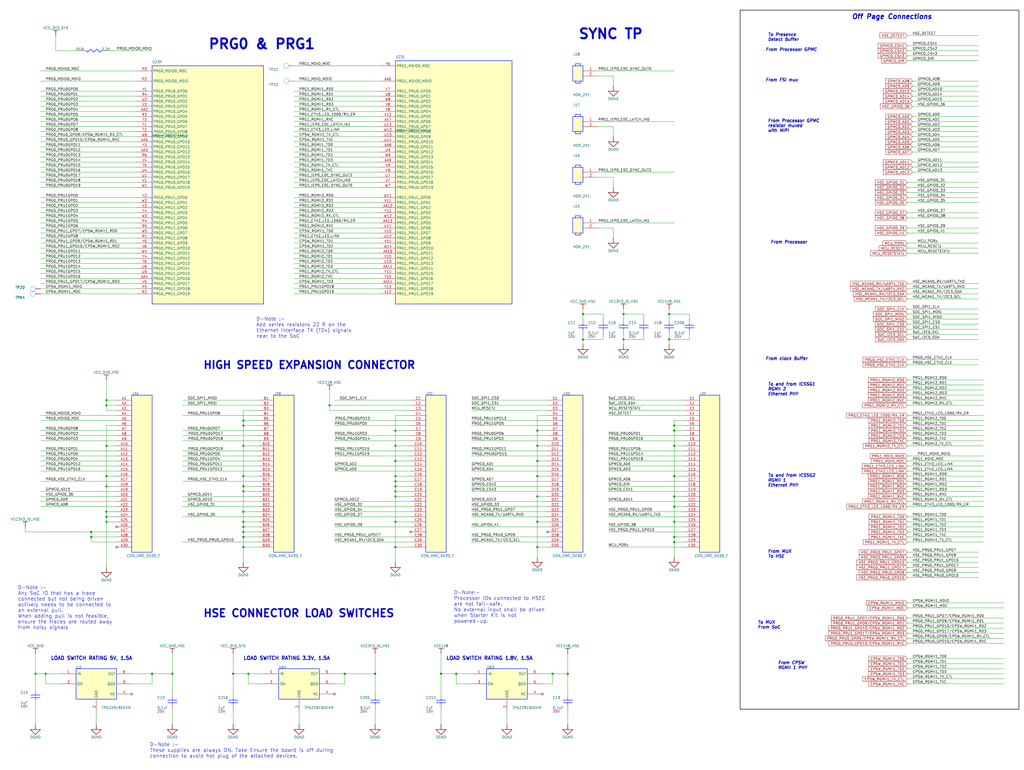
<source format=kicad_sch>
(kicad_sch (version 20231120) (generator "eeschema") (generator_version "8.0")
  (paper "User" 513.08 386.08)
  (lib_symbols
    (symbol "27-altium-import:DGND_SIGNAL_GROUND" (power)
      (property "Reference" "#PWR" (at 0 0 0))
      (property "Value" "DGND" (at 0 6.35 0))
      (symbol "DGND_SIGNAL_GROUND_0_0"
        (pin power_in line (at 0 0 0) (length 0) hide (name "DGND") (number ""))
      )
    )
    (symbol "27-altium-import:VCC1V8_BAR" (power)
      (property "Reference" "#PWR" (at 0 0 0))
      (property "Value" "VCC1V8" (at 0 3.81 0))
      (symbol "VCC1V8_BAR_0_0"
        (pin power_in line (at 0 0 0) (length 0) hide (name "VCC1V8") (number ""))
      )
    )
    (symbol "27-altium-import:VCC1V8_HSE_BAR" (power)
      (property "Reference" "#PWR" (at 0 0 0))
      (property "Value" "VCC1V8_HSE" (at 0 3.81 0))
      (symbol "VCC1V8_HSE_BAR_0_0"
        (pin power_in line (at 0 0 0) (length 0) hide (name "VCC1V8_HSE") (number ""))
      )
    )
    (symbol "27-altium-import:VCC3V3_IO_HSE_BAR" (power)
      (property "Reference" "#PWR" (at 0 0 0))
      (property "Value" "VCC3V3_IO_HSE" (at 0 3.81 0))
      (symbol "VCC3V3_IO_HSE_BAR_0_0"
        (pin power_in line (at 0 0 0) (length 0) hide (name "VCC3V3_IO_HSE") (number ""))
      )
    )
    (symbol "27-altium-import:VCC_3V3_SYS_BAR" (power)
      (property "Reference" "#PWR" (at 0 0 0))
      (property "Value" "VCC_3V3_SYS" (at 0 3.81 0))
      (symbol "VCC_3V3_SYS_BAR_0_0"
        (pin power_in line (at 0 0 0) (length 0) hide (name "VCC_3V3_SYS") (number ""))
      )
    )
    (symbol "27-altium-import:VCC_5V0_BAR" (power)
      (property "Reference" "#PWR" (at 0 0 0))
      (property "Value" "VCC_5V0" (at 0 3.81 0))
      (symbol "VCC_5V0_BAR_0_0"
        (pin power_in line (at 0 0 0) (length 0) hide (name "VCC_5V0") (number ""))
      )
    )
    (symbol "27-altium-import:VCC_5V0_HSE_BAR" (power)
      (property "Reference" "#PWR" (at 0 0 0))
      (property "Value" "VCC_5V0_HSE" (at 0 3.81 0))
      (symbol "VCC_5V0_HSE_BAR_0_0"
        (pin power_in line (at 0 0 0) (length 0) hide (name "VCC_5V0_HSE") (number ""))
      )
    )
    (symbol "27-altium-import:root_0_CAP_Dup3"
      (symbol "root_0_CAP_Dup3_1_0"
        (pin passive line (at 2.54 2.54 270) (length 2.54) (name "1") (number "1"))
        (pin passive line (at 2.54 -5.08 90) (length 2.54) (name "2") (number "2"))
      )
    )
    (symbol "27-altium-import:root_0_CON_XMC30X5_F_SEAF"
      (symbol "root_0_CON_XMC30X5_F_SEAF_1_0"
        (pin passive line (at -7.62 -2.54 0) (length 7.62) (name "A1") (number "A1"))
        (pin passive line (at -7.62 -25.4 0) (length 7.62) (name "A10") (number "A10"))
        (pin passive line (at -7.62 -27.94 0) (length 7.62) (name "A11") (number "A11"))
        (pin passive line (at -7.62 -30.48 0) (length 7.62) (name "A12") (number "A12"))
        (pin passive line (at -7.62 -33.02 0) (length 7.62) (name "A13") (number "A13"))
        (pin passive line (at -7.62 -35.56 0) (length 7.62) (name "A14") (number "A14"))
        (pin passive line (at -7.62 -38.1 0) (length 7.62) (name "A15") (number "A15"))
        (pin passive line (at -7.62 -40.64 0) (length 7.62) (name "A16") (number "A16"))
        (pin passive line (at -7.62 -43.18 0) (length 7.62) (name "A17") (number "A17"))
        (pin passive line (at -7.62 -45.72 0) (length 7.62) (name "A18") (number "A18"))
        (pin passive line (at -7.62 -48.26 0) (length 7.62) (name "A19") (number "A19"))
        (pin passive line (at -7.62 -5.08 0) (length 7.62) (name "A2") (number "A2"))
        (pin passive line (at -7.62 -50.8 0) (length 7.62) (name "A20") (number "A20"))
        (pin passive line (at -7.62 -53.34 0) (length 7.62) (name "A21") (number "A21"))
        (pin passive line (at -7.62 -55.88 0) (length 7.62) (name "A22") (number "A22"))
        (pin passive line (at -7.62 -58.42 0) (length 7.62) (name "A23") (number "A23"))
        (pin passive line (at -7.62 -60.96 0) (length 7.62) (name "A24") (number "A24"))
        (pin passive line (at -7.62 -63.5 0) (length 7.62) (name "A25") (number "A25"))
        (pin passive line (at -7.62 -66.04 0) (length 7.62) (name "A26") (number "A26"))
        (pin passive line (at -7.62 -68.58 0) (length 7.62) (name "A27") (number "A27"))
        (pin passive line (at -7.62 -71.12 0) (length 7.62) (name "A28") (number "A28"))
        (pin passive line (at -7.62 -73.66 0) (length 7.62) (name "A29") (number "A29"))
        (pin passive line (at -7.62 -7.62 0) (length 7.62) (name "A3") (number "A3"))
        (pin passive line (at -7.62 -76.2 0) (length 7.62) (name "A30") (number "A30"))
        (pin passive line (at -7.62 -10.16 0) (length 7.62) (name "A4") (number "A4"))
        (pin passive line (at -7.62 -12.7 0) (length 7.62) (name "A5") (number "A5"))
        (pin passive line (at -7.62 -15.24 0) (length 7.62) (name "A6") (number "A6"))
        (pin passive line (at -7.62 -17.78 0) (length 7.62) (name "A7") (number "A7"))
        (pin passive line (at -7.62 -20.32 0) (length 7.62) (name "A8") (number "A8"))
        (pin passive line (at -7.62 -22.86 0) (length 7.62) (name "A9") (number "A9"))
      )
      (symbol "root_0_CON_XMC30X5_F_SEAF_2_0"
        (pin passive line (at -7.62 -2.54 0) (length 7.62) (name "B1") (number "B1"))
        (pin passive line (at -7.62 -25.4 0) (length 7.62) (name "B10") (number "B10"))
        (pin passive line (at -7.62 -27.94 0) (length 7.62) (name "B11") (number "B11"))
        (pin passive line (at -7.62 -30.48 0) (length 7.62) (name "B12") (number "B12"))
        (pin passive line (at -7.62 -33.02 0) (length 7.62) (name "B13") (number "B13"))
        (pin passive line (at -7.62 -35.56 0) (length 7.62) (name "B14") (number "B14"))
        (pin passive line (at -7.62 -38.1 0) (length 7.62) (name "B15") (number "B15"))
        (pin passive line (at -7.62 -40.64 0) (length 7.62) (name "B16") (number "B16"))
        (pin passive line (at -7.62 -43.18 0) (length 7.62) (name "B17") (number "B17"))
        (pin passive line (at -7.62 -45.72 0) (length 7.62) (name "B18") (number "B18"))
        (pin passive line (at -7.62 -48.26 0) (length 7.62) (name "B19") (number "B19"))
        (pin passive line (at -7.62 -5.08 0) (length 7.62) (name "B2") (number "B2"))
        (pin passive line (at -7.62 -50.8 0) (length 7.62) (name "B20") (number "B20"))
        (pin passive line (at -7.62 -53.34 0) (length 7.62) (name "B21") (number "B21"))
        (pin passive line (at -7.62 -55.88 0) (length 7.62) (name "B22") (number "B22"))
        (pin passive line (at -7.62 -58.42 0) (length 7.62) (name "B23") (number "B23"))
        (pin passive line (at -7.62 -60.96 0) (length 7.62) (name "B24") (number "B24"))
        (pin passive line (at -7.62 -63.5 0) (length 7.62) (name "B25") (number "B25"))
        (pin passive line (at -7.62 -66.04 0) (length 7.62) (name "B26") (number "B26"))
        (pin passive line (at -7.62 -68.58 0) (length 7.62) (name "B27") (number "B27"))
        (pin passive line (at -7.62 -71.12 0) (length 7.62) (name "B28") (number "B28"))
        (pin passive line (at -7.62 -73.66 0) (length 7.62) (name "B29") (number "B29"))
        (pin passive line (at -7.62 -7.62 0) (length 7.62) (name "B3") (number "B3"))
        (pin passive line (at -7.62 -76.2 0) (length 7.62) (name "B30") (number "B30"))
        (pin passive line (at -7.62 -10.16 0) (length 7.62) (name "B4") (number "B4"))
        (pin passive line (at -7.62 -12.7 0) (length 7.62) (name "B5") (number "B5"))
        (pin passive line (at -7.62 -15.24 0) (length 7.62) (name "B6") (number "B6"))
        (pin passive line (at -7.62 -17.78 0) (length 7.62) (name "B7") (number "B7"))
        (pin passive line (at -7.62 -20.32 0) (length 7.62) (name "B8") (number "B8"))
        (pin passive line (at -7.62 -22.86 0) (length 7.62) (name "B9") (number "B9"))
      )
      (symbol "root_0_CON_XMC30X5_F_SEAF_3_0"
        (pin passive line (at -7.62 -2.54 0) (length 7.62) (name "C1") (number "C1"))
        (pin passive line (at -7.62 -25.4 0) (length 7.62) (name "C10") (number "C10"))
        (pin passive line (at -7.62 -27.94 0) (length 7.62) (name "C11") (number "C11"))
        (pin passive line (at -7.62 -30.48 0) (length 7.62) (name "C12") (number "C12"))
        (pin passive line (at -7.62 -33.02 0) (length 7.62) (name "C13") (number "C13"))
        (pin passive line (at -7.62 -35.56 0) (length 7.62) (name "C14") (number "C14"))
        (pin passive line (at -7.62 -38.1 0) (length 7.62) (name "C15") (number "C15"))
        (pin passive line (at -7.62 -40.64 0) (length 7.62) (name "C16") (number "C16"))
        (pin passive line (at -7.62 -43.18 0) (length 7.62) (name "C17") (number "C17"))
        (pin passive line (at -7.62 -45.72 0) (length 7.62) (name "C18") (number "C18"))
        (pin passive line (at -7.62 -48.26 0) (length 7.62) (name "C19") (number "C19"))
        (pin passive line (at -7.62 -5.08 0) (length 7.62) (name "C2") (number "C2"))
        (pin passive line (at -7.62 -50.8 0) (length 7.62) (name "C20") (number "C20"))
        (pin passive line (at -7.62 -53.34 0) (length 7.62) (name "C21") (number "C21"))
        (pin passive line (at -7.62 -55.88 0) (length 7.62) (name "C22") (number "C22"))
        (pin passive line (at -7.62 -58.42 0) (length 7.62) (name "C23") (number "C23"))
        (pin passive line (at -7.62 -60.96 0) (length 7.62) (name "C24") (number "C24"))
        (pin passive line (at -7.62 -63.5 0) (length 7.62) (name "C25") (number "C25"))
        (pin passive line (at -7.62 -66.04 0) (length 7.62) (name "C26") (number "C26"))
        (pin passive line (at -7.62 -68.58 0) (length 7.62) (name "C27") (number "C27"))
        (pin passive line (at -7.62 -71.12 0) (length 7.62) (name "C28") (number "C28"))
        (pin passive line (at -7.62 -73.66 0) (length 7.62) (name "C29") (number "C29"))
        (pin passive line (at -7.62 -7.62 0) (length 7.62) (name "C3") (number "C3"))
        (pin passive line (at -7.62 -76.2 0) (length 7.62) (name "C30") (number "C30"))
        (pin passive line (at -7.62 -10.16 0) (length 7.62) (name "C4") (number "C4"))
        (pin passive line (at -7.62 -12.7 0) (length 7.62) (name "C5") (number "C5"))
        (pin passive line (at -7.62 -15.24 0) (length 7.62) (name "C6") (number "C6"))
        (pin passive line (at -7.62 -17.78 0) (length 7.62) (name "C7") (number "C7"))
        (pin passive line (at -7.62 -20.32 0) (length 7.62) (name "C8") (number "C8"))
        (pin passive line (at -7.62 -22.86 0) (length 7.62) (name "C9") (number "C9"))
      )
      (symbol "root_0_CON_XMC30X5_F_SEAF_4_0"
        (pin passive line (at -7.62 -2.54 0) (length 7.62) (name "D1") (number "D1"))
        (pin passive line (at -7.62 -25.4 0) (length 7.62) (name "D10") (number "D10"))
        (pin passive line (at -7.62 -27.94 0) (length 7.62) (name "D11") (number "D11"))
        (pin passive line (at -7.62 -30.48 0) (length 7.62) (name "D12") (number "D12"))
        (pin passive line (at -7.62 -33.02 0) (length 7.62) (name "D13") (number "D13"))
        (pin passive line (at -7.62 -35.56 0) (length 7.62) (name "D14") (number "D14"))
        (pin passive line (at -7.62 -38.1 0) (length 7.62) (name "D15") (number "D15"))
        (pin passive line (at -7.62 -40.64 0) (length 7.62) (name "D16") (number "D16"))
        (pin passive line (at -7.62 -43.18 0) (length 7.62) (name "D17") (number "D17"))
        (pin passive line (at -7.62 -45.72 0) (length 7.62) (name "D18") (number "D18"))
        (pin passive line (at -7.62 -48.26 0) (length 7.62) (name "D19") (number "D19"))
        (pin passive line (at -7.62 -5.08 0) (length 7.62) (name "D2") (number "D2"))
        (pin passive line (at -7.62 -50.8 0) (length 7.62) (name "D20") (number "D20"))
        (pin passive line (at -7.62 -53.34 0) (length 7.62) (name "D21") (number "D21"))
        (pin passive line (at -7.62 -55.88 0) (length 7.62) (name "D22") (number "D22"))
        (pin passive line (at -7.62 -58.42 0) (length 7.62) (name "D23") (number "D23"))
        (pin passive line (at -7.62 -60.96 0) (length 7.62) (name "D24") (number "D24"))
        (pin passive line (at -7.62 -63.5 0) (length 7.62) (name "D25") (number "D25"))
        (pin passive line (at -7.62 -66.04 0) (length 7.62) (name "D26") (number "D26"))
        (pin passive line (at -7.62 -68.58 0) (length 7.62) (name "D27") (number "D27"))
        (pin passive line (at -7.62 -71.12 0) (length 7.62) (name "D28") (number "D28"))
        (pin passive line (at -7.62 -73.66 0) (length 7.62) (name "D29") (number "D29"))
        (pin passive line (at -7.62 -7.62 0) (length 7.62) (name "D3") (number "D3"))
        (pin passive line (at -7.62 -76.2 0) (length 7.62) (name "D30") (number "D30"))
        (pin passive line (at -7.62 -10.16 0) (length 7.62) (name "D4") (number "D4"))
        (pin passive line (at -7.62 -12.7 0) (length 7.62) (name "D5") (number "D5"))
        (pin passive line (at -7.62 -15.24 0) (length 7.62) (name "D6") (number "D6"))
        (pin passive line (at -7.62 -17.78 0) (length 7.62) (name "D7") (number "D7"))
        (pin passive line (at -7.62 -20.32 0) (length 7.62) (name "D8") (number "D8"))
        (pin passive line (at -7.62 -22.86 0) (length 7.62) (name "D9") (number "D9"))
      )
      (symbol "root_0_CON_XMC30X5_F_SEAF_5_0"
        (pin passive line (at -7.62 -2.54 0) (length 7.62) (name "E1") (number "E1"))
        (pin passive line (at -7.62 -25.4 0) (length 7.62) (name "E10") (number "E10"))
        (pin passive line (at -7.62 -27.94 0) (length 7.62) (name "E11") (number "E11"))
        (pin passive line (at -7.62 -30.48 0) (length 7.62) (name "E12") (number "E12"))
        (pin passive line (at -7.62 -33.02 0) (length 7.62) (name "E13") (number "E13"))
        (pin passive line (at -7.62 -35.56 0) (length 7.62) (name "E14") (number "E14"))
        (pin passive line (at -7.62 -38.1 0) (length 7.62) (name "E15") (number "E15"))
        (pin passive line (at -7.62 -40.64 0) (length 7.62) (name "E16") (number "E16"))
        (pin passive line (at -7.62 -43.18 0) (length 7.62) (name "E17") (number "E17"))
        (pin passive line (at -7.62 -45.72 0) (length 7.62) (name "E18") (number "E18"))
        (pin passive line (at -7.62 -48.26 0) (length 7.62) (name "E19") (number "E19"))
        (pin passive line (at -7.62 -5.08 0) (length 7.62) (name "E2") (number "E2"))
        (pin passive line (at -7.62 -50.8 0) (length 7.62) (name "E20") (number "E20"))
        (pin passive line (at -7.62 -53.34 0) (length 7.62) (name "E21") (number "E21"))
        (pin passive line (at -7.62 -55.88 0) (length 7.62) (name "E22") (number "E22"))
        (pin passive line (at -7.62 -58.42 0) (length 7.62) (name "E23") (number "E23"))
        (pin passive line (at -7.62 -60.96 0) (length 7.62) (name "E24") (number "E24"))
        (pin passive line (at -7.62 -63.5 0) (length 7.62) (name "E25") (number "E25"))
        (pin passive line (at -7.62 -66.04 0) (length 7.62) (name "E26") (number "E26"))
        (pin passive line (at -7.62 -68.58 0) (length 7.62) (name "E27") (number "E27"))
        (pin passive line (at -7.62 -71.12 0) (length 7.62) (name "E28") (number "E28"))
        (pin passive line (at -7.62 -73.66 0) (length 7.62) (name "E29") (number "E29"))
        (pin passive line (at -7.62 -7.62 0) (length 7.62) (name "E3") (number "E3"))
        (pin passive line (at -7.62 -76.2 0) (length 7.62) (name "E30") (number "E30"))
        (pin passive line (at -7.62 -10.16 0) (length 7.62) (name "E4") (number "E4"))
        (pin passive line (at -7.62 -12.7 0) (length 7.62) (name "E5") (number "E5"))
        (pin passive line (at -7.62 -15.24 0) (length 7.62) (name "E6") (number "E6"))
        (pin passive line (at -7.62 -17.78 0) (length 7.62) (name "E7") (number "E7"))
        (pin passive line (at -7.62 -20.32 0) (length 7.62) (name "E8") (number "E8"))
        (pin passive line (at -7.62 -22.86 0) (length 7.62) (name "E9") (number "E9"))
      )
    )
    (symbol "27-altium-import:root_0_HEADER_2X1"
      (symbol "root_0_HEADER_2X1_1_0"
        (pin passive line (at 12.7 -5.08 180) (length 7.62) (name "1") (number "1"))
        (pin passive line (at 12.7 -7.62 180) (length 7.62) (name "2") (number "2"))
      )
    )
    (symbol "27-altium-import:root_0_TPS22919_SC70-6"
      (property "Reference" "U63" (at 0 0 0))
      (property "Value" "TPS22919DCKR" (at 12.7 -20.32 0))
      (symbol "root_0_TPS22919_SC70-6_1_0"
        (pin power_in line (at -7.62 -2.54 0) (length 7.62) (name "IN") (number "1"))
        (pin power_in line (at 10.16 -22.86 90) (length 7.62) (name "GND") (number "2"))
        (pin passive line (at -7.62 -7.62 0) (length 7.62) (name "ON") (number "3"))
        (pin passive line (at 27.94 -12.7 180) (length 7.62) (name "NC") (number "4"))
        (pin passive line (at 27.94 -7.62 180) (length 7.62) (name "QOD") (number "5"))
        (pin power_out line (at 27.94 -2.54 180) (length 7.62) (name "OUT") (number "6"))
      )
    )
    (symbol "27-altium-import:root_0_XAM6442BSFGGAALV_BGA441"
      (property "Reference" "U23" (at 0 1.27 0))
      (property "Value" "AM6442BSFGHAALV" (at 0 -35.56 0))
      (symbol "root_0_XAM6442BSFGGAALV_BGA441_1_0"
        (pin passive line (at -7.62 -20.32 0) (length 7.62) (name "SPI0_D0") (number "A13"))
        (pin passive line (at -7.62 -22.86 0) (length 7.62) (name "SPI0_D1") (number "A14"))
        (pin passive line (at -7.62 -38.1 0) (length 7.62) (name "SPI1_D1") (number "A15"))
        (pin passive line (at 66.04 -22.86 180) (length 7.62) (name "UART0_RTSN") (number "A16"))
        (pin passive line (at 66.04 -5.08 180) (length 7.62) (name "MCAN0_TX") (number "A17"))
        (pin passive clock (at -7.62 -2.54 0) (length 7.62) (name "I2C0_SCL") (number "A18"))
        (pin passive line (at 66.04 -58.42 180) (length 7.62) (name "EXT_REFCLK1") (number "A19"))
        (pin passive line (at -7.62 -40.64 0) (length 7.62) (name "SPI1_CS0") (number "B14"))
        (pin passive line (at -7.62 -35.56 0) (length 7.62) (name "SPI1_D0") (number "B15"))
        (pin passive line (at 66.04 -17.78 180) (length 7.62) (name "UART0_CTSN") (number "B16"))
        (pin passive line (at 66.04 -2.54 180) (length 7.62) (name "MCAN0_RX") (number "B17"))
        (pin passive line (at -7.62 -5.08 0) (length 7.62) (name "I2C0_SDA") (number "B18"))
        (pin passive line (at -7.62 -12.7 0) (length 7.62) (name "I2C1_SDA") (number "B19"))
        (pin passive line (at -7.62 -27.94 0) (length 7.62) (name "SPI0_CS1") (number "C13"))
        (pin passive clock (at -7.62 -33.02 0) (length 7.62) (name "SPI1_CLK") (number "C14"))
        (pin passive line (at 66.04 -30.48 180) (length 7.62) (name "UART0_TXD") (number "C16"))
        (pin passive line (at 66.04 -12.7 180) (length 7.62) (name "MCAN1_TX") (number "C17"))
        (pin passive clock (at -7.62 -10.16 0) (length 7.62) (name "I2C1_SCL") (number "C18"))
        (pin passive line (at -7.62 -25.4 0) (length 7.62) (name "SPI0_CS0") (number "D12"))
        (pin passive clock (at -7.62 -17.78 0) (length 7.62) (name "SPI0_CLK") (number "D13"))
        (pin passive line (at -7.62 -43.18 0) (length 7.62) (name "SPI1_CS1") (number "D14"))
        (pin passive line (at 66.04 -27.94 180) (length 7.62) (name "UART0_RXD") (number "D15"))
        (pin passive line (at 66.04 -35.56 180) (length 7.62) (name "UART1_CTSN") (number "D16"))
        (pin passive line (at 66.04 -10.16 180) (length 7.62) (name "MCAN1_RX") (number "D17"))
        (pin passive line (at 66.04 -53.34 180) (length 7.62) (name "ECAP0_IN_APWM_OUT") (number "D18"))
        (pin passive line (at -7.62 -50.8 0) (length 7.62) (name "RSVD1") (number "D21"))
        (pin passive line (at 66.04 -48.26 180) (length 7.62) (name "UART1_TXD") (number "E14"))
        (pin passive line (at 66.04 -45.72 180) (length 7.62) (name "UART1_RXD") (number "E15"))
        (pin passive line (at 66.04 -40.64 180) (length 7.62) (name "UART1_RTSN") (number "E16"))
        (pin passive line (at -7.62 -68.58 0) (length 7.62) (name "RSVD8") (number "F12"))
        (pin passive line (at -7.62 -55.88 0) (length 7.62) (name "RSVD3") (number "F17"))
        (pin passive line (at -7.62 -53.34 0) (length 7.62) (name "RSVD2") (number "G13"))
        (pin passive line (at -7.62 -48.26 0) (length 7.62) (name "RSVD0") (number "H16"))
        (pin passive line (at -7.62 -66.04 0) (length 7.62) (name "RSVD7") (number "K1"))
        (pin passive line (at -7.62 -63.5 0) (length 7.62) (name "RSVD6") (number "K2"))
        (pin passive line (at -7.62 -60.96 0) (length 7.62) (name "RSVD5") (number "V16"))
        (pin passive line (at -7.62 -58.42 0) (length 7.62) (name "RSVD4") (number "W15"))
      )
      (symbol "root_0_XAM6442BSFGGAALV_BGA441_2_0"
        (pin output line (at -7.62 -15.24 0) (length 7.62) (name "TDO") (number "A12"))
        (pin input clock (at -7.62 -10.16 0) (length 7.62) (name "TCK") (number "B11"))
        (pin input line (at -7.62 -12.7 0) (length 7.62) (name "TDI") (number "C11"))
        (pin passive line (at -7.62 -17.78 0) (length 7.62) (name "TMS") (number "C12"))
        (pin passive line (at -7.62 -2.54 0) (length 7.62) (name "EMU0") (number "D10"))
        (pin passive line (at -7.62 -20.32 0) (length 7.62) (name "TRSTN") (number "D11"))
        (pin passive line (at -7.62 -5.08 0) (length 7.62) (name "EMU1") (number "E10"))
      )
      (symbol "root_0_XAM6442BSFGGAALV_BGA441_3_0"
        (pin passive line (at -7.62 -7.62 0) (length 7.62) (name "MCU_SAFETY_ERRORN") (number "A20"))
        (pin passive line (at -7.62 -22.86 0) (length 7.62) (name "MCU_RESETZ") (number "B12"))
        (pin passive line (at -7.62 -27.94 0) (length 7.62) (name "MCU_RESETSTATZ") (number "B13"))
        (pin passive line (at -7.62 -12.7 0) (length 7.62) (name "MCU_PORZ") (number "B21"))
        (pin passive line (at -7.62 -2.54 0) (length 7.62) (name "EXTINTN") (number "C19"))
        (pin passive line (at -7.62 -17.78 0) (length 7.62) (name "PORZ_OUT") (number "E17"))
        (pin passive line (at -7.62 -33.02 0) (length 7.62) (name "RESET_REQZ") (number "E18"))
        (pin passive line (at -7.62 -38.1 0) (length 7.62) (name "RESETSTATZ") (number "F16"))
      )
      (symbol "root_0_XAM6442BSFGGAALV_BGA441_4_0"
        (pin passive line (at -7.62 -2.54 0) (length 7.62) (name "USB0_DP") (number "AA19"))
        (pin passive line (at -7.62 -5.08 0) (length 7.62) (name "USB0_DM") (number "AA20"))
        (pin passive line (at -7.62 -25.4 0) (length 7.62) (name "USB0_DRVVBUS") (number "E19"))
        (pin passive line (at -7.62 -20.32 0) (length 7.62) (name "USB0_VBUS") (number "T14"))
        (pin passive line (at -7.62 -10.16 0) (length 7.62) (name "USB0_ID") (number "U16"))
        (pin passive line (at -7.62 -15.24 0) (length 7.62) (name "USB0_RCALIB") (number "U17"))
      )
      (symbol "root_0_XAM6442BSFGGAALV_BGA441_5_0"
        (pin passive line (at -7.62 -10.16 0) (length 7.62) (name "ADC0_AIN3") (number "D20"))
        (pin passive line (at -7.62 -20.32 0) (length 7.62) (name "ADC0_AIN7") (number "E20"))
        (pin passive line (at -7.62 -7.62 0) (length 7.62) (name "ADC0_AIN2") (number "E21"))
        (pin passive line (at -7.62 -17.78 0) (length 7.62) (name "ADC0_AIN6") (number "F19"))
        (pin passive line (at -7.62 -5.08 0) (length 7.62) (name "ADC0_AIN1") (number "F20"))
        (pin passive line (at -7.62 -15.24 0) (length 7.62) (name "ADC0_AIN5") (number "F21"))
        (pin passive line (at -7.62 -2.54 0) (length 7.62) (name "ADC0_AIN0") (number "G20"))
        (pin passive line (at -7.62 -12.7 0) (length 7.62) (name "ADC0_AIN4") (number "G21"))
      )
      (symbol "root_0_XAM6442BSFGGAALV_BGA441_6_0"
        (pin passive line (at -7.62 -91.44 0) (length 7.62) (name "GPMC0_WPN") (number "N16"))
        (pin passive line (at -7.62 -78.74 0) (length 7.62) (name "GPMC0_DIR") (number "N17"))
        (pin passive line (at -7.62 -63.5 0) (length 7.62) (name "GPMC0_ADVN_ALE") (number "P16"))
        (pin passive line (at -7.62 -68.58 0) (length 7.62) (name "GPMC0_BE0N_CLE") (number "P17"))
        (pin passive line (at -7.62 -55.88 0) (length 7.62) (name "GPMC0_CSN2") (number "P19"))
        (pin passive line (at -7.62 -33.02 0) (length 7.62) (name "GPMC0_AD10") (number "R16"))
        (pin passive clock (at -7.62 -2.54 0) (length 7.62) (name "GPMC0_CLK") (number "R17"))
        (pin passive line (at -7.62 -96.52 0) (length 7.62) (name "GPMC0_OEN_REN") (number "R18"))
        (pin passive line (at -7.62 -50.8 0) (length 7.62) (name "GPMC0_CSN0") (number "R19"))
        (pin passive line (at -7.62 -53.34 0) (length 7.62) (name "GPMC0_CSN1") (number "R20"))
        (pin passive line (at -7.62 -58.42 0) (length 7.62) (name "GPMC0_CSN3") (number "R21"))
        (pin passive line (at -7.62 -30.48 0) (length 7.62) (name "GPMC0_AD9") (number "T17"))
        (pin passive line (at -7.62 -12.7 0) (length 7.62) (name "GPMC0_AD2") (number "T18"))
        (pin passive line (at -7.62 -73.66 0) (length 7.62) (name "GPMC0_BE1N") (number "T19"))
        (pin passive line (at -7.62 -7.62 0) (length 7.62) (name "GPMC0_AD0") (number "T20"))
        (pin passive line (at -7.62 -101.6 0) (length 7.62) (name "GPMC0_WEN") (number "T21"))
        (pin passive line (at -7.62 -17.78 0) (length 7.62) (name "GPMC0_AD4") (number "U18"))
        (pin passive line (at -7.62 -20.32 0) (length 7.62) (name "GPMC0_AD5") (number "U19"))
        (pin passive line (at -7.62 -15.24 0) (length 7.62) (name "GPMC0_AD3") (number "U20"))
        (pin passive line (at -7.62 -10.16 0) (length 7.62) (name "GPMC0_AD1") (number "U21"))
        (pin passive line (at -7.62 -40.64 0) (length 7.62) (name "GPMC0_AD13") (number "V18"))
        (pin passive line (at -7.62 -27.94 0) (length 7.62) (name "GPMC0_AD8") (number "V19"))
        (pin passive line (at -7.62 -22.86 0) (length 7.62) (name "GPMC0_AD6") (number "V20"))
        (pin passive line (at -7.62 -25.4 0) (length 7.62) (name "GPMC0_AD7") (number "V21"))
        (pin passive line (at -7.62 -83.82 0) (length 7.62) (name "GPMC0_WAIT0") (number "W19"))
        (pin passive line (at -7.62 -35.56 0) (length 7.62) (name "GPMC0_AD11") (number "W20"))
        (pin passive line (at -7.62 -38.1 0) (length 7.62) (name "GPMC0_AD12") (number "W21"))
        (pin passive line (at -7.62 -86.36 0) (length 7.62) (name "GPMC0_WAIT1") (number "Y18"))
        (pin passive line (at -7.62 -45.72 0) (length 7.62) (name "GPMC0_AD15") (number "Y20"))
        (pin passive line (at -7.62 -43.18 0) (length 7.62) (name "GPMC0_AD14") (number "Y21"))
      )
      (symbol "root_0_XAM6442BSFGGAALV_BGA441_7_0"
        (pin passive line (at 60.96 -12.7 180) (length 7.62) (name "DDR0_DQ1") (number "A2"))
        (pin passive line (at 60.96 -10.16 180) (length 7.62) (name "DDR0_DQ0") (number "A3"))
        (pin passive line (at 60.96 -17.78 180) (length 7.62) (name "DDR0_DQ3") (number "A4"))
        (pin passive line (at 60.96 -55.88 180) (length 7.62) (name "DDR0_DQS0_N") (number "B1"))
        (pin passive line (at 60.96 -2.54 180) (length 7.62) (name "DDR0_DM0") (number "B2"))
        (pin passive line (at 60.96 -20.32 180) (length 7.62) (name "DDR0_DQ4") (number "B3"))
        (pin passive line (at 60.96 -27.94 180) (length 7.62) (name "DDR0_DQ7") (number "B4"))
        (pin passive line (at 60.96 -15.24 180) (length 7.62) (name "DDR0_DQ2") (number "B5"))
        (pin passive line (at 60.96 -53.34 180) (length 7.62) (name "DDR0_DQS0") (number "C1"))
        (pin passive line (at 60.96 -25.4 180) (length 7.62) (name "DDR0_DQ6") (number "C2"))
        (pin passive line (at 60.96 -22.86 180) (length 7.62) (name "DDR0_DQ5") (number "C4"))
        (pin passive line (at -7.62 -5.08 0) (length 7.62) (name "DDR0_A1") (number "C5"))
        (pin passive line (at -7.62 -2.54 0) (length 7.62) (name "DDR0_A0") (number "D2"))
        (pin passive line (at -7.62 -12.7 0) (length 7.62) (name "DDR0_A4") (number "D3"))
        (pin passive line (at -7.62 -10.16 0) (length 7.62) (name "DDR0_A3") (number "D4"))
        (pin passive line (at -7.62 -124.46 0) (length 7.62) (name "DDR0_RESET0_N") (number "D5"))
        (pin passive line (at -7.62 -66.04 0) (length 7.62) (name "DDR0_CK0_N") (number "E1"))
        (pin passive line (at -7.62 -7.62 0) (length 7.62) (name "DDR0_A2") (number "E2"))
        (pin passive line (at -7.62 -78.74 0) (length 7.62) (name "DDR0_CS0_N") (number "E3"))
        (pin passive line (at -7.62 -81.28 0) (length 7.62) (name "DDR0_CS1_N") (number "E4"))
        (pin passive line (at -7.62 -86.36 0) (length 7.62) (name "DDR0_ODT0") (number "E5"))
        (pin passive line (at -7.62 -63.5 0) (length 7.62) (name "DDR0_CK0") (number "F1"))
        (pin passive line (at -7.62 -15.24 0) (length 7.62) (name "DDR0_A5") (number "F2"))
        (pin passive line (at -7.62 -73.66 0) (length 7.62) (name "DDR0_CKE1") (number "F3"))
        (pin passive line (at -7.62 -71.12 0) (length 7.62) (name "DDR0_CKE0") (number "F4"))
        (pin passive line (at -7.62 -88.9 0) (length 7.62) (name "DDR0_ODT1") (number "F5"))
        (pin passive line (at -7.62 -119.38 0) (length 7.62) (name "DDR0_RAS_N") (number "F6"))
        (pin passive line (at -7.62 -48.26 0) (length 7.62) (name "DDR0_BG0") (number "G2"))
        (pin passive line (at -7.62 -40.64 0) (length 7.62) (name "DDR0_BA0") (number "G4"))
        (pin passive line (at -7.62 -43.18 0) (length 7.62) (name "DDR0_BA1") (number "G5"))
        (pin passive line (at -7.62 -99.06 0) (length 7.62) (name "DDR0_ALERT_N") (number "H1"))
        (pin passive line (at -7.62 -93.98 0) (length 7.62) (name "DDR0_ACT_N") (number "H2"))
        (pin passive line (at -7.62 -50.8 0) (length 7.62) (name "DDR0_BG1") (number "H3"))
        (pin passive line (at -7.62 -129.54 0) (length 7.62) (name "DDR0_WE_N") (number "H4"))
        (pin passive line (at -7.62 -104.14 0) (length 7.62) (name "DDR0_CAL0") (number "H5"))
        (pin passive line (at -7.62 -30.48 0) (length 7.62) (name "DDR0_A11") (number "J1"))
        (pin passive line (at -7.62 -17.78 0) (length 7.62) (name "DDR0_A6") (number "J2"))
        (pin passive line (at -7.62 -22.86 0) (length 7.62) (name "DDR0_A8") (number "J3"))
        (pin passive line (at -7.62 -25.4 0) (length 7.62) (name "DDR0_A9") (number "J4"))
        (pin passive line (at -7.62 -109.22 0) (length 7.62) (name "DDR0_CAS_N") (number "J5"))
        (pin passive line (at -7.62 -27.94 0) (length 7.62) (name "DDR0_A10") (number "K3"))
        (pin passive line (at -7.62 -35.56 0) (length 7.62) (name "DDR0_A13") (number "K4"))
        (pin passive line (at -7.62 -114.3 0) (length 7.62) (name "DDR0_PAR") (number "K5"))
        (pin passive line (at 60.96 -35.56 180) (length 7.62) (name "DDR0_DQ10") (number "L2"))
        (pin passive line (at 60.96 -33.02 180) (length 7.62) (name "DDR0_DQ9") (number "L4"))
        (pin passive line (at -7.62 -20.32 0) (length 7.62) (name "DDR0_A7") (number "L5"))
        (pin passive line (at 60.96 -63.5 180) (length 7.62) (name "DDR0_DQS1_N") (number "M1"))
        (pin passive line (at 60.96 -5.08 180) (length 7.62) (name "DDR0_DM1") (number "M2"))
        (pin passive line (at 60.96 -38.1 180) (length 7.62) (name "DDR0_DQ11") (number "M3"))
        (pin passive line (at 60.96 -45.72 180) (length 7.62) (name "DDR0_DQ14") (number "M4"))
        (pin passive line (at -7.62 -33.02 0) (length 7.62) (name "DDR0_A12") (number "M5"))
        (pin passive line (at 60.96 -60.96 180) (length 7.62) (name "DDR0_DQS1") (number "N1"))
        (pin passive line (at 60.96 -48.26 180) (length 7.62) (name "DDR0_DQ15") (number "N2"))
        (pin passive line (at 60.96 -43.18 180) (length 7.62) (name "DDR0_DQ13") (number "N3"))
        (pin passive line (at 60.96 -40.64 180) (length 7.62) (name "DDR0_DQ12") (number "N4"))
        (pin passive line (at 60.96 -30.48 180) (length 7.62) (name "DDR0_DQ8") (number "N5"))
      )
      (symbol "root_0_XAM6442BSFGGAALV_BGA441_8_0"
        (pin passive line (at -7.62 -5.08 0) (length 7.62) (name "MCU_I2C0_SDA") (number "A10"))
        (pin passive clock (at -7.62 -10.16 0) (length 7.62) (name "MCU_I2C1_SCL") (number "A11"))
        (pin passive line (at -7.62 -48.26 0) (length 7.62) (name "MCU_SPI1_CS0") (number "A7"))
        (pin passive line (at -7.62 -58.42 0) (length 7.62) (name "MCU_UART0_TXD") (number "A8"))
        (pin passive line (at -7.62 -55.88 0) (length 7.62) (name "MCU_UART0_RXD") (number "A9"))
        (pin passive line (at -7.62 -12.7 0) (length 7.62) (name "MCU_I2C1_SDA") (number "B10"))
        (pin passive line (at -7.62 -20.32 0) (length 7.62) (name "MCU_OSC0_XO") (number "B20"))
        (pin passive line (at -7.62 -30.48 0) (length 7.62) (name "MCU_SPI0_D1") (number "B6"))
        (pin passive line (at -7.62 -50.8 0) (length 7.62) (name "MCU_SPI1_CS1") (number "B7"))
        (pin passive line (at -7.62 -78.74 0) (length 7.62) (name "MCU_UART1_CTSN") (number "B8"))
        (pin passive line (at -7.62 -81.28 0) (length 7.62) (name "MCU_UART1_RTSN") (number "B9"))
        (pin passive line (at -7.62 -17.78 0) (length 7.62) (name "MCU_OSC0_XI") (number "C21"))
        (pin passive line (at -7.62 -35.56 0) (length 7.62) (name "MCU_SPI0_CS1") (number "C6"))
        (pin passive line (at -7.62 -43.18 0) (length 7.62) (name "MCU_SPI1_D0") (number "C7"))
        (pin passive line (at -7.62 -45.72 0) (length 7.62) (name "MCU_SPI1_D1") (number "C8"))
        (pin passive line (at -7.62 -63.5 0) (length 7.62) (name "MCU_UART1_RXD") (number "C9"))
        (pin passive line (at -7.62 -33.02 0) (length 7.62) (name "MCU_SPI0_CS0") (number "D6"))
        (pin passive clock (at -7.62 -40.64 0) (length 7.62) (name "MCU_SPI1_CLK") (number "D7"))
        (pin passive line (at -7.62 -71.12 0) (length 7.62) (name "MCU_UART0_CTSN") (number "D8"))
        (pin passive line (at -7.62 -66.04 0) (length 7.62) (name "MCU_UART1_TXD") (number "D9"))
        (pin passive clock (at -7.62 -25.4 0) (length 7.62) (name "MCU_SPI0_CLK") (number "E6"))
        (pin passive line (at -7.62 -27.94 0) (length 7.62) (name "MCU_SPI0_D0") (number "E7"))
        (pin passive line (at -7.62 -73.66 0) (length 7.62) (name "MCU_UART0_RTSN") (number "E8"))
        (pin passive clock (at -7.62 -2.54 0) (length 7.62) (name "MCU_I2C0_SCL") (number "E9"))
      )
      (symbol "root_0_XAM6442BSFGGAALV_BGA441_9_0"
        (pin passive line (at -7.62 -73.66 0) (length 7.62) (name "MMC1_SDWP") (number "C20"))
        (pin passive line (at -7.62 -68.58 0) (length 7.62) (name "MMC1_SDCD") (number "D19"))
        (pin passive line (at -7.62 -40.64 0) (length 7.62) (name "MMC0_CALPAD") (number "F18"))
        (pin passive line (at -7.62 -25.4 0) (length 7.62) (name "MMC0_DAT7") (number "G17"))
        (pin passive clock (at -7.62 -2.54 0) (length 7.62) (name "MMC0_CLK") (number "G18"))
        (pin passive line (at -7.62 -35.56 0) (length 7.62) (name "MMC0_DS") (number "G19"))
        (pin passive line (at -7.62 -17.78 0) (length 7.62) (name "MMC0_DAT4") (number "H17"))
        (pin passive line (at -7.62 -22.86 0) (length 7.62) (name "MMC0_DAT6") (number "H18"))
        (pin passive line (at -7.62 -20.32 0) (length 7.62) (name "MMC0_DAT5") (number "H19"))
        (pin passive line (at -7.62 -15.24 0) (length 7.62) (name "MMC0_DAT3") (number "J17"))
        (pin passive line (at -7.62 -12.7 0) (length 7.62) (name "MMC0_DAT2") (number "J18"))
        (pin passive line (at -7.62 -63.5 0) (length 7.62) (name "MMC1_CMD") (number "J19"))
        (pin passive line (at -7.62 -10.16 0) (length 7.62) (name "MMC0_DAT1") (number "J20"))
        (pin passive line (at -7.62 -30.48 0) (length 7.62) (name "MMC0_CMD") (number "J21"))
        (pin passive line (at -7.62 -58.42 0) (length 7.62) (name "MMC1_DAT3") (number "K18"))
        (pin passive line (at -7.62 -55.88 0) (length 7.62) (name "MMC1_DAT2") (number "K19"))
        (pin passive line (at -7.62 -7.62 0) (length 7.62) (name "MMC0_DAT0") (number "K20"))
        (pin passive line (at -7.62 -50.8 0) (length 7.62) (name "MMC1_DAT0") (number "K21"))
        (pin passive clock (at -7.62 -45.72 0) (length 7.62) (name "MMC1_CLK") (number "L20"))
        (pin passive line (at -7.62 -53.34 0) (length 7.62) (name "MMC1_DAT1") (number "L21"))
      )
      (symbol "root_0_XAM6442BSFGGAALV_BGA441_10_0"
        (pin passive line (at -7.62 -40.64 0) (length 7.62) (name "OSPI0_CSN2") (number "K17"))
        (pin passive line (at -7.62 -43.18 0) (length 7.62) (name "OSPI0_CSN3") (number "L17"))
        (pin passive line (at -7.62 -38.1 0) (length 7.62) (name "OSPI0_CSN1") (number "L18"))
        (pin passive line (at -7.62 -35.56 0) (length 7.62) (name "OSPI0_CSN0") (number "L19"))
        (pin passive line (at -7.62 -25.4 0) (length 7.62) (name "OSPI0_D7") (number "M17"))
        (pin passive line (at -7.62 -10.16 0) (length 7.62) (name "OSPI0_D1") (number "M18"))
        (pin passive line (at -7.62 -7.62 0) (length 7.62) (name "OSPI0_D0") (number "M19"))
        (pin passive line (at -7.62 -12.7 0) (length 7.62) (name "OSPI0_D2") (number "M20"))
        (pin passive line (at -7.62 -15.24 0) (length 7.62) (name "OSPI0_D3") (number "M21"))
        (pin passive line (at -7.62 -22.86 0) (length 7.62) (name "OSPI0_D6") (number "N18"))
        (pin passive line (at -7.62 -30.48 0) (length 7.62) (name "OSPI0_DQS") (number "N19"))
        (pin passive line (at -7.62 -2.54 0) (length 7.62) (name "OSPI0_CLK") (number "N20"))
        (pin passive line (at -7.62 -48.26 0) (length 7.62) (name "OSPI0_LBCLKO") (number "N21"))
        (pin passive line (at -7.62 -20.32 0) (length 7.62) (name "OSPI0_D5") (number "P20"))
        (pin passive line (at -7.62 -17.78 0) (length 7.62) (name "OSPI0_D4") (number "P21"))
      )
      (symbol "root_0_XAM6442BSFGGAALV_BGA441_11_0"
        (pin passive line (at -7.62 -22.86 0) (length 7.62) (name "PRG0_PRU0_GPO4") (number "AA2"))
        (pin passive line (at -7.62 -43.18 0) (length 7.62) (name "PRG0_PRU0_GPO12") (number "AA3"))
        (pin passive line (at -7.62 -106.68 0) (length 7.62) (name "PRG0_PRU1_GPO16") (number "AA4"))
        (pin passive line (at -7.62 -38.1 0) (length 7.62) (name "PRG0_PRU0_GPO10") (number "AA5"))
        (pin passive line (at -7.62 -7.62 0) (length 7.62) (name "PRG0_MDIO0_MDIO") (number "P2"))
        (pin passive line (at -7.62 -2.54 0) (length 7.62) (name "PRG0_MDIO0_MDC") (number "P3"))
        (pin passive line (at -7.62 -78.74 0) (length 7.62) (name "PRG0_PRU1_GPO5") (number "P4"))
        (pin passive line (at -7.62 -111.76 0) (length 7.62) (name "PRG0_PRU1_GPO18") (number "P5"))
        (pin passive line (at -7.62 -86.36 0) (length 7.62) (name "PRG0_PRU1_GPO8") (number "R1"))
        (pin passive line (at -7.62 -114.3 0) (length 7.62) (name "PRG0_PRU1_GPO19") (number "R2"))
        (pin passive line (at -7.62 -25.4 0) (length 7.62) (name "PRG0_PRU0_GPO5") (number "R3"))
        (pin passive line (at -7.62 -15.24 0) (length 7.62) (name "PRG0_PRU0_GPO1") (number "R4"))
        (pin passive line (at -7.62 -81.28 0) (length 7.62) (name "PRG0_PRU1_GPO6") (number "R5"))
        (pin passive line (at -7.62 -45.72 0) (length 7.62) (name "PRG0_PRU0_GPO13") (number "R6"))
        (pin passive line (at -7.62 -30.48 0) (length 7.62) (name "PRG0_PRU0_GPO7") (number "T1"))
        (pin passive line (at -7.62 -33.02 0) (length 7.62) (name "PRG0_PRU0_GPO8") (number "T2"))
        (pin passive line (at -7.62 -27.94 0) (length 7.62) (name "PRG0_PRU0_GPO6") (number "T3"))
        (pin passive line (at -7.62 -73.66 0) (length 7.62) (name "PRG0_PRU1_GPO3") (number "T4"))
        (pin passive line (at -7.62 -50.8 0) (length 7.62) (name "PRG0_PRU0_GPO15") (number "T5"))
        (pin passive line (at -7.62 -99.06 0) (length 7.62) (name "PRG0_PRU1_GPO13") (number "T6"))
        (pin passive line (at -7.62 -55.88 0) (length 7.62) (name "PRG0_PRU0_GPO17") (number "U1"))
        (pin passive line (at -7.62 -17.78 0) (length 7.62) (name "PRG0_PRU0_GPO2") (number "U2"))
        (pin passive line (at -7.62 -53.34 0) (length 7.62) (name "PRG0_PRU0_GPO16") (number "U4"))
        (pin passive line (at -7.62 -104.14 0) (length 7.62) (name "PRG0_PRU1_GPO15") (number "U5"))
        (pin passive line (at -7.62 -101.6 0) (length 7.62) (name "PRG0_PRU1_GPO14") (number "U6"))
        (pin passive line (at -7.62 -58.42 0) (length 7.62) (name "PRG0_PRU0_GPO18") (number "V1"))
        (pin passive line (at -7.62 -20.32 0) (length 7.62) (name "PRG0_PRU0_GPO3") (number "V2"))
        (pin passive line (at -7.62 -71.12 0) (length 7.62) (name "PRG0_PRU1_GPO2") (number "V3"))
        (pin passive line (at -7.62 -48.26 0) (length 7.62) (name "PRG0_PRU0_GPO14") (number "V4"))
        (pin passive line (at -7.62 -109.22 0) (length 7.62) (name "PRG0_PRU1_GPO17") (number "V5"))
        (pin passive line (at -7.62 -91.44 0) (length 7.62) (name "PRG0_PRU1_GPO10") (number "V6"))
        (pin passive line (at -7.62 -60.96 0) (length 7.62) (name "PRG0_PRU0_GPO19") (number "W1"))
        (pin passive line (at -7.62 -68.58 0) (length 7.62) (name "PRG0_PRU1_GPO1") (number "W2"))
        (pin passive line (at -7.62 -76.2 0) (length 7.62) (name "PRG0_PRU1_GPO4") (number "W3"))
        (pin passive line (at -7.62 -93.98 0) (length 7.62) (name "PRG0_PRU1_GPO11") (number "W4"))
        (pin passive line (at -7.62 -83.82 0) (length 7.62) (name "PRG0_PRU1_GPO7") (number "W5"))
        (pin passive line (at -7.62 -35.56 0) (length 7.62) (name "PRG0_PRU0_GPO9") (number "W6"))
        (pin passive line (at -7.62 -12.7 0) (length 7.62) (name "PRG0_PRU0_GPO0") (number "Y1"))
        (pin passive line (at -7.62 -66.04 0) (length 7.62) (name "PRG0_PRU1_GPO0") (number "Y2"))
        (pin passive line (at -7.62 -40.64 0) (length 7.62) (name "PRG0_PRU0_GPO11") (number "Y3"))
        (pin passive line (at -7.62 -96.52 0) (length 7.62) (name "PRG0_PRU1_GPO12") (number "Y4"))
        (pin passive line (at -7.62 -88.9 0) (length 7.62) (name "PRG0_PRU1_GPO9") (number "Y5"))
      )
      (symbol "root_0_XAM6442BSFGGAALV_BGA441_12_0"
        (pin passive line (at -7.62 -96.52 0) (length 7.62) (name "PRG1_PRU1_GPO11") (number "AA10"))
        (pin passive line (at -7.62 -104.14 0) (length 7.62) (name "PRG1_PRU1_GPO14") (number "AA11"))
        (pin passive line (at -7.62 -73.66 0) (length 7.62) (name "PRG1_PRU1_GPO2") (number "AA12"))
        (pin passive line (at -7.62 -81.28 0) (length 7.62) (name "PRG1_PRU1_GPO5") (number "AA13"))
        (pin passive line (at -7.62 -111.76 0) (length 7.62) (name "PRG1_PRU1_GPO17") (number "AA14"))
        (pin passive line (at -7.62 -10.16 0) (length 7.62) (name "PRG1_MDIO0_MDIO") (number "AA6"))
        (pin passive line (at -7.62 -30.48 0) (length 7.62) (name "PRG1_PRU0_GPO6") (number "AA7"))
        (pin passive line (at -7.62 -43.18 0) (length 7.62) (name "PRG1_PRU0_GPO11") (number "AA8"))
        (pin passive line (at -7.62 -50.8 0) (length 7.62) (name "PRG1_PRU0_GPO14") (number "AA9"))
        (pin passive line (at -7.62 -101.6 0) (length 7.62) (name "PRG1_PRU1_GPO13") (number "U10"))
        (pin passive line (at -7.62 -83.82 0) (length 7.62) (name "PRG1_PRU1_GPO6") (number "U11"))
        (pin passive line (at -7.62 -88.9 0) (length 7.62) (name "PRG1_PRU1_GPO8") (number "U12"))
        (pin passive line (at -7.62 -33.02 0) (length 7.62) (name "PRG1_PRU0_GPO7") (number "U13"))
        (pin passive line (at -7.62 -40.64 0) (length 7.62) (name "PRG1_PRU0_GPO10") (number "U14"))
        (pin passive line (at -7.62 -38.1 0) (length 7.62) (name "PRG1_PRU0_GPO9") (number "U15"))
        (pin passive line (at -7.62 -58.42 0) (length 7.62) (name "PRG1_PRU0_GPO17") (number "U7"))
        (pin passive line (at -7.62 -17.78 0) (length 7.62) (name "PRG1_PRU0_GPO1") (number "U8"))
        (pin passive line (at -7.62 -45.72 0) (length 7.62) (name "PRG1_PRU0_GPO12") (number "U9"))
        (pin passive line (at -7.62 -99.06 0) (length 7.62) (name "PRG1_PRU1_GPO12") (number "V10"))
        (pin passive line (at -7.62 -71.12 0) (length 7.62) (name "PRG1_PRU1_GPO1") (number "V11"))
        (pin passive line (at -7.62 -116.84 0) (length 7.62) (name "PRG1_PRU1_GPO19") (number "V12"))
        (pin passive line (at -7.62 -27.94 0) (length 7.62) (name "PRG1_PRU0_GPO5") (number "V13"))
        (pin passive line (at -7.62 -91.44 0) (length 7.62) (name "PRG1_PRU1_GPO9") (number "V14"))
        (pin passive line (at -7.62 -86.36 0) (length 7.62) (name "PRG1_PRU1_GPO7") (number "V15"))
        (pin passive line (at -7.62 -60.96 0) (length 7.62) (name "PRG1_PRU0_GPO18") (number "V7"))
        (pin passive line (at -7.62 -22.86 0) (length 7.62) (name "PRG1_PRU0_GPO3") (number "V8"))
        (pin passive line (at -7.62 -55.88 0) (length 7.62) (name "PRG1_PRU0_GPO16") (number "V9"))
        (pin passive line (at -7.62 -68.58 0) (length 7.62) (name "PRG1_PRU1_GPO0") (number "W11"))
        (pin passive line (at -7.62 -78.74 0) (length 7.62) (name "PRG1_PRU1_GPO4") (number "W12"))
        (pin passive line (at -7.62 -35.56 0) (length 7.62) (name "PRG1_PRU0_GPO8") (number "W13"))
        (pin passive line (at -7.62 -93.98 0) (length 7.62) (name "PRG1_PRU1_GPO10") (number "W14"))
        (pin passive line (at -7.62 -63.5 0) (length 7.62) (name "PRG1_PRU0_GPO19") (number "W7"))
        (pin passive line (at -7.62 -20.32 0) (length 7.62) (name "PRG1_PRU0_GPO2") (number "W8"))
        (pin passive line (at -7.62 -48.26 0) (length 7.62) (name "PRG1_PRU0_GPO13") (number "W9"))
        (pin passive line (at -7.62 -109.22 0) (length 7.62) (name "PRG1_PRU1_GPO16") (number "Y10"))
        (pin passive line (at -7.62 -106.68 0) (length 7.62) (name "PRG1_PRU1_GPO15") (number "Y11"))
        (pin passive line (at -7.62 -76.2 0) (length 7.62) (name "PRG1_PRU1_GPO3") (number "Y12"))
        (pin passive line (at -7.62 -114.3 0) (length 7.62) (name "PRG1_PRU1_GPO18") (number "Y13"))
        (pin passive line (at -7.62 -2.54 0) (length 7.62) (name "PRG1_MDIO0_MDC") (number "Y6"))
        (pin passive line (at -7.62 -15.24 0) (length 7.62) (name "PRG1_PRU0_GPO0") (number "Y7"))
        (pin passive line (at -7.62 -25.4 0) (length 7.62) (name "PRG1_PRU0_GPO4") (number "Y8"))
        (pin passive line (at -7.62 -53.34 0) (length 7.62) (name "PRG1_PRU0_GPO15") (number "Y9"))
      )
      (symbol "root_0_XAM6442BSFGGAALV_BGA441_13_0"
        (pin passive line (at -7.62 -20.32 0) (length 7.62) (name "SERDES0_TX0_N") (number "AA16"))
        (pin passive line (at -7.62 -17.78 0) (length 7.62) (name "SERDES0_TX0_P") (number "AA17"))
        (pin passive line (at -7.62 -25.4 0) (length 7.62) (name "SERDES0_REXT") (number "T13"))
        (pin passive line (at -7.62 -5.08 0) (length 7.62) (name "SERDES0_REFCLK0N") (number "W16"))
        (pin passive line (at -7.62 -2.54 0) (length 7.62) (name "SERDES0_REFCLK0P") (number "W17"))
        (pin passive line (at -7.62 -12.7 0) (length 7.62) (name "SERDES0_RX0_N") (number "Y15"))
        (pin passive line (at -7.62 -10.16 0) (length 7.62) (name "SERDES0_RX0_P") (number "Y16"))
      )
      (symbol "root_0_XAM6442BSFGGAALV_BGA441_14_0"
        (pin power_out line (at -7.62 -2.54 0) (length 7.62) (name "CAP_VDDS_MCU") (number "H10"))
        (pin power_out line (at -7.62 -7.62 0) (length 7.62) (name "CAP_VDDS0") (number "H12"))
        (pin power_out line (at -7.62 -12.7 0) (length 7.62) (name "CAP_VDDSHV_MMC1") (number "K15"))
        (pin power_out line (at -7.62 -27.94 0) (length 7.62) (name "CAP_VDDS5") (number "L13"))
        (pin power_out line (at -7.62 -25.4 0) (length 7.62) (name "CAP_VDDS4") (number "M16"))
        (pin power_out line (at -7.62 -22.86 0) (length 7.62) (name "CAP_VDDS3") (number "N14"))
        (pin power_out line (at -7.62 -20.32 0) (length 7.62) (name "CAP_VDDS2") (number "R11"))
        (pin power_out line (at -7.62 -17.78 0) (length 7.62) (name "CAP_VDDS1") (number "T7"))
      )
      (symbol "root_0_XAM6442BSFGGAALV_BGA441_15_0"
        (pin power_in line (at 73.66 -71.12 180) (length 7.62) (name "VMON_1P8_SOC") (number "E12"))
        (pin power_in line (at 73.66 -12.7 180) (length 7.62) (name "VDDSHV0") (number "F11"))
        (pin power_in line (at 73.66 -76.2 180) (length 7.62) (name "VMON_3P3_MCU") (number "F13"))
        (pin power_in line (at 73.66 -81.28 180) (length 7.62) (name "VMON_3P3_SOC") (number "F14"))
        (pin power_in line (at -7.62 -35.56 0) (length 7.62) (name "VDDS_DDR") (number "F7"))
        (pin power_in line (at 73.66 -2.54 180) (length 7.62) (name "VDDSHV_MCU") (number "F9"))
        (pin power_in line (at 73.66 -7.62 180) (length 7.62) (name "VDDSHV_MCU") (number "G10"))
        (pin power_in line (at -7.62 -55.88 0) (length 7.62) (name "VDDA_TEMP0") (number "G11"))
        (pin power_in line (at 73.66 -15.24 180) (length 7.62) (name "VDDSHV0") (number "G12"))
        (pin power_in line (at 73.66 -17.78 180) (length 7.62) (name "VDDSHV0") (number "G14"))
        (pin power_in line (at 73.66 -106.68 180) (length 7.62) (name "VPP") (number "G15"))
        (pin power_in line (at -7.62 -38.1 0) (length 7.62) (name "VDDS_DDR") (number "G6"))
        (pin power_in line (at 73.66 -5.08 180) (length 7.62) (name "VDDSHV_MCU") (number "G8"))
        (pin power_in line (at -7.62 -114.3 0) (length 7.62) (name "VDDS_OSC") (number "H13"))
        (pin power_in line (at 73.66 -111.76 180) (length 7.62) (name "VDD_DLL_MMC0") (number "H14"))
        (pin power_in line (at -7.62 -96.52 0) (length 7.62) (name "VDDA_3P3_SDIO") (number "H15"))
        (pin power_in line (at -7.62 -40.64 0) (length 7.62) (name "VDDS_DDR") (number "H7"))
        (pin power_in line (at 73.66 -124.46 180) (length 7.62) (name "VDDA_PLL1") (number "H9"))
        (pin power_in line (at -7.62 -2.54 0) (length 7.62) (name "VDD_CORE") (number "J10"))
        (pin power_in line (at 73.66 -127 180) (length 7.62) (name "VDDA_PLL2") (number "J11"))
        (pin power_in line (at -7.62 -5.08 0) (length 7.62) (name "VDD_CORE") (number "J12"))
        (pin power_in line (at 73.66 -96.52 180) (length 7.62) (name "VDDA_ADC") (number "J13"))
        (pin passive line (at -7.62 -106.68 0) (length 7.62) (name "ADC0_REFP") (number "J15"))
        (pin power_in line (at -7.62 -43.18 0) (length 7.62) (name "VDDS_DDR") (number "J6"))
        (pin power_in line (at 73.66 -91.44 180) (length 7.62) (name "VDDS_DDR_C") (number "J8"))
        (pin input line (at 73.66 -86.36 180) (length 7.62) (name "VMON_VSYS") (number "K10"))
        (pin power_in line (at -7.62 -10.16 0) (length 7.62) (name "VDD_CORE") (number "K11"))
        (pin power_in line (at 73.66 -101.6 180) (length 7.62) (name "VDDA_MCU") (number "K12"))
        (pin power_in line (at -7.62 -127 0) (length 7.62) (name "VDD_MMC0") (number "K13"))
        (pin power_in line (at -7.62 -109.22 0) (length 7.62) (name "VDDS_MMC0") (number "K14"))
        (pin power_in line (at 73.66 -66.04 180) (length 7.62) (name "VMON_1P8_MCU") (number "K16"))
        (pin power_in line (at -7.62 -45.72 0) (length 7.62) (name "VDDS_DDR") (number "K7"))
        (pin power_in line (at -7.62 -7.62 0) (length 7.62) (name "VDD_CORE") (number "K9"))
        (pin power_in line (at -7.62 -119.38 0) (length 7.62) (name "VDDR_CORE") (number "L10"))
        (pin power_in line (at -7.62 -60.96 0) (length 7.62) (name "VDDA_TEMP1") (number "L11"))
        (pin power_in line (at -7.62 -15.24 0) (length 7.62) (name "VDD_CORE") (number "L12"))
        (pin power_in line (at 73.66 -58.42 180) (length 7.62) (name "VDDSHV5") (number "L14"))
        (pin power_in line (at 73.66 -60.96 180) (length 7.62) (name "VDDSHV5") (number "L15"))
        (pin power_in line (at -7.62 -48.26 0) (length 7.62) (name "VDDS_DDR") (number "L6"))
        (pin power_in line (at -7.62 -12.7 0) (length 7.62) (name "VDD_CORE") (number "L8"))
        (pin power_in line (at -7.62 -20.32 0) (length 7.62) (name "VDD_CORE") (number "M11"))
        (pin power_in line (at -7.62 -121.92 0) (length 7.62) (name "VDDR_CORE") (number "M13"))
        (pin power_in line (at 73.66 -50.8 180) (length 7.62) (name "VDDSHV4") (number "M14"))
        (pin power_in line (at 73.66 -53.34 180) (length 7.62) (name "VDDSHV4") (number "M15"))
        (pin power_in line (at 73.66 -22.86 180) (length 7.62) (name "VDDSHV1") (number "M7"))
        (pin power_in line (at -7.62 -17.78 0) (length 7.62) (name "VDD_CORE") (number "M9"))
        (pin power_in line (at -7.62 -25.4 0) (length 7.62) (name "VDD_CORE") (number "N10"))
        (pin power_in line (at 73.66 -121.92 180) (length 7.62) (name "VDDA_PLL0") (number "N12"))
        (pin power_in line (at 73.66 -25.4 180) (length 7.62) (name "VDDSHV1") (number "N6"))
        (pin power_in line (at -7.62 -22.86 0) (length 7.62) (name "VDD_CORE") (number "N8"))
        (pin power_in line (at -7.62 -76.2 0) (length 7.62) (name "VDDA_0P85_SERDES0_C") (number "P11"))
        (pin power_in line (at -7.62 -68.58 0) (length 7.62) (name "VDDA_0P85_SERDES0") (number "P12"))
        (pin power_in line (at -7.62 -71.12 0) (length 7.62) (name "VDDA_0P85_SERDES0") (number "P13"))
        (pin power_in line (at 73.66 -43.18 180) (length 7.62) (name "VDDSHV3") (number "P14"))
        (pin power_in line (at 73.66 -45.72 180) (length 7.62) (name "VDDSHV3") (number "P15"))
        (pin power_in line (at 73.66 -27.94 180) (length 7.62) (name "VDDSHV1") (number "P7"))
        (pin power_in line (at -7.62 -27.94 0) (length 7.62) (name "VDD_CORE") (number "P9"))
        (pin power_in line (at 73.66 -35.56 180) (length 7.62) (name "VDDSHV2") (number "R10"))
        (pin power_in line (at -7.62 -101.6 0) (length 7.62) (name "VDDA_3P3_USB0") (number "R13"))
        (pin power_in line (at -7.62 -86.36 0) (length 7.62) (name "VDDA_1P8_SERDES0") (number "R14"))
        (pin power_in line (at -7.62 -91.44 0) (length 7.62) (name "VDDA_1P8_USB0") (number "R15"))
        (pin power_in line (at 73.66 -33.02 180) (length 7.62) (name "VDDSHV2") (number "R8"))
        (pin power_in line (at -7.62 -81.28 0) (length 7.62) (name "VDDA_0P85_USB0") (number "T12"))
        (pin power_in line (at 73.66 -38.1 180) (length 7.62) (name "VDDSHV2") (number "T9"))
      )
      (symbol "root_0_XAM6442BSFGGAALV_BGA441_16_0"
        (pin power_in line (at -7.62 -2.54 0) (length 7.62) (name "VSS") (number "A1"))
        (pin power_in line (at -7.62 -7.62 0) (length 7.62) (name "VSS") (number "A21"))
        (pin power_in line (at -7.62 -50.8 0) (length 7.62) (name "VSS") (number "A5"))
        (pin power_in line (at -7.62 -5.08 0) (length 7.62) (name "VSS") (number "A6"))
        (pin power_in line (at 43.18 -76.2 180) (length 7.62) (name "VSS") (number "AA1"))
        (pin power_in line (at 43.18 -78.74 180) (length 7.62) (name "VSS") (number "AA15"))
        (pin power_in line (at 43.18 -81.28 180) (length 7.62) (name "VSS") (number "AA18"))
        (pin power_in line (at 43.18 -83.82 180) (length 7.62) (name "VSS") (number "AA21"))
        (pin power_in line (at -7.62 -12.7 0) (length 7.62) (name "VSS") (number "C10"))
        (pin power_in line (at -7.62 -15.24 0) (length 7.62) (name "VSS") (number "C15"))
        (pin power_in line (at -7.62 -10.16 0) (length 7.62) (name "VSS") (number "C3"))
        (pin power_in line (at -7.62 -17.78 0) (length 7.62) (name "VSS") (number "D1"))
        (pin power_in line (at -7.62 -20.32 0) (length 7.62) (name "VSS") (number "E11"))
        (pin power_in line (at -7.62 -22.86 0) (length 7.62) (name "VSS") (number "E13"))
        (pin power_in line (at -7.62 -27.94 0) (length 7.62) (name "VSS") (number "F10"))
        (pin power_in line (at -7.62 -73.66 0) (length 7.62) (name "VSS") (number "F15"))
        (pin power_in line (at -7.62 -25.4 0) (length 7.62) (name "VSS") (number "F8"))
        (pin power_in line (at -7.62 -30.48 0) (length 7.62) (name "VSS") (number "G1"))
        (pin power_in line (at -7.62 -40.64 0) (length 7.62) (name "VSS") (number "G16"))
        (pin power_in line (at -7.62 -33.02 0) (length 7.62) (name "VSS") (number "G3"))
        (pin power_in line (at -7.62 -35.56 0) (length 7.62) (name "VSS") (number "G7"))
        (pin power_in line (at -7.62 -38.1 0) (length 7.62) (name "VSS") (number "G9"))
        (pin power_in line (at -7.62 -48.26 0) (length 7.62) (name "VSS") (number "H11"))
        (pin power_in line (at -7.62 -53.34 0) (length 7.62) (name "VSS") (number "H20"))
        (pin power_in line (at -7.62 -55.88 0) (length 7.62) (name "VSS") (number "H21"))
        (pin power_in line (at -7.62 -43.18 0) (length 7.62) (name "VSS") (number "H6"))
        (pin power_in line (at -7.62 -45.72 0) (length 7.62) (name "VSS") (number "H8"))
        (pin power_in line (at -7.62 -63.5 0) (length 7.62) (name "VSS") (number "J14"))
        (pin passive line (at -7.62 -66.04 0) (length 7.62) (name "ADC0_REFN") (number "J16"))
        (pin power_in line (at -7.62 -58.42 0) (length 7.62) (name "VSS") (number "J7"))
        (pin power_in line (at -7.62 -60.96 0) (length 7.62) (name "VSS") (number "J9"))
        (pin power_in line (at -7.62 -68.58 0) (length 7.62) (name "VSS") (number "K6"))
        (pin power_in line (at -7.62 -71.12 0) (length 7.62) (name "VSS") (number "K8"))
        (pin power_in line (at -7.62 -76.2 0) (length 7.62) (name "VSS") (number "L1"))
        (pin power_in line (at -7.62 -86.36 0) (length 7.62) (name "VSS") (number "L16"))
        (pin power_in line (at -7.62 -78.74 0) (length 7.62) (name "VSS") (number "L3"))
        (pin power_in line (at -7.62 -81.28 0) (length 7.62) (name "VSS") (number "L7"))
        (pin power_in line (at -7.62 -83.82 0) (length 7.62) (name "VSS") (number "L9"))
        (pin power_in line (at 43.18 -7.62 180) (length 7.62) (name "VSS") (number "M10"))
        (pin power_in line (at 43.18 -10.16 180) (length 7.62) (name "VSS") (number "M12"))
        (pin power_in line (at 43.18 -2.54 180) (length 7.62) (name "VSS") (number "M6"))
        (pin power_in line (at 43.18 -5.08 180) (length 7.62) (name "VSS") (number "M8"))
        (pin power_in line (at 43.18 -17.78 180) (length 7.62) (name "VSS") (number "N11"))
        (pin power_in line (at 43.18 -20.32 180) (length 7.62) (name "VSS") (number "N13"))
        (pin power_in line (at 43.18 -22.86 180) (length 7.62) (name "VSS") (number "N15"))
        (pin power_in line (at 43.18 -12.7 180) (length 7.62) (name "VSS") (number "N7"))
        (pin power_in line (at 43.18 -15.24 180) (length 7.62) (name "VSS") (number "N9"))
        (pin power_in line (at 43.18 -25.4 180) (length 7.62) (name "VSS") (number "P1"))
        (pin power_in line (at 43.18 -33.02 180) (length 7.62) (name "VSS") (number "P10"))
        (pin power_in line (at 43.18 -35.56 180) (length 7.62) (name "VSS") (number "P18"))
        (pin power_in line (at 43.18 -27.94 180) (length 7.62) (name "VSS") (number "P6"))
        (pin power_in line (at 43.18 -30.48 180) (length 7.62) (name "VSS") (number "P8"))
        (pin power_in line (at 43.18 -43.18 180) (length 7.62) (name "VSS") (number "R12"))
        (pin power_in line (at 43.18 -38.1 180) (length 7.62) (name "VSS") (number "R7"))
        (pin power_in line (at 43.18 -40.64 180) (length 7.62) (name "VSS") (number "R9"))
        (pin power_in line (at 43.18 -50.8 180) (length 7.62) (name "VSS") (number "T10"))
        (pin power_in line (at 43.18 -53.34 180) (length 7.62) (name "VSS") (number "T11"))
        (pin power_in line (at 43.18 -45.72 180) (length 7.62) (name "VSS") (number "T15"))
        (pin power_in line (at 43.18 -55.88 180) (length 7.62) (name "VSS") (number "T16"))
        (pin power_in line (at 43.18 -48.26 180) (length 7.62) (name "VSS") (number "T8"))
        (pin power_in line (at 43.18 -58.42 180) (length 7.62) (name "VSS") (number "U3"))
        (pin power_in line (at 43.18 -60.96 180) (length 7.62) (name "VSS") (number "V17"))
        (pin power_in line (at 43.18 -63.5 180) (length 7.62) (name "VSS") (number "W10"))
        (pin power_in line (at 43.18 -66.04 180) (length 7.62) (name "VSS") (number "W18"))
        (pin power_in line (at 43.18 -68.58 180) (length 7.62) (name "VSS") (number "Y14"))
        (pin power_in line (at 43.18 -71.12 180) (length 7.62) (name "VSS") (number "Y17"))
        (pin power_in line (at 43.18 -73.66 180) (length 7.62) (name "VSS") (number "Y19"))
      )
    )
    (symbol "27-altium-import:root_2_mirrored_TESTPOINT"
      (symbol "root_2_mirrored_TESTPOINT_1_0"
        (pin passive line (at 5.08 2.54 180) (length 2.54) (name "TP") (number "1"))
      )
    )
    (symbol "27-altium-import:root_3_RESISTOR_Dup6"
      (symbol "root_3_RESISTOR_Dup6_1_0"
        (pin passive line (at 2.54 -2.54 180) (length 2.54) (name "1") (number "1"))
        (pin passive line (at -10.16 -2.54 0) (length 2.54) (name "2") (number "2"))
      )
    )
    (symbol "root_0_TPS22919_SC70-6_1"
      (property "Reference" "U2" (at 0 0 0))
      (property "Value" "TPS22919DCKR" (at 12.7 -20.32 0))
      (symbol "root_0_TPS22919_SC70-6_1_1_0"
        (pin power_in line (at -7.62 -2.54 0) (length 7.62) (name "IN") (number "1"))
        (pin power_in line (at 10.16 -22.86 90) (length 7.62) (name "GND") (number "2"))
        (pin passive line (at -7.62 -7.62 0) (length 7.62) (name "ON") (number "3"))
        (pin passive line (at 27.94 -12.7 180) (length 7.62) (name "NC") (number "4"))
        (pin passive line (at 27.94 -7.62 180) (length 7.62) (name "QOD") (number "5"))
        (pin power_out line (at 27.94 -2.54 180) (length 7.62) (name "OUT") (number "6"))
      )
    )
    (symbol "root_0_TPS22919_SC70-6_2"
      (property "Reference" "U64" (at 0 0 0))
      (property "Value" "TPS22919DCKR" (at 12.7 -20.32 0))
      (symbol "root_0_TPS22919_SC70-6_2_1_0"
        (pin power_in line (at -7.62 -2.54 0) (length 7.62) (name "IN") (number "1"))
        (pin power_in line (at 10.16 -22.86 90) (length 7.62) (name "GND") (number "2"))
        (pin passive line (at -7.62 -7.62 0) (length 7.62) (name "ON") (number "3"))
        (pin passive line (at 27.94 -12.7 180) (length 7.62) (name "NC") (number "4"))
        (pin passive line (at 27.94 -7.62 180) (length 7.62) (name "QOD") (number "5"))
        (pin power_out line (at 27.94 -2.54 180) (length 7.62) (name "OUT") (number "6"))
      )
    )
    (symbol "root_0_XAM6442BSFGGAALV_BGA441_1"
      (property "Reference" "U23" (at 0 1.27 0))
      (property "Value" "AM6442BSFGHAALV" (at 0 -35.56 0))
      (symbol "root_0_XAM6442BSFGGAALV_BGA441_1_1_0"
        (pin passive line (at -7.62 -20.32 0) (length 7.62) (name "SPI0_D0") (number "A13"))
        (pin passive line (at -7.62 -22.86 0) (length 7.62) (name "SPI0_D1") (number "A14"))
        (pin passive line (at -7.62 -38.1 0) (length 7.62) (name "SPI1_D1") (number "A15"))
        (pin passive line (at 66.04 -22.86 180) (length 7.62) (name "UART0_RTSN") (number "A16"))
        (pin passive line (at 66.04 -5.08 180) (length 7.62) (name "MCAN0_TX") (number "A17"))
        (pin passive clock (at -7.62 -2.54 0) (length 7.62) (name "I2C0_SCL") (number "A18"))
        (pin passive line (at 66.04 -58.42 180) (length 7.62) (name "EXT_REFCLK1") (number "A19"))
        (pin passive line (at -7.62 -40.64 0) (length 7.62) (name "SPI1_CS0") (number "B14"))
        (pin passive line (at -7.62 -35.56 0) (length 7.62) (name "SPI1_D0") (number "B15"))
        (pin passive line (at 66.04 -17.78 180) (length 7.62) (name "UART0_CTSN") (number "B16"))
        (pin passive line (at 66.04 -2.54 180) (length 7.62) (name "MCAN0_RX") (number "B17"))
        (pin passive line (at -7.62 -5.08 0) (length 7.62) (name "I2C0_SDA") (number "B18"))
        (pin passive line (at -7.62 -12.7 0) (length 7.62) (name "I2C1_SDA") (number "B19"))
        (pin passive line (at -7.62 -27.94 0) (length 7.62) (name "SPI0_CS1") (number "C13"))
        (pin passive clock (at -7.62 -33.02 0) (length 7.62) (name "SPI1_CLK") (number "C14"))
        (pin passive line (at 66.04 -30.48 180) (length 7.62) (name "UART0_TXD") (number "C16"))
        (pin passive line (at 66.04 -12.7 180) (length 7.62) (name "MCAN1_TX") (number "C17"))
        (pin passive clock (at -7.62 -10.16 0) (length 7.62) (name "I2C1_SCL") (number "C18"))
        (pin passive line (at -7.62 -25.4 0) (length 7.62) (name "SPI0_CS0") (number "D12"))
        (pin passive clock (at -7.62 -17.78 0) (length 7.62) (name "SPI0_CLK") (number "D13"))
        (pin passive line (at -7.62 -43.18 0) (length 7.62) (name "SPI1_CS1") (number "D14"))
        (pin passive line (at 66.04 -27.94 180) (length 7.62) (name "UART0_RXD") (number "D15"))
        (pin passive line (at 66.04 -35.56 180) (length 7.62) (name "UART1_CTSN") (number "D16"))
        (pin passive line (at 66.04 -10.16 180) (length 7.62) (name "MCAN1_RX") (number "D17"))
        (pin passive line (at 66.04 -53.34 180) (length 7.62) (name "ECAP0_IN_APWM_OUT") (number "D18"))
        (pin passive line (at -7.62 -50.8 0) (length 7.62) (name "RSVD1") (number "D21"))
        (pin passive line (at 66.04 -48.26 180) (length 7.62) (name "UART1_TXD") (number "E14"))
        (pin passive line (at 66.04 -45.72 180) (length 7.62) (name "UART1_RXD") (number "E15"))
        (pin passive line (at 66.04 -40.64 180) (length 7.62) (name "UART1_RTSN") (number "E16"))
        (pin passive line (at -7.62 -68.58 0) (length 7.62) (name "RSVD8") (number "F12"))
        (pin passive line (at -7.62 -55.88 0) (length 7.62) (name "RSVD3") (number "F17"))
        (pin passive line (at -7.62 -53.34 0) (length 7.62) (name "RSVD2") (number "G13"))
        (pin passive line (at -7.62 -48.26 0) (length 7.62) (name "RSVD0") (number "H16"))
        (pin passive line (at -7.62 -66.04 0) (length 7.62) (name "RSVD7") (number "K1"))
        (pin passive line (at -7.62 -63.5 0) (length 7.62) (name "RSVD6") (number "K2"))
        (pin passive line (at -7.62 -60.96 0) (length 7.62) (name "RSVD5") (number "V16"))
        (pin passive line (at -7.62 -58.42 0) (length 7.62) (name "RSVD4") (number "W15"))
      )
      (symbol "root_0_XAM6442BSFGGAALV_BGA441_1_2_0"
        (pin output line (at -7.62 -15.24 0) (length 7.62) (name "TDO") (number "A12"))
        (pin input clock (at -7.62 -10.16 0) (length 7.62) (name "TCK") (number "B11"))
        (pin input line (at -7.62 -12.7 0) (length 7.62) (name "TDI") (number "C11"))
        (pin passive line (at -7.62 -17.78 0) (length 7.62) (name "TMS") (number "C12"))
        (pin passive line (at -7.62 -2.54 0) (length 7.62) (name "EMU0") (number "D10"))
        (pin passive line (at -7.62 -20.32 0) (length 7.62) (name "TRSTN") (number "D11"))
        (pin passive line (at -7.62 -5.08 0) (length 7.62) (name "EMU1") (number "E10"))
      )
      (symbol "root_0_XAM6442BSFGGAALV_BGA441_1_3_0"
        (pin passive line (at -7.62 -7.62 0) (length 7.62) (name "MCU_SAFETY_ERRORN") (number "A20"))
        (pin passive line (at -7.62 -22.86 0) (length 7.62) (name "MCU_RESETZ") (number "B12"))
        (pin passive line (at -7.62 -27.94 0) (length 7.62) (name "MCU_RESETSTATZ") (number "B13"))
        (pin passive line (at -7.62 -12.7 0) (length 7.62) (name "MCU_PORZ") (number "B21"))
        (pin passive line (at -7.62 -2.54 0) (length 7.62) (name "EXTINTN") (number "C19"))
        (pin passive line (at -7.62 -17.78 0) (length 7.62) (name "PORZ_OUT") (number "E17"))
        (pin passive line (at -7.62 -33.02 0) (length 7.62) (name "RESET_REQZ") (number "E18"))
        (pin passive line (at -7.62 -38.1 0) (length 7.62) (name "RESETSTATZ") (number "F16"))
      )
      (symbol "root_0_XAM6442BSFGGAALV_BGA441_1_4_0"
        (pin passive line (at -7.62 -2.54 0) (length 7.62) (name "USB0_DP") (number "AA19"))
        (pin passive line (at -7.62 -5.08 0) (length 7.62) (name "USB0_DM") (number "AA20"))
        (pin passive line (at -7.62 -25.4 0) (length 7.62) (name "USB0_DRVVBUS") (number "E19"))
        (pin passive line (at -7.62 -20.32 0) (length 7.62) (name "USB0_VBUS") (number "T14"))
        (pin passive line (at -7.62 -10.16 0) (length 7.62) (name "USB0_ID") (number "U16"))
        (pin passive line (at -7.62 -15.24 0) (length 7.62) (name "USB0_RCALIB") (number "U17"))
      )
      (symbol "root_0_XAM6442BSFGGAALV_BGA441_1_5_0"
        (pin passive line (at -7.62 -10.16 0) (length 7.62) (name "ADC0_AIN3") (number "D20"))
        (pin passive line (at -7.62 -20.32 0) (length 7.62) (name "ADC0_AIN7") (number "E20"))
        (pin passive line (at -7.62 -7.62 0) (length 7.62) (name "ADC0_AIN2") (number "E21"))
        (pin passive line (at -7.62 -17.78 0) (length 7.62) (name "ADC0_AIN6") (number "F19"))
        (pin passive line (at -7.62 -5.08 0) (length 7.62) (name "ADC0_AIN1") (number "F20"))
        (pin passive line (at -7.62 -15.24 0) (length 7.62) (name "ADC0_AIN5") (number "F21"))
        (pin passive line (at -7.62 -2.54 0) (length 7.62) (name "ADC0_AIN0") (number "G20"))
        (pin passive line (at -7.62 -12.7 0) (length 7.62) (name "ADC0_AIN4") (number "G21"))
      )
      (symbol "root_0_XAM6442BSFGGAALV_BGA441_1_6_0"
        (pin passive line (at -7.62 -91.44 0) (length 7.62) (name "GPMC0_WPN") (number "N16"))
        (pin passive line (at -7.62 -78.74 0) (length 7.62) (name "GPMC0_DIR") (number "N17"))
        (pin passive line (at -7.62 -63.5 0) (length 7.62) (name "GPMC0_ADVN_ALE") (number "P16"))
        (pin passive line (at -7.62 -68.58 0) (length 7.62) (name "GPMC0_BE0N_CLE") (number "P17"))
        (pin passive line (at -7.62 -55.88 0) (length 7.62) (name "GPMC0_CSN2") (number "P19"))
        (pin passive line (at -7.62 -33.02 0) (length 7.62) (name "GPMC0_AD10") (number "R16"))
        (pin passive clock (at -7.62 -2.54 0) (length 7.62) (name "GPMC0_CLK") (number "R17"))
        (pin passive line (at -7.62 -96.52 0) (length 7.62) (name "GPMC0_OEN_REN") (number "R18"))
        (pin passive line (at -7.62 -50.8 0) (length 7.62) (name "GPMC0_CSN0") (number "R19"))
        (pin passive line (at -7.62 -53.34 0) (length 7.62) (name "GPMC0_CSN1") (number "R20"))
        (pin passive line (at -7.62 -58.42 0) (length 7.62) (name "GPMC0_CSN3") (number "R21"))
        (pin passive line (at -7.62 -30.48 0) (length 7.62) (name "GPMC0_AD9") (number "T17"))
        (pin passive line (at -7.62 -12.7 0) (length 7.62) (name "GPMC0_AD2") (number "T18"))
        (pin passive line (at -7.62 -73.66 0) (length 7.62) (name "GPMC0_BE1N") (number "T19"))
        (pin passive line (at -7.62 -7.62 0) (length 7.62) (name "GPMC0_AD0") (number "T20"))
        (pin passive line (at -7.62 -101.6 0) (length 7.62) (name "GPMC0_WEN") (number "T21"))
        (pin passive line (at -7.62 -17.78 0) (length 7.62) (name "GPMC0_AD4") (number "U18"))
        (pin passive line (at -7.62 -20.32 0) (length 7.62) (name "GPMC0_AD5") (number "U19"))
        (pin passive line (at -7.62 -15.24 0) (length 7.62) (name "GPMC0_AD3") (number "U20"))
        (pin passive line (at -7.62 -10.16 0) (length 7.62) (name "GPMC0_AD1") (number "U21"))
        (pin passive line (at -7.62 -40.64 0) (length 7.62) (name "GPMC0_AD13") (number "V18"))
        (pin passive line (at -7.62 -27.94 0) (length 7.62) (name "GPMC0_AD8") (number "V19"))
        (pin passive line (at -7.62 -22.86 0) (length 7.62) (name "GPMC0_AD6") (number "V20"))
        (pin passive line (at -7.62 -25.4 0) (length 7.62) (name "GPMC0_AD7") (number "V21"))
        (pin passive line (at -7.62 -83.82 0) (length 7.62) (name "GPMC0_WAIT0") (number "W19"))
        (pin passive line (at -7.62 -35.56 0) (length 7.62) (name "GPMC0_AD11") (number "W20"))
        (pin passive line (at -7.62 -38.1 0) (length 7.62) (name "GPMC0_AD12") (number "W21"))
        (pin passive line (at -7.62 -86.36 0) (length 7.62) (name "GPMC0_WAIT1") (number "Y18"))
        (pin passive line (at -7.62 -45.72 0) (length 7.62) (name "GPMC0_AD15") (number "Y20"))
        (pin passive line (at -7.62 -43.18 0) (length 7.62) (name "GPMC0_AD14") (number "Y21"))
      )
      (symbol "root_0_XAM6442BSFGGAALV_BGA441_1_7_0"
        (pin passive line (at 60.96 -12.7 180) (length 7.62) (name "DDR0_DQ1") (number "A2"))
        (pin passive line (at 60.96 -10.16 180) (length 7.62) (name "DDR0_DQ0") (number "A3"))
        (pin passive line (at 60.96 -17.78 180) (length 7.62) (name "DDR0_DQ3") (number "A4"))
        (pin passive line (at 60.96 -55.88 180) (length 7.62) (name "DDR0_DQS0_N") (number "B1"))
        (pin passive line (at 60.96 -2.54 180) (length 7.62) (name "DDR0_DM0") (number "B2"))
        (pin passive line (at 60.96 -20.32 180) (length 7.62) (name "DDR0_DQ4") (number "B3"))
        (pin passive line (at 60.96 -27.94 180) (length 7.62) (name "DDR0_DQ7") (number "B4"))
        (pin passive line (at 60.96 -15.24 180) (length 7.62) (name "DDR0_DQ2") (number "B5"))
        (pin passive line (at 60.96 -53.34 180) (length 7.62) (name "DDR0_DQS0") (number "C1"))
        (pin passive line (at 60.96 -25.4 180) (length 7.62) (name "DDR0_DQ6") (number "C2"))
        (pin passive line (at 60.96 -22.86 180) (length 7.62) (name "DDR0_DQ5") (number "C4"))
        (pin passive line (at -7.62 -5.08 0) (length 7.62) (name "DDR0_A1") (number "C5"))
        (pin passive line (at -7.62 -2.54 0) (length 7.62) (name "DDR0_A0") (number "D2"))
        (pin passive line (at -7.62 -12.7 0) (length 7.62) (name "DDR0_A4") (number "D3"))
        (pin passive line (at -7.62 -10.16 0) (length 7.62) (name "DDR0_A3") (number "D4"))
        (pin passive line (at -7.62 -124.46 0) (length 7.62) (name "DDR0_RESET0_N") (number "D5"))
        (pin passive line (at -7.62 -66.04 0) (length 7.62) (name "DDR0_CK0_N") (number "E1"))
        (pin passive line (at -7.62 -7.62 0) (length 7.62) (name "DDR0_A2") (number "E2"))
        (pin passive line (at -7.62 -78.74 0) (length 7.62) (name "DDR0_CS0_N") (number "E3"))
        (pin passive line (at -7.62 -81.28 0) (length 7.62) (name "DDR0_CS1_N") (number "E4"))
        (pin passive line (at -7.62 -86.36 0) (length 7.62) (name "DDR0_ODT0") (number "E5"))
        (pin passive line (at -7.62 -63.5 0) (length 7.62) (name "DDR0_CK0") (number "F1"))
        (pin passive line (at -7.62 -15.24 0) (length 7.62) (name "DDR0_A5") (number "F2"))
        (pin passive line (at -7.62 -73.66 0) (length 7.62) (name "DDR0_CKE1") (number "F3"))
        (pin passive line (at -7.62 -71.12 0) (length 7.62) (name "DDR0_CKE0") (number "F4"))
        (pin passive line (at -7.62 -88.9 0) (length 7.62) (name "DDR0_ODT1") (number "F5"))
        (pin passive line (at -7.62 -119.38 0) (length 7.62) (name "DDR0_RAS_N") (number "F6"))
        (pin passive line (at -7.62 -48.26 0) (length 7.62) (name "DDR0_BG0") (number "G2"))
        (pin passive line (at -7.62 -40.64 0) (length 7.62) (name "DDR0_BA0") (number "G4"))
        (pin passive line (at -7.62 -43.18 0) (length 7.62) (name "DDR0_BA1") (number "G5"))
        (pin passive line (at -7.62 -99.06 0) (length 7.62) (name "DDR0_ALERT_N") (number "H1"))
        (pin passive line (at -7.62 -93.98 0) (length 7.62) (name "DDR0_ACT_N") (number "H2"))
        (pin passive line (at -7.62 -50.8 0) (length 7.62) (name "DDR0_BG1") (number "H3"))
        (pin passive line (at -7.62 -129.54 0) (length 7.62) (name "DDR0_WE_N") (number "H4"))
        (pin passive line (at -7.62 -104.14 0) (length 7.62) (name "DDR0_CAL0") (number "H5"))
        (pin passive line (at -7.62 -30.48 0) (length 7.62) (name "DDR0_A11") (number "J1"))
        (pin passive line (at -7.62 -17.78 0) (length 7.62) (name "DDR0_A6") (number "J2"))
        (pin passive line (at -7.62 -22.86 0) (length 7.62) (name "DDR0_A8") (number "J3"))
        (pin passive line (at -7.62 -25.4 0) (length 7.62) (name "DDR0_A9") (number "J4"))
        (pin passive line (at -7.62 -109.22 0) (length 7.62) (name "DDR0_CAS_N") (number "J5"))
        (pin passive line (at -7.62 -27.94 0) (length 7.62) (name "DDR0_A10") (number "K3"))
        (pin passive line (at -7.62 -35.56 0) (length 7.62) (name "DDR0_A13") (number "K4"))
        (pin passive line (at -7.62 -114.3 0) (length 7.62) (name "DDR0_PAR") (number "K5"))
        (pin passive line (at 60.96 -35.56 180) (length 7.62) (name "DDR0_DQ10") (number "L2"))
        (pin passive line (at 60.96 -33.02 180) (length 7.62) (name "DDR0_DQ9") (number "L4"))
        (pin passive line (at -7.62 -20.32 0) (length 7.62) (name "DDR0_A7") (number "L5"))
        (pin passive line (at 60.96 -63.5 180) (length 7.62) (name "DDR0_DQS1_N") (number "M1"))
        (pin passive line (at 60.96 -5.08 180) (length 7.62) (name "DDR0_DM1") (number "M2"))
        (pin passive line (at 60.96 -38.1 180) (length 7.62) (name "DDR0_DQ11") (number "M3"))
        (pin passive line (at 60.96 -45.72 180) (length 7.62) (name "DDR0_DQ14") (number "M4"))
        (pin passive line (at -7.62 -33.02 0) (length 7.62) (name "DDR0_A12") (number "M5"))
        (pin passive line (at 60.96 -60.96 180) (length 7.62) (name "DDR0_DQS1") (number "N1"))
        (pin passive line (at 60.96 -48.26 180) (length 7.62) (name "DDR0_DQ15") (number "N2"))
        (pin passive line (at 60.96 -43.18 180) (length 7.62) (name "DDR0_DQ13") (number "N3"))
        (pin passive line (at 60.96 -40.64 180) (length 7.62) (name "DDR0_DQ12") (number "N4"))
        (pin passive line (at 60.96 -30.48 180) (length 7.62) (name "DDR0_DQ8") (number "N5"))
      )
      (symbol "root_0_XAM6442BSFGGAALV_BGA441_1_8_0"
        (pin passive line (at -7.62 -5.08 0) (length 7.62) (name "MCU_I2C0_SDA") (number "A10"))
        (pin passive clock (at -7.62 -10.16 0) (length 7.62) (name "MCU_I2C1_SCL") (number "A11"))
        (pin passive line (at -7.62 -48.26 0) (length 7.62) (name "MCU_SPI1_CS0") (number "A7"))
        (pin passive line (at -7.62 -58.42 0) (length 7.62) (name "MCU_UART0_TXD") (number "A8"))
        (pin passive line (at -7.62 -55.88 0) (length 7.62) (name "MCU_UART0_RXD") (number "A9"))
        (pin passive line (at -7.62 -12.7 0) (length 7.62) (name "MCU_I2C1_SDA") (number "B10"))
        (pin passive line (at -7.62 -20.32 0) (length 7.62) (name "MCU_OSC0_XO") (number "B20"))
        (pin passive line (at -7.62 -30.48 0) (length 7.62) (name "MCU_SPI0_D1") (number "B6"))
        (pin passive line (at -7.62 -50.8 0) (length 7.62) (name "MCU_SPI1_CS1") (number "B7"))
        (pin passive line (at -7.62 -78.74 0) (length 7.62) (name "MCU_UART1_CTSN") (number "B8"))
        (pin passive line (at -7.62 -81.28 0) (length 7.62) (name "MCU_UART1_RTSN") (number "B9"))
        (pin passive line (at -7.62 -17.78 0) (length 7.62) (name "MCU_OSC0_XI") (number "C21"))
        (pin passive line (at -7.62 -35.56 0) (length 7.62) (name "MCU_SPI0_CS1") (number "C6"))
        (pin passive line (at -7.62 -43.18 0) (length 7.62) (name "MCU_SPI1_D0") (number "C7"))
        (pin passive line (at -7.62 -45.72 0) (length 7.62) (name "MCU_SPI1_D1") (number "C8"))
        (pin passive line (at -7.62 -63.5 0) (length 7.62) (name "MCU_UART1_RXD") (number "C9"))
        (pin passive line (at -7.62 -33.02 0) (length 7.62) (name "MCU_SPI0_CS0") (number "D6"))
        (pin passive clock (at -7.62 -40.64 0) (length 7.62) (name "MCU_SPI1_CLK") (number "D7"))
        (pin passive line (at -7.62 -71.12 0) (length 7.62) (name "MCU_UART0_CTSN") (number "D8"))
        (pin passive line (at -7.62 -66.04 0) (length 7.62) (name "MCU_UART1_TXD") (number "D9"))
        (pin passive clock (at -7.62 -25.4 0) (length 7.62) (name "MCU_SPI0_CLK") (number "E6"))
        (pin passive line (at -7.62 -27.94 0) (length 7.62) (name "MCU_SPI0_D0") (number "E7"))
        (pin passive line (at -7.62 -73.66 0) (length 7.62) (name "MCU_UART0_RTSN") (number "E8"))
        (pin passive clock (at -7.62 -2.54 0) (length 7.62) (name "MCU_I2C0_SCL") (number "E9"))
      )
      (symbol "root_0_XAM6442BSFGGAALV_BGA441_1_9_0"
        (pin passive line (at -7.62 -73.66 0) (length 7.62) (name "MMC1_SDWP") (number "C20"))
        (pin passive line (at -7.62 -68.58 0) (length 7.62) (name "MMC1_SDCD") (number "D19"))
        (pin passive line (at -7.62 -40.64 0) (length 7.62) (name "MMC0_CALPAD") (number "F18"))
        (pin passive line (at -7.62 -25.4 0) (length 7.62) (name "MMC0_DAT7") (number "G17"))
        (pin passive clock (at -7.62 -2.54 0) (length 7.62) (name "MMC0_CLK") (number "G18"))
        (pin passive line (at -7.62 -35.56 0) (length 7.62) (name "MMC0_DS") (number "G19"))
        (pin passive line (at -7.62 -17.78 0) (length 7.62) (name "MMC0_DAT4") (number "H17"))
        (pin passive line (at -7.62 -22.86 0) (length 7.62) (name "MMC0_DAT6") (number "H18"))
        (pin passive line (at -7.62 -20.32 0) (length 7.62) (name "MMC0_DAT5") (number "H19"))
        (pin passive line (at -7.62 -15.24 0) (length 7.62) (name "MMC0_DAT3") (number "J17"))
        (pin passive line (at -7.62 -12.7 0) (length 7.62) (name "MMC0_DAT2") (number "J18"))
        (pin passive line (at -7.62 -63.5 0) (length 7.62) (name "MMC1_CMD") (number "J19"))
        (pin passive line (at -7.62 -10.16 0) (length 7.62) (name "MMC0_DAT1") (number "J20"))
        (pin passive line (at -7.62 -30.48 0) (length 7.62) (name "MMC0_CMD") (number "J21"))
        (pin passive line (at -7.62 -58.42 0) (length 7.62) (name "MMC1_DAT3") (number "K18"))
        (pin passive line (at -7.62 -55.88 0) (length 7.62) (name "MMC1_DAT2") (number "K19"))
        (pin passive line (at -7.62 -7.62 0) (length 7.62) (name "MMC0_DAT0") (number "K20"))
        (pin passive line (at -7.62 -50.8 0) (length 7.62) (name "MMC1_DAT0") (number "K21"))
        (pin passive clock (at -7.62 -45.72 0) (length 7.62) (name "MMC1_CLK") (number "L20"))
        (pin passive line (at -7.62 -53.34 0) (length 7.62) (name "MMC1_DAT1") (number "L21"))
      )
      (symbol "root_0_XAM6442BSFGGAALV_BGA441_1_10_0"
        (pin passive line (at -7.62 -40.64 0) (length 7.62) (name "OSPI0_CSN2") (number "K17"))
        (pin passive line (at -7.62 -43.18 0) (length 7.62) (name "OSPI0_CSN3") (number "L17"))
        (pin passive line (at -7.62 -38.1 0) (length 7.62) (name "OSPI0_CSN1") (number "L18"))
        (pin passive line (at -7.62 -35.56 0) (length 7.62) (name "OSPI0_CSN0") (number "L19"))
        (pin passive line (at -7.62 -25.4 0) (length 7.62) (name "OSPI0_D7") (number "M17"))
        (pin passive line (at -7.62 -10.16 0) (length 7.62) (name "OSPI0_D1") (number "M18"))
        (pin passive line (at -7.62 -7.62 0) (length 7.62) (name "OSPI0_D0") (number "M19"))
        (pin passive line (at -7.62 -12.7 0) (length 7.62) (name "OSPI0_D2") (number "M20"))
        (pin passive line (at -7.62 -15.24 0) (length 7.62) (name "OSPI0_D3") (number "M21"))
        (pin passive line (at -7.62 -22.86 0) (length 7.62) (name "OSPI0_D6") (number "N18"))
        (pin passive line (at -7.62 -30.48 0) (length 7.62) (name "OSPI0_DQS") (number "N19"))
        (pin passive line (at -7.62 -2.54 0) (length 7.62) (name "OSPI0_CLK") (number "N20"))
        (pin passive line (at -7.62 -48.26 0) (length 7.62) (name "OSPI0_LBCLKO") (number "N21"))
        (pin passive line (at -7.62 -20.32 0) (length 7.62) (name "OSPI0_D5") (number "P20"))
        (pin passive line (at -7.62 -17.78 0) (length 7.62) (name "OSPI0_D4") (number "P21"))
      )
      (symbol "root_0_XAM6442BSFGGAALV_BGA441_1_11_0"
        (pin passive line (at -7.62 -22.86 0) (length 7.62) (name "PRG0_PRU0_GPO4") (number "AA2"))
        (pin passive line (at -7.62 -43.18 0) (length 7.62) (name "PRG0_PRU0_GPO12") (number "AA3"))
        (pin passive line (at -7.62 -106.68 0) (length 7.62) (name "PRG0_PRU1_GPO16") (number "AA4"))
        (pin passive line (at -7.62 -38.1 0) (length 7.62) (name "PRG0_PRU0_GPO10") (number "AA5"))
        (pin passive line (at -7.62 -7.62 0) (length 7.62) (name "PRG0_MDIO0_MDIO") (number "P2"))
        (pin passive line (at -7.62 -2.54 0) (length 7.62) (name "PRG0_MDIO0_MDC") (number "P3"))
        (pin passive line (at -7.62 -78.74 0) (length 7.62) (name "PRG0_PRU1_GPO5") (number "P4"))
        (pin passive line (at -7.62 -111.76 0) (length 7.62) (name "PRG0_PRU1_GPO18") (number "P5"))
        (pin passive line (at -7.62 -86.36 0) (length 7.62) (name "PRG0_PRU1_GPO8") (number "R1"))
        (pin passive line (at -7.62 -114.3 0) (length 7.62) (name "PRG0_PRU1_GPO19") (number "R2"))
        (pin passive line (at -7.62 -25.4 0) (length 7.62) (name "PRG0_PRU0_GPO5") (number "R3"))
        (pin passive line (at -7.62 -15.24 0) (length 7.62) (name "PRG0_PRU0_GPO1") (number "R4"))
        (pin passive line (at -7.62 -81.28 0) (length 7.62) (name "PRG0_PRU1_GPO6") (number "R5"))
        (pin passive line (at -7.62 -45.72 0) (length 7.62) (name "PRG0_PRU0_GPO13") (number "R6"))
        (pin passive line (at -7.62 -30.48 0) (length 7.62) (name "PRG0_PRU0_GPO7") (number "T1"))
        (pin passive line (at -7.62 -33.02 0) (length 7.62) (name "PRG0_PRU0_GPO8") (number "T2"))
        (pin passive line (at -7.62 -27.94 0) (length 7.62) (name "PRG0_PRU0_GPO6") (number "T3"))
        (pin passive line (at -7.62 -73.66 0) (length 7.62) (name "PRG0_PRU1_GPO3") (number "T4"))
        (pin passive line (at -7.62 -50.8 0) (length 7.62) (name "PRG0_PRU0_GPO15") (number "T5"))
        (pin passive line (at -7.62 -99.06 0) (length 7.62) (name "PRG0_PRU1_GPO13") (number "T6"))
        (pin passive line (at -7.62 -55.88 0) (length 7.62) (name "PRG0_PRU0_GPO17") (number "U1"))
        (pin passive line (at -7.62 -17.78 0) (length 7.62) (name "PRG0_PRU0_GPO2") (number "U2"))
        (pin passive line (at -7.62 -53.34 0) (length 7.62) (name "PRG0_PRU0_GPO16") (number "U4"))
        (pin passive line (at -7.62 -104.14 0) (length 7.62) (name "PRG0_PRU1_GPO15") (number "U5"))
        (pin passive line (at -7.62 -101.6 0) (length 7.62) (name "PRG0_PRU1_GPO14") (number "U6"))
        (pin passive line (at -7.62 -58.42 0) (length 7.62) (name "PRG0_PRU0_GPO18") (number "V1"))
        (pin passive line (at -7.62 -20.32 0) (length 7.62) (name "PRG0_PRU0_GPO3") (number "V2"))
        (pin passive line (at -7.62 -71.12 0) (length 7.62) (name "PRG0_PRU1_GPO2") (number "V3"))
        (pin passive line (at -7.62 -48.26 0) (length 7.62) (name "PRG0_PRU0_GPO14") (number "V4"))
        (pin passive line (at -7.62 -109.22 0) (length 7.62) (name "PRG0_PRU1_GPO17") (number "V5"))
        (pin passive line (at -7.62 -91.44 0) (length 7.62) (name "PRG0_PRU1_GPO10") (number "V6"))
        (pin passive line (at -7.62 -60.96 0) (length 7.62) (name "PRG0_PRU0_GPO19") (number "W1"))
        (pin passive line (at -7.62 -68.58 0) (length 7.62) (name "PRG0_PRU1_GPO1") (number "W2"))
        (pin passive line (at -7.62 -76.2 0) (length 7.62) (name "PRG0_PRU1_GPO4") (number "W3"))
        (pin passive line (at -7.62 -93.98 0) (length 7.62) (name "PRG0_PRU1_GPO11") (number "W4"))
        (pin passive line (at -7.62 -83.82 0) (length 7.62) (name "PRG0_PRU1_GPO7") (number "W5"))
        (pin passive line (at -7.62 -35.56 0) (length 7.62) (name "PRG0_PRU0_GPO9") (number "W6"))
        (pin passive line (at -7.62 -12.7 0) (length 7.62) (name "PRG0_PRU0_GPO0") (number "Y1"))
        (pin passive line (at -7.62 -66.04 0) (length 7.62) (name "PRG0_PRU1_GPO0") (number "Y2"))
        (pin passive line (at -7.62 -40.64 0) (length 7.62) (name "PRG0_PRU0_GPO11") (number "Y3"))
        (pin passive line (at -7.62 -96.52 0) (length 7.62) (name "PRG0_PRU1_GPO12") (number "Y4"))
        (pin passive line (at -7.62 -88.9 0) (length 7.62) (name "PRG0_PRU1_GPO9") (number "Y5"))
      )
      (symbol "root_0_XAM6442BSFGGAALV_BGA441_1_12_0"
        (pin passive line (at -7.62 -96.52 0) (length 7.62) (name "PRG1_PRU1_GPO11") (number "AA10"))
        (pin passive line (at -7.62 -104.14 0) (length 7.62) (name "PRG1_PRU1_GPO14") (number "AA11"))
        (pin passive line (at -7.62 -73.66 0) (length 7.62) (name "PRG1_PRU1_GPO2") (number "AA12"))
        (pin passive line (at -7.62 -81.28 0) (length 7.62) (name "PRG1_PRU1_GPO5") (number "AA13"))
        (pin passive line (at -7.62 -111.76 0) (length 7.62) (name "PRG1_PRU1_GPO17") (number "AA14"))
        (pin passive line (at -7.62 -10.16 0) (length 7.62) (name "PRG1_MDIO0_MDIO") (number "AA6"))
        (pin passive line (at -7.62 -30.48 0) (length 7.62) (name "PRG1_PRU0_GPO6") (number "AA7"))
        (pin passive line (at -7.62 -43.18 0) (length 7.62) (name "PRG1_PRU0_GPO11") (number "AA8"))
        (pin passive line (at -7.62 -50.8 0) (length 7.62) (name "PRG1_PRU0_GPO14") (number "AA9"))
        (pin passive line (at -7.62 -101.6 0) (length 7.62) (name "PRG1_PRU1_GPO13") (number "U10"))
        (pin passive line (at -7.62 -83.82 0) (length 7.62) (name "PRG1_PRU1_GPO6") (number "U11"))
        (pin passive line (at -7.62 -88.9 0) (length 7.62) (name "PRG1_PRU1_GPO8") (number "U12"))
        (pin passive line (at -7.62 -33.02 0) (length 7.62) (name "PRG1_PRU0_GPO7") (number "U13"))
        (pin passive line (at -7.62 -40.64 0) (length 7.62) (name "PRG1_PRU0_GPO10") (number "U14"))
        (pin passive line (at -7.62 -38.1 0) (length 7.62) (name "PRG1_PRU0_GPO9") (number "U15"))
        (pin passive line (at -7.62 -58.42 0) (length 7.62) (name "PRG1_PRU0_GPO17") (number "U7"))
        (pin passive line (at -7.62 -17.78 0) (length 7.62) (name "PRG1_PRU0_GPO1") (number "U8"))
        (pin passive line (at -7.62 -45.72 0) (length 7.62) (name "PRG1_PRU0_GPO12") (number "U9"))
        (pin passive line (at -7.62 -99.06 0) (length 7.62) (name "PRG1_PRU1_GPO12") (number "V10"))
        (pin passive line (at -7.62 -71.12 0) (length 7.62) (name "PRG1_PRU1_GPO1") (number "V11"))
        (pin passive line (at -7.62 -116.84 0) (length 7.62) (name "PRG1_PRU1_GPO19") (number "V12"))
        (pin passive line (at -7.62 -27.94 0) (length 7.62) (name "PRG1_PRU0_GPO5") (number "V13"))
        (pin passive line (at -7.62 -91.44 0) (length 7.62) (name "PRG1_PRU1_GPO9") (number "V14"))
        (pin passive line (at -7.62 -86.36 0) (length 7.62) (name "PRG1_PRU1_GPO7") (number "V15"))
        (pin passive line (at -7.62 -60.96 0) (length 7.62) (name "PRG1_PRU0_GPO18") (number "V7"))
        (pin passive line (at -7.62 -22.86 0) (length 7.62) (name "PRG1_PRU0_GPO3") (number "V8"))
        (pin passive line (at -7.62 -55.88 0) (length 7.62) (name "PRG1_PRU0_GPO16") (number "V9"))
        (pin passive line (at -7.62 -68.58 0) (length 7.62) (name "PRG1_PRU1_GPO0") (number "W11"))
        (pin passive line (at -7.62 -78.74 0) (length 7.62) (name "PRG1_PRU1_GPO4") (number "W12"))
        (pin passive line (at -7.62 -35.56 0) (length 7.62) (name "PRG1_PRU0_GPO8") (number "W13"))
        (pin passive line (at -7.62 -93.98 0) (length 7.62) (name "PRG1_PRU1_GPO10") (number "W14"))
        (pin passive line (at -7.62 -63.5 0) (length 7.62) (name "PRG1_PRU0_GPO19") (number "W7"))
        (pin passive line (at -7.62 -20.32 0) (length 7.62) (name "PRG1_PRU0_GPO2") (number "W8"))
        (pin passive line (at -7.62 -48.26 0) (length 7.62) (name "PRG1_PRU0_GPO13") (number "W9"))
        (pin passive line (at -7.62 -109.22 0) (length 7.62) (name "PRG1_PRU1_GPO16") (number "Y10"))
        (pin passive line (at -7.62 -106.68 0) (length 7.62) (name "PRG1_PRU1_GPO15") (number "Y11"))
        (pin passive line (at -7.62 -76.2 0) (length 7.62) (name "PRG1_PRU1_GPO3") (number "Y12"))
        (pin passive line (at -7.62 -114.3 0) (length 7.62) (name "PRG1_PRU1_GPO18") (number "Y13"))
        (pin passive line (at -7.62 -2.54 0) (length 7.62) (name "PRG1_MDIO0_MDC") (number "Y6"))
        (pin passive line (at -7.62 -15.24 0) (length 7.62) (name "PRG1_PRU0_GPO0") (number "Y7"))
        (pin passive line (at -7.62 -25.4 0) (length 7.62) (name "PRG1_PRU0_GPO4") (number "Y8"))
        (pin passive line (at -7.62 -53.34 0) (length 7.62) (name "PRG1_PRU0_GPO15") (number "Y9"))
      )
      (symbol "root_0_XAM6442BSFGGAALV_BGA441_1_13_0"
        (pin passive line (at -7.62 -20.32 0) (length 7.62) (name "SERDES0_TX0_N") (number "AA16"))
        (pin passive line (at -7.62 -17.78 0) (length 7.62) (name "SERDES0_TX0_P") (number "AA17"))
        (pin passive line (at -7.62 -25.4 0) (length 7.62) (name "SERDES0_REXT") (number "T13"))
        (pin passive line (at -7.62 -5.08 0) (length 7.62) (name "SERDES0_REFCLK0N") (number "W16"))
        (pin passive line (at -7.62 -2.54 0) (length 7.62) (name "SERDES0_REFCLK0P") (number "W17"))
        (pin passive line (at -7.62 -12.7 0) (length 7.62) (name "SERDES0_RX0_N") (number "Y15"))
        (pin passive line (at -7.62 -10.16 0) (length 7.62) (name "SERDES0_RX0_P") (number "Y16"))
      )
      (symbol "root_0_XAM6442BSFGGAALV_BGA441_1_14_0"
        (pin power_out line (at -7.62 -2.54 0) (length 7.62) (name "CAP_VDDS_MCU") (number "H10"))
        (pin power_out line (at -7.62 -7.62 0) (length 7.62) (name "CAP_VDDS0") (number "H12"))
        (pin power_out line (at -7.62 -12.7 0) (length 7.62) (name "CAP_VDDSHV_MMC1") (number "K15"))
        (pin power_out line (at -7.62 -27.94 0) (length 7.62) (name "CAP_VDDS5") (number "L13"))
        (pin power_out line (at -7.62 -25.4 0) (length 7.62) (name "CAP_VDDS4") (number "M16"))
        (pin power_out line (at -7.62 -22.86 0) (length 7.62) (name "CAP_VDDS3") (number "N14"))
        (pin power_out line (at -7.62 -20.32 0) (length 7.62) (name "CAP_VDDS2") (number "R11"))
        (pin power_out line (at -7.62 -17.78 0) (length 7.62) (name "CAP_VDDS1") (number "T7"))
      )
      (symbol "root_0_XAM6442BSFGGAALV_BGA441_1_15_0"
        (pin power_in line (at 73.66 -71.12 180) (length 7.62) (name "VMON_1P8_SOC") (number "E12"))
        (pin power_in line (at 73.66 -12.7 180) (length 7.62) (name "VDDSHV0") (number "F11"))
        (pin power_in line (at 73.66 -76.2 180) (length 7.62) (name "VMON_3P3_MCU") (number "F13"))
        (pin power_in line (at 73.66 -81.28 180) (length 7.62) (name "VMON_3P3_SOC") (number "F14"))
        (pin power_in line (at -7.62 -35.56 0) (length 7.62) (name "VDDS_DDR") (number "F7"))
        (pin power_in line (at 73.66 -2.54 180) (length 7.62) (name "VDDSHV_MCU") (number "F9"))
        (pin power_in line (at 73.66 -7.62 180) (length 7.62) (name "VDDSHV_MCU") (number "G10"))
        (pin power_in line (at -7.62 -55.88 0) (length 7.62) (name "VDDA_TEMP0") (number "G11"))
        (pin power_in line (at 73.66 -15.24 180) (length 7.62) (name "VDDSHV0") (number "G12"))
        (pin power_in line (at 73.66 -17.78 180) (length 7.62) (name "VDDSHV0") (number "G14"))
        (pin power_in line (at 73.66 -106.68 180) (length 7.62) (name "VPP") (number "G15"))
        (pin power_in line (at -7.62 -38.1 0) (length 7.62) (name "VDDS_DDR") (number "G6"))
        (pin power_in line (at 73.66 -5.08 180) (length 7.62) (name "VDDSHV_MCU") (number "G8"))
        (pin power_in line (at -7.62 -114.3 0) (length 7.62) (name "VDDS_OSC") (number "H13"))
        (pin power_in line (at 73.66 -111.76 180) (length 7.62) (name "VDD_DLL_MMC0") (number "H14"))
        (pin power_in line (at -7.62 -96.52 0) (length 7.62) (name "VDDA_3P3_SDIO") (number "H15"))
        (pin power_in line (at -7.62 -40.64 0) (length 7.62) (name "VDDS_DDR") (number "H7"))
        (pin power_in line (at 73.66 -124.46 180) (length 7.62) (name "VDDA_PLL1") (number "H9"))
        (pin power_in line (at -7.62 -2.54 0) (length 7.62) (name "VDD_CORE") (number "J10"))
        (pin power_in line (at 73.66 -127 180) (length 7.62) (name "VDDA_PLL2") (number "J11"))
        (pin power_in line (at -7.62 -5.08 0) (length 7.62) (name "VDD_CORE") (number "J12"))
        (pin power_in line (at 73.66 -96.52 180) (length 7.62) (name "VDDA_ADC") (number "J13"))
        (pin passive line (at -7.62 -106.68 0) (length 7.62) (name "ADC0_REFP") (number "J15"))
        (pin power_in line (at -7.62 -43.18 0) (length 7.62) (name "VDDS_DDR") (number "J6"))
        (pin power_in line (at 73.66 -91.44 180) (length 7.62) (name "VDDS_DDR_C") (number "J8"))
        (pin input line (at 73.66 -86.36 180) (length 7.62) (name "VMON_VSYS") (number "K10"))
        (pin power_in line (at -7.62 -10.16 0) (length 7.62) (name "VDD_CORE") (number "K11"))
        (pin power_in line (at 73.66 -101.6 180) (length 7.62) (name "VDDA_MCU") (number "K12"))
        (pin power_in line (at -7.62 -127 0) (length 7.62) (name "VDD_MMC0") (number "K13"))
        (pin power_in line (at -7.62 -109.22 0) (length 7.62) (name "VDDS_MMC0") (number "K14"))
        (pin power_in line (at 73.66 -66.04 180) (length 7.62) (name "VMON_1P8_MCU") (number "K16"))
        (pin power_in line (at -7.62 -45.72 0) (length 7.62) (name "VDDS_DDR") (number "K7"))
        (pin power_in line (at -7.62 -7.62 0) (length 7.62) (name "VDD_CORE") (number "K9"))
        (pin power_in line (at -7.62 -119.38 0) (length 7.62) (name "VDDR_CORE") (number "L10"))
        (pin power_in line (at -7.62 -60.96 0) (length 7.62) (name "VDDA_TEMP1") (number "L11"))
        (pin power_in line (at -7.62 -15.24 0) (length 7.62) (name "VDD_CORE") (number "L12"))
        (pin power_in line (at 73.66 -58.42 180) (length 7.62) (name "VDDSHV5") (number "L14"))
        (pin power_in line (at 73.66 -60.96 180) (length 7.62) (name "VDDSHV5") (number "L15"))
        (pin power_in line (at -7.62 -48.26 0) (length 7.62) (name "VDDS_DDR") (number "L6"))
        (pin power_in line (at -7.62 -12.7 0) (length 7.62) (name "VDD_CORE") (number "L8"))
        (pin power_in line (at -7.62 -20.32 0) (length 7.62) (name "VDD_CORE") (number "M11"))
        (pin power_in line (at -7.62 -121.92 0) (length 7.62) (name "VDDR_CORE") (number "M13"))
        (pin power_in line (at 73.66 -50.8 180) (length 7.62) (name "VDDSHV4") (number "M14"))
        (pin power_in line (at 73.66 -53.34 180) (length 7.62) (name "VDDSHV4") (number "M15"))
        (pin power_in line (at 73.66 -22.86 180) (length 7.62) (name "VDDSHV1") (number "M7"))
        (pin power_in line (at -7.62 -17.78 0) (length 7.62) (name "VDD_CORE") (number "M9"))
        (pin power_in line (at -7.62 -25.4 0) (length 7.62) (name "VDD_CORE") (number "N10"))
        (pin power_in line (at 73.66 -121.92 180) (length 7.62) (name "VDDA_PLL0") (number "N12"))
        (pin power_in line (at 73.66 -25.4 180) (length 7.62) (name "VDDSHV1") (number "N6"))
        (pin power_in line (at -7.62 -22.86 0) (length 7.62) (name "VDD_CORE") (number "N8"))
        (pin power_in line (at -7.62 -76.2 0) (length 7.62) (name "VDDA_0P85_SERDES0_C") (number "P11"))
        (pin power_in line (at -7.62 -68.58 0) (length 7.62) (name "VDDA_0P85_SERDES0") (number "P12"))
        (pin power_in line (at -7.62 -71.12 0) (length 7.62) (name "VDDA_0P85_SERDES0") (number "P13"))
        (pin power_in line (at 73.66 -43.18 180) (length 7.62) (name "VDDSHV3") (number "P14"))
        (pin power_in line (at 73.66 -45.72 180) (length 7.62) (name "VDDSHV3") (number "P15"))
        (pin power_in line (at 73.66 -27.94 180) (length 7.62) (name "VDDSHV1") (number "P7"))
        (pin power_in line (at -7.62 -27.94 0) (length 7.62) (name "VDD_CORE") (number "P9"))
        (pin power_in line (at 73.66 -35.56 180) (length 7.62) (name "VDDSHV2") (number "R10"))
        (pin power_in line (at -7.62 -101.6 0) (length 7.62) (name "VDDA_3P3_USB0") (number "R13"))
        (pin power_in line (at -7.62 -86.36 0) (length 7.62) (name "VDDA_1P8_SERDES0") (number "R14"))
        (pin power_in line (at -7.62 -91.44 0) (length 7.62) (name "VDDA_1P8_USB0") (number "R15"))
        (pin power_in line (at 73.66 -33.02 180) (length 7.62) (name "VDDSHV2") (number "R8"))
        (pin power_in line (at -7.62 -81.28 0) (length 7.62) (name "VDDA_0P85_USB0") (number "T12"))
        (pin power_in line (at 73.66 -38.1 180) (length 7.62) (name "VDDSHV2") (number "T9"))
      )
      (symbol "root_0_XAM6442BSFGGAALV_BGA441_1_16_0"
        (pin power_in line (at -7.62 -2.54 0) (length 7.62) (name "VSS") (number "A1"))
        (pin power_in line (at -7.62 -7.62 0) (length 7.62) (name "VSS") (number "A21"))
        (pin power_in line (at -7.62 -50.8 0) (length 7.62) (name "VSS") (number "A5"))
        (pin power_in line (at -7.62 -5.08 0) (length 7.62) (name "VSS") (number "A6"))
        (pin power_in line (at 43.18 -76.2 180) (length 7.62) (name "VSS") (number "AA1"))
        (pin power_in line (at 43.18 -78.74 180) (length 7.62) (name "VSS") (number "AA15"))
        (pin power_in line (at 43.18 -81.28 180) (length 7.62) (name "VSS") (number "AA18"))
        (pin power_in line (at 43.18 -83.82 180) (length 7.62) (name "VSS") (number "AA21"))
        (pin power_in line (at -7.62 -12.7 0) (length 7.62) (name "VSS") (number "C10"))
        (pin power_in line (at -7.62 -15.24 0) (length 7.62) (name "VSS") (number "C15"))
        (pin power_in line (at -7.62 -10.16 0) (length 7.62) (name "VSS") (number "C3"))
        (pin power_in line (at -7.62 -17.78 0) (length 7.62) (name "VSS") (number "D1"))
        (pin power_in line (at -7.62 -20.32 0) (length 7.62) (name "VSS") (number "E11"))
        (pin power_in line (at -7.62 -22.86 0) (length 7.62) (name "VSS") (number "E13"))
        (pin power_in line (at -7.62 -27.94 0) (length 7.62) (name "VSS") (number "F10"))
        (pin power_in line (at -7.62 -73.66 0) (length 7.62) (name "VSS") (number "F15"))
        (pin power_in line (at -7.62 -25.4 0) (length 7.62) (name "VSS") (number "F8"))
        (pin power_in line (at -7.62 -30.48 0) (length 7.62) (name "VSS") (number "G1"))
        (pin power_in line (at -7.62 -40.64 0) (length 7.62) (name "VSS") (number "G16"))
        (pin power_in line (at -7.62 -33.02 0) (length 7.62) (name "VSS") (number "G3"))
        (pin power_in line (at -7.62 -35.56 0) (length 7.62) (name "VSS") (number "G7"))
        (pin power_in line (at -7.62 -38.1 0) (length 7.62) (name "VSS") (number "G9"))
        (pin power_in line (at -7.62 -48.26 0) (length 7.62) (name "VSS") (number "H11"))
        (pin power_in line (at -7.62 -53.34 0) (length 7.62) (name "VSS") (number "H20"))
        (pin power_in line (at -7.62 -55.88 0) (length 7.62) (name "VSS") (number "H21"))
        (pin power_in line (at -7.62 -43.18 0) (length 7.62) (name "VSS") (number "H6"))
        (pin power_in line (at -7.62 -45.72 0) (length 7.62) (name "VSS") (number "H8"))
        (pin power_in line (at -7.62 -63.5 0) (length 7.62) (name "VSS") (number "J14"))
        (pin passive line (at -7.62 -66.04 0) (length 7.62) (name "ADC0_REFN") (number "J16"))
        (pin power_in line (at -7.62 -58.42 0) (length 7.62) (name "VSS") (number "J7"))
        (pin power_in line (at -7.62 -60.96 0) (length 7.62) (name "VSS") (number "J9"))
        (pin power_in line (at -7.62 -68.58 0) (length 7.62) (name "VSS") (number "K6"))
        (pin power_in line (at -7.62 -71.12 0) (length 7.62) (name "VSS") (number "K8"))
        (pin power_in line (at -7.62 -76.2 0) (length 7.62) (name "VSS") (number "L1"))
        (pin power_in line (at -7.62 -86.36 0) (length 7.62) (name "VSS") (number "L16"))
        (pin power_in line (at -7.62 -78.74 0) (length 7.62) (name "VSS") (number "L3"))
        (pin power_in line (at -7.62 -81.28 0) (length 7.62) (name "VSS") (number "L7"))
        (pin power_in line (at -7.62 -83.82 0) (length 7.62) (name "VSS") (number "L9"))
        (pin power_in line (at 43.18 -7.62 180) (length 7.62) (name "VSS") (number "M10"))
        (pin power_in line (at 43.18 -10.16 180) (length 7.62) (name "VSS") (number "M12"))
        (pin power_in line (at 43.18 -2.54 180) (length 7.62) (name "VSS") (number "M6"))
        (pin power_in line (at 43.18 -5.08 180) (length 7.62) (name "VSS") (number "M8"))
        (pin power_in line (at 43.18 -17.78 180) (length 7.62) (name "VSS") (number "N11"))
        (pin power_in line (at 43.18 -20.32 180) (length 7.62) (name "VSS") (number "N13"))
        (pin power_in line (at 43.18 -22.86 180) (length 7.62) (name "VSS") (number "N15"))
        (pin power_in line (at 43.18 -12.7 180) (length 7.62) (name "VSS") (number "N7"))
        (pin power_in line (at 43.18 -15.24 180) (length 7.62) (name "VSS") (number "N9"))
        (pin power_in line (at 43.18 -25.4 180) (length 7.62) (name "VSS") (number "P1"))
        (pin power_in line (at 43.18 -33.02 180) (length 7.62) (name "VSS") (number "P10"))
        (pin power_in line (at 43.18 -35.56 180) (length 7.62) (name "VSS") (number "P18"))
        (pin power_in line (at 43.18 -27.94 180) (length 7.62) (name "VSS") (number "P6"))
        (pin power_in line (at 43.18 -30.48 180) (length 7.62) (name "VSS") (number "P8"))
        (pin power_in line (at 43.18 -43.18 180) (length 7.62) (name "VSS") (number "R12"))
        (pin power_in line (at 43.18 -38.1 180) (length 7.62) (name "VSS") (number "R7"))
        (pin power_in line (at 43.18 -40.64 180) (length 7.62) (name "VSS") (number "R9"))
        (pin power_in line (at 43.18 -50.8 180) (length 7.62) (name "VSS") (number "T10"))
        (pin power_in line (at 43.18 -53.34 180) (length 7.62) (name "VSS") (number "T11"))
        (pin power_in line (at 43.18 -45.72 180) (length 7.62) (name "VSS") (number "T15"))
        (pin power_in line (at 43.18 -55.88 180) (length 7.62) (name "VSS") (number "T16"))
        (pin power_in line (at 43.18 -48.26 180) (length 7.62) (name "VSS") (number "T8"))
        (pin power_in line (at 43.18 -58.42 180) (length 7.62) (name "VSS") (number "U3"))
        (pin power_in line (at 43.18 -60.96 180) (length 7.62) (name "VSS") (number "V17"))
        (pin power_in line (at 43.18 -63.5 180) (length 7.62) (name "VSS") (number "W10"))
        (pin power_in line (at 43.18 -66.04 180) (length 7.62) (name "VSS") (number "W18"))
        (pin power_in line (at 43.18 -68.58 180) (length 7.62) (name "VSS") (number "Y14"))
        (pin power_in line (at 43.18 -71.12 180) (length 7.62) (name "VSS") (number "Y17"))
        (pin power_in line (at 43.18 -73.66 180) (length 7.62) (name "VSS") (number "Y19"))
      )
    )
  )
  (junction (at 284.48 337.82))
  (junction (at 198.12 241.3))
  (junction (at 121.92 261.62))
  (junction (at 292.1 157.48))
  (junction (at 198.12 231.14))
  (junction (at 172.72 337.82))
  (junction (at 198.12 238.76))
  (junction (at 312.42 157.48))
  (junction (at 198.12 274.32))
  (junction (at 121.92 243.84))
  (junction (at 269.24 215.9))
  (junction (at 121.92 210.82))
  (junction (at 121.92 266.7))
  (junction (at 198.12 248.92))
  (junction (at 198.12 261.62))
  (junction (at 337.82 248.92))
  (junction (at 220.98 337.82))
  (junction (at 86.36 337.82))
  (junction (at 337.82 213.36))
  (junction (at 53.34 243.84))
  (junction (at 53.34 203.2))
  (junction (at 198.12 246.38))
  (junction (at 337.82 261.62))
  (junction (at 121.92 264.16))
  (junction (at 121.92 223.52))
  (junction (at 269.24 231.14))
  (junction (at 198.12 215.9))
  (junction (at 121.92 256.54))
  (junction (at 335.28 157.48))
  (junction (at 45.72 269.24))
  (junction (at 121.92 213.36))
  (junction (at 337.82 238.76))
  (junction (at 269.24 261.62))
  (junction (at 198.12 223.52))
  (junction (at 269.24 223.52))
  (junction (at 53.34 259.08))
  (junction (at 337.82 254))
  (junction (at 269.24 248.92))
  (junction (at 53.34 200.66))
  (junction (at 337.82 271.78))
  (junction (at 228.6 337.82))
  (junction (at 53.34 223.52))
  (junction (at 335.28 170.18))
  (junction (at 198.12 243.84))
  (junction (at 124.46 337.82))
  (junction (at 53.34 238.76))
  (junction (at 187.96 337.82))
  (junction (at 22.86 337.82))
  (junction (at 269.24 274.32))
  (junction (at 312.42 170.18))
  (junction (at 76.2 337.82))
  (junction (at 17.78 337.82))
  (junction (at 337.82 269.24))
  (junction (at 121.92 238.76))
  (junction (at 292.1 170.18))
  (junction (at 45.72 266.7))
  (junction (at 121.92 269.24))
  (junction (at 269.24 238.76))
  (junction (at 53.34 261.62))
  (junction (at 165.1 203.2))
  (junction (at 337.82 223.52))
  (junction (at 53.34 256.54))
  (junction (at 337.82 215.9))
  (junction (at 276.86 337.82))
  (junction (at 121.92 274.32))
  (junction (at 121.92 246.38))
  (junction (at 116.84 337.82))
  (no_connect (at 58.42 264.16))
  (no_connect (at 58.42 274.32))
  (no_connect (at 167.64 347.98))
  (no_connect (at 271.78 347.98))
  (no_connect (at 205.74 266.7))
  (no_connect (at 274.32 266.7))
  (no_connect (at 66.04 347.98))
  (wire (pts (xy 502.92 314.96) (xy 454.66 314.96)))
  (wire (pts (xy 205.74 264.16) (xy 167.64 264.16)))
  (wire (pts (xy 345.44 167.64) (xy 345.44 170.18)))
  (wire (pts (xy 502.92 309.88) (xy 454.66 309.88)))
  (wire (pts (xy 58.42 203.2) (xy 53.34 203.2)))
  (wire (pts (xy 274.32 259.08) (xy 236.22 259.08)))
  (wire (pts (xy 129.54 274.32) (xy 121.92 274.32)))
  (wire (pts (xy 116.84 363.22) (xy 116.84 355.6)))
  (wire (pts (xy 236.22 342.9) (xy 228.6 342.9)))
  (wire (pts (xy 312.42 157.48) (xy 312.42 154.94)))
  (wire (pts (xy 129.54 231.14) (xy 91.44 231.14)))
  (wire (pts (xy 274.32 220.98) (xy 236.22 220.98)))
  (wire (pts (xy 68.58 132.08) (xy 20.32 132.08)))
  (wire (pts (xy 490.22 147.32) (xy 454.66 147.32)))
  (wire (pts (xy 490.22 30.48) (xy 454.66 30.48)))
  (wire (pts (xy 53.34 284.48) (xy 53.34 261.62)))
  (wire (pts (xy 45.72 269.24) (xy 45.72 266.7)))
  (wire (pts (xy 490.22 149.86) (xy 454.66 149.86)))
  (wire (pts (xy 124.46 337.82) (xy 132.08 337.82)))
  (wire (pts (xy 68.58 109.22) (xy 20.32 109.22)))
  (wire (pts (xy 190.5 93.98) (xy 147.32 93.98)))
  (wire (pts (xy 129.54 248.92) (xy 91.44 248.92)))
  (wire (pts (xy 274.32 274.32) (xy 269.24 274.32)))
  (wire (pts (xy 190.5 99.06) (xy 147.32 99.06)))
  (wire (pts (xy 58.42 238.76) (xy 53.34 238.76)))
  (wire (pts (xy 490.22 43.18) (xy 457.2 43.18)))
  (wire (pts (xy 205.74 236.22) (xy 167.64 236.22)))
  (wire (pts (xy 274.32 256.54) (xy 236.22 256.54)))
  (wire (pts (xy 342.9 233.68) (xy 304.8 233.68)))
  (wire (pts (xy 337.82 215.9) (xy 337.82 213.36)))
  (wire (pts (xy 342.9 200.66) (xy 304.8 200.66)))
  (wire (pts (xy 220.98 347.98) (xy 220.98 337.82)))
  (wire (pts (xy 335.28 172.72) (xy 335.28 170.18)))
  (wire (pts (xy 190.5 144.78) (xy 147.32 144.78)))
  (wire (pts (xy 190.5 81.28) (xy 147.32 81.28)))
  (wire (pts (xy 337.82 223.52) (xy 337.82 215.9)))
  (wire (pts (xy 276.86 342.9) (xy 271.78 342.9)))
  (wire (pts (xy 490.22 109.22) (xy 454.66 109.22)))
  (wire (pts (xy 342.9 271.78) (xy 337.82 271.78)))
  (wire (pts (xy 53.34 238.76) (xy 53.34 223.52)))
  (wire (pts (xy 492.76 241.3) (xy 454.66 241.3)))
  (wire (pts (xy 198.12 243.84) (xy 198.12 241.3)))
  (wire (pts (xy 205.74 213.36) (xy 167.64 213.36)))
  (wire (pts (xy 490.22 116.84) (xy 454.66 116.84)))
  (wire (pts (xy 490.22 124.46) (xy 454.66 124.46)))
  (wire (pts (xy 205.74 254) (xy 167.64 254)))
  (wire (pts (xy 190.5 101.6) (xy 147.32 101.6)))
  (wire (pts (xy 342.9 205.74) (xy 304.8 205.74)))
  (wire (pts (xy 68.58 99.06) (xy 20.32 99.06)))
  (wire (pts (xy 492.76 215.9) (xy 454.66 215.9)))
  (wire (pts (xy 342.9 208.28) (xy 304.8 208.28)))
  (wire (pts (xy 121.92 269.24) (xy 121.92 266.7)))
  (wire (pts (xy 165.1 203.2) (xy 165.1 195.58)))
  (wire (pts (xy 68.58 48.26) (xy 20.32 48.26)))
  (wire (pts (xy 307.34 63.5) (xy 299.72 63.5)))
  (wire (pts (xy 121.92 246.38) (xy 121.92 243.84)))
  (wire (pts (xy 68.58 58.42) (xy 20.32 58.42)))
  (wire (pts (xy 274.32 233.68) (xy 236.22 233.68)))
  (wire (pts (xy 490.22 86.36) (xy 457.2 86.36)))
  (wire (pts (xy 68.58 121.92) (xy 20.32 121.92)))
  (wire (pts (xy 190.5 60.96) (xy 147.32 60.96)))
  (wire (pts (xy 205.74 203.2) (xy 165.1 203.2)))
  (wire (pts (xy 198.12 281.94) (xy 198.12 274.32)))
  (wire (pts (xy 490.22 81.28) (xy 457.2 81.28)))
  (wire (pts (xy 335.28 170.18) (xy 335.28 167.64)))
  (wire (pts (xy 190.5 139.7) (xy 147.32 139.7)))
  (wire (pts (xy 198.12 261.62) (xy 198.12 248.92)))
  (wire (pts (xy 68.58 119.38) (xy 20.32 119.38)))
  (wire (pts (xy 68.58 35.56) (xy 20.32 35.56)))
  (wire (pts (xy 121.92 223.52) (xy 121.92 213.36)))
  (wire (pts (xy 274.32 213.36) (xy 236.22 213.36)))
  (wire (pts (xy 337.82 111.76) (xy 299.72 111.76)))
  (wire (pts (xy 121.92 261.62) (xy 121.92 256.54)))
  (wire (pts (xy 121.92 256.54) (xy 121.92 246.38)))
  (wire (pts (xy 129.54 220.98) (xy 91.44 220.98)))
  (wire (pts (xy 53.34 205.74) (xy 53.34 203.2)))
  (wire (pts (xy 274.32 248.92) (xy 269.24 248.92)))
  (wire (pts (xy 58.42 246.38) (xy 20.32 246.38)))
  (wire (pts (xy 129.54 238.76) (xy 121.92 238.76)))
  (wire (pts (xy 345.44 160.02) (xy 345.44 157.48)))
  (wire (pts (xy 17.78 345.44) (xy 17.78 337.82)))
  (wire (pts (xy 205.74 238.76) (xy 198.12 238.76)))
  (wire (pts (xy 190.5 83.82) (xy 147.32 83.82)))
  (wire (pts (xy 269.24 248.92) (xy 269.24 261.62)))
  (wire (pts (xy 337.82 35.56) (xy 299.72 35.56)))
  (wire (pts (xy 274.32 241.3) (xy 236.22 241.3)))
  (wire (pts (xy 53.34 243.84) (xy 53.34 238.76)))
  (wire (pts (xy 190.5 45.72) (xy 147.32 45.72)))
  (wire (pts (xy 342.9 215.9) (xy 337.82 215.9)))
  (wire (pts (xy 276.86 337.82) (xy 276.86 342.9)))
  (wire (pts (xy 220.98 337.82) (xy 228.6 337.82)))
  (wire (pts (xy 66.04 337.82) (xy 76.2 337.82)))
  (wire (pts (xy 68.58 142.24) (xy 20.32 142.24)))
  (wire (pts (xy 337.82 269.24) (xy 337.82 261.62)))
  (wire (pts (xy 254 363.22) (xy 254 358.14)))
  (wire (pts (xy 58.42 251.46) (xy 20.32 251.46)))
  (wire (pts (xy 68.58 93.98) (xy 20.32 93.98)))
  (wire (pts (xy 129.54 215.9) (xy 91.44 215.9)))
  (wire (pts (xy 492.76 236.22) (xy 454.66 236.22)))
  (wire (pts (xy 292.1 160.02) (xy 292.1 157.48)))
  (wire (pts (xy 490.22 106.68) (xy 454.66 106.68)))
  (wire (pts (xy 190.5 106.68) (xy 147.32 106.68)))
  (wire (pts (xy 68.58 114.3) (xy 20.32 114.3)))
  (wire (pts (xy 492.76 190.5) (xy 454.66 190.5)))
  (wire (pts (xy 121.92 238.76) (xy 121.92 223.52)))
  (wire (pts (xy 337.82 238.76) (xy 337.82 223.52)))
  (wire (pts (xy 190.5 142.24) (xy 147.32 142.24)))
  (wire (pts (xy 228.6 337.82) (xy 236.22 337.82)))
  (wire (pts (xy 76.2 342.9) (xy 66.04 342.9)))
  (wire (pts (xy 302.26 157.48) (xy 292.1 157.48)))
  (wire (pts (xy 307.34 88.9) (xy 299.72 88.9)))
  (wire (pts (xy 129.54 271.78) (xy 91.44 271.78)))
  (wire (pts (xy 274.32 261.62) (xy 269.24 261.62)))
  (wire (pts (xy 190.5 76.2) (xy 147.32 76.2)))
  (wire (pts (xy 190.5 88.9) (xy 147.32 88.9)))
  (wire (pts (xy 116.84 337.82) (xy 124.46 337.82)))
  (wire (pts (xy 190.5 137.16) (xy 147.32 137.16)))
  (wire (pts (xy 129.54 266.7) (xy 121.92 266.7)))
  (wire (pts (xy 492.76 231.14) (xy 454.66 231.14)))
  (wire (pts (xy 490.22 289.56) (xy 454.66 289.56)))
  (wire (pts (xy 190.5 71.12) (xy 147.32 71.12)))
  (wire (pts (xy 274.32 231.14) (xy 269.24 231.14)))
  (wire (pts (xy 337.82 271.78) (xy 337.82 269.24)))
  (wire (pts (xy 129.54 254) (xy 91.44 254)))
  (wire (pts (xy 492.76 254) (xy 454.66 254)))
  (wire (pts (xy 345.44 170.18) (xy 335.28 170.18)))
  (wire (pts (xy 337.82 279.4) (xy 337.82 271.78)))
  (wire (pts (xy 205.74 271.78) (xy 167.64 271.78)))
  (wire (pts (xy 58.42 248.92) (xy 20.32 248.92)))
  (wire (pts (xy 40.64 25.4) (xy 27.94 25.4)))
  (wire (pts (xy 190.5 127) (xy 147.32 127)))
  (wire (pts (xy 58.42 220.98) (xy 20.32 220.98)))
  (wire (pts (xy 172.72 337.82) (xy 187.96 337.82)))
  (wire (pts (xy 53.34 261.62) (xy 53.34 259.08)))
  (wire (pts (xy 274.32 228.6) (xy 236.22 228.6)))
  (wire (pts (xy 492.76 246.38) (xy 454.66 246.38)))
  (wire (pts (xy 132.08 342.9) (xy 124.46 342.9)))
  (wire (pts (xy 490.22 27.94) (xy 454.66 27.94)))
  (wire (pts (xy 205.74 233.68) (xy 167.64 233.68)))
  (wire (pts (xy 274.32 215.9) (xy 269.24 215.9)))
  (wire (pts (xy 17.78 337.82) (xy 22.86 337.82)))
  (wire (pts (xy 274.32 264.16) (xy 236.22 264.16)))
  (wire (pts (xy 190.5 111.76) (xy 147.32 111.76)))
  (wire (pts (xy 490.22 170.18) (xy 454.66 170.18)))
  (wire (pts (xy 337.82 254) (xy 337.82 248.92)))
  (wire (pts (xy 322.58 167.64) (xy 322.58 170.18)))
  (wire (pts (xy 490.22 17.78) (xy 454.66 17.78)))
  (wire (pts (xy 190.5 53.34) (xy 147.32 53.34)))
  (wire (pts (xy 284.48 337.82) (xy 284.48 327.66)))
  (wire (pts (xy 292.1 172.72) (xy 292.1 170.18)))
  (wire (pts (xy 205.74 231.14) (xy 198.12 231.14)))
  (wire (pts (xy 205.74 251.46) (xy 167.64 251.46)))
  (wire (pts (xy 58.42 228.6) (xy 20.32 228.6)))
  (wire (pts (xy 274.32 208.28) (xy 269.24 208.28)))
  (wire (pts (xy 12.7 264.16) (xy 12.7 266.7)))
  (wire (pts (xy 68.58 139.7) (xy 20.32 139.7)))
  (wire (pts (xy 490.22 180.34) (xy 454.66 180.34)))
  (wire (pts (xy 322.58 170.18) (xy 312.42 170.18)))
  (wire (pts (xy 284.48 347.98) (xy 284.48 337.82)))
  (wire (pts (xy 492.76 203.2) (xy 454.66 203.2)))
  (wire (pts (xy 58.42 210.82) (xy 20.32 210.82)))
  (wire (pts (xy 502.92 340.36) (xy 454.66 340.36)))
  (wire (pts (xy 269.24 223.52) (xy 269.24 231.14)))
  (wire (pts (xy 205.74 269.24) (xy 167.64 269.24)))
  (wire (pts (xy 205.74 248.92) (xy 198.12 248.92)))
  (wire (pts (xy 167.64 337.82) (xy 172.72 337.82)))
  (wire (pts (xy 190.5 33.02) (xy 147.32 33.02)))
  (wire (pts (xy 68.58 63.5) (xy 20.32 63.5)))
  (wire (pts (xy 322.58 157.48) (xy 312.42 157.48)))
  (wire (pts (xy 490.22 101.6) (xy 454.66 101.6)))
  (wire (pts (xy 205.74 223.52) (xy 198.12 223.52)))
  (wire (pts (xy 337.82 86.36) (xy 299.72 86.36)))
  (wire (pts (xy 58.42 231.14) (xy 20.32 231.14)))
  (wire (pts (xy 129.54 218.44) (xy 91.44 218.44)))
  (wire (pts (xy 269.24 215.9) (xy 269.24 223.52)))
  (wire (pts (xy 490.22 58.42) (xy 457.2 58.42)))
  (wire (pts (xy 190.5 104.14) (xy 147.32 104.14)))
  (wire (pts (xy 27.94 25.4) (xy 27.94 17.78)))
  (wire (pts (xy 121.92 274.32) (xy 121.92 269.24)))
  (wire (pts (xy 302.26 170.18) (xy 292.1 170.18)))
  (wire (pts (xy 68.58 45.72) (xy 20.32 45.72)))
  (wire (pts (xy 492.76 218.44) (xy 454.66 218.44)))
  (wire (pts (xy 274.32 238.76) (xy 269.24 238.76)))
  (wire (pts (xy 490.22 144.78) (xy 454.66 144.78)))
  (wire (pts (xy 129.54 228.6) (xy 91.44 228.6)))
  (wire (pts (xy 269.24 208.28) (xy 269.24 215.9)))
  (wire (pts (xy 205.74 226.06) (xy 167.64 226.06)))
  (wire (pts (xy 205.74 210.82) (xy 167.64 210.82)))
  (wire (pts (xy 342.9 261.62) (xy 337.82 261.62)))
  (wire (pts (xy 342.9 213.36) (xy 337.82 213.36)))
  (wire (pts (xy 502.92 302.26) (xy 454.66 302.26)))
  (wire (pts (xy 492.76 259.08) (xy 454.66 259.08)))
  (wire (pts (xy 68.58 83.82) (xy 20.32 83.82)))
  (wire (pts (xy 68.58 147.32) (xy 20.32 147.32)))
  (wire (pts (xy 342.9 256.54) (xy 304.8 256.54)))
  (wire (pts (xy 68.58 137.16) (xy 20.32 137.16)))
  (wire (pts (xy 269.24 274.32) (xy 269.24 279.4)))
  (wire (pts (xy 342.9 218.44) (xy 304.8 218.44)))
  (wire (pts (xy 198.12 274.32) (xy 198.12 261.62)))
  (wire (pts (xy 68.58 104.14) (xy 20.32 104.14)))
  (wire (pts (xy 490.22 154.94) (xy 454.66 154.94)))
  (wire (pts (xy 492.76 264.16) (xy 454.66 264.16)))
  (wire (pts (xy 58.42 243.84) (xy 53.34 243.84)))
  (wire (pts (xy 284.48 363.22) (xy 284.48 355.6)))
  (wire (pts (xy 342.9 241.3) (xy 304.8 241.3)))
  (wire (pts (xy 17.78 363.22) (xy 17.78 353.06)))
  (wire (pts (xy 68.58 129.54) (xy 20.32 129.54)))
  (wire (pts (xy 490.22 127) (xy 454.66 127)))
  (wire (pts (xy 53.34 223.52) (xy 53.34 213.36)))
  (wire (pts (xy 68.58 55.88) (xy 20.32 55.88)))
  (wire (pts (xy 121.92 243.84) (xy 121.92 238.76)))
  (wire (pts (xy 198.12 238.76) (xy 198.12 231.14)))
  (wire (pts (xy 58.42 269.24) (xy 45.72 269.24)))
  (wire (pts (xy 129.54 243.84) (xy 121.92 243.84)))
  (wire (pts (xy 337.82 213.36) (xy 337.82 210.82)))
  (wire (pts (xy 342.9 220.98) (xy 304.8 220.98)))
  (wire (pts (xy 490.22 142.24) (xy 454.66 142.24)))
  (wire (pts (xy 276.86 337.82) (xy 284.48 337.82)))
  (wire (pts (xy 190.5 86.36) (xy 147.32 86.36)))
  (wire (pts (xy 53.34 213.36) (xy 58.42 213.36)))
  (wire (pts (xy 274.32 200.66) (xy 236.22 200.66)))
  (wire (pts (xy 492.76 195.58) (xy 454.66 195.58)))
  (wire (pts (xy 121.92 264.16) (xy 121.92 261.62)))
  (wire (pts (xy 68.58 88.9) (xy 20.32 88.9)))
  (wire (pts (xy 492.76 200.66) (xy 454.66 200.66)))
  (wire (pts (xy 198.12 223.52) (xy 198.12 215.9)))
  (wire (pts (xy 490.22 99.06) (xy 454.66 99.06)))
  (wire (pts (xy 490.22 162.56) (xy 454.66 162.56)))
  (wire (pts (xy 342.9 228.6) (xy 304.8 228.6)))
  (wire (pts (xy 490.22 45.72) (xy 457.2 45.72)))
  (wire (pts (xy 502.92 312.42) (xy 454.66 312.42)))
  (wire (pts (xy 68.58 68.58) (xy 20.32 68.58)))
  (wire (pts (xy 129.54 210.82) (xy 121.92 210.82)))
  (wire (pts (xy 205.74 205.74) (xy 165.1 205.74)))
  (wire (pts (xy 58.42 205.74) (xy 53.34 205.74)))
  (wire (pts (xy 490.22 276.86) (xy 454.66 276.86)))
  (wire (pts (xy 274.32 236.22) (xy 236.22 236.22)))
  (wire (pts (xy 198.12 215.9) (xy 198.12 208.28)))
  (wire (pts (xy 68.58 127) (xy 20.32 127)))
  (wire (pts (xy 492.76 233.68) (xy 454.66 233.68)))
  (wire (pts (xy 53.34 259.08) (xy 53.34 256.54)))
  (wire (pts (xy 274.32 218.44) (xy 236.22 218.44)))
  (wire (pts (xy 274.32 271.78) (xy 236.22 271.78)))
  (wire (pts (xy 187.96 337.82) (xy 187.96 327.66)))
  (wire (pts (xy 274.32 210.82) (xy 236.22 210.82)))
  (wire (pts (xy 492.76 251.46) (xy 454.66 251.46)))
  (wire (pts (xy 490.22 71.12) (xy 457.2 71.12)))
  (wire (pts (xy 68.58 53.34) (xy 20.32 53.34)))
  (wire (pts (xy 116.84 347.98) (xy 116.84 337.82)))
  (wire (pts (xy 312.42 160.02) (xy 312.42 157.48)))
  (wire (pts (xy 58.42 236.22) (xy 20.32 236.22)))
  (wire (pts (xy 22.86 342.9) (xy 22.86 337.82)))
  (wire (pts (xy 129.54 246.38) (xy 121.92 246.38)))
  (wire (pts (xy 307.34 68.58) (xy 307.34 63.5)))
  (wire (pts (xy 337.82 60.96) (xy 299.72 60.96)))
  (wire (pts (xy 68.58 60.96) (xy 20.32 60.96)))
  (wire (pts (xy 220.98 363.22) (xy 220.98 355.6)))
  (wire (pts (xy 190.5 91.44) (xy 147.32 91.44)))
  (wire (pts (xy 190.5 40.64) (xy 147.32 40.64)))
  (wire (pts (xy 121.92 213.36) (xy 121.92 210.82)))
  (wire (pts (xy 312.42 172.72) (xy 312.42 170.18)))
  (wire (pts (xy 342.9 226.06) (xy 304.8 226.06)))
  (wire (pts (xy 307.34 43.18) (xy 307.34 38.1)))
  (wire (pts (xy 342.9 231.14) (xy 304.8 231.14)))
  (wire (pts (xy 342.9 259.08) (xy 304.8 259.08)))
  (wire (pts (xy 342.9 264.16) (xy 304.8 264.16)))
  (wire (pts (xy 490.22 68.58) (xy 457.2 68.58)))
  (wire (pts (xy 68.58 81.28) (xy 20.32 81.28)))
  (wire (pts (xy 490.22 114.3) (xy 454.66 114.3)))
  (wire (pts (xy 490.22 167.64) (xy 454.66 167.64)))
  (wire (pts (xy 490.22 22.86) (xy 454.66 22.86)))
  (wire (pts (xy 490.22 63.5) (xy 457.2 63.5)))
  (wire (pts (xy 190.5 78.74) (xy 147.32 78.74)))
  (wire (pts (xy 53.34 200.66) (xy 53.34 190.5)))
  (wire (pts (xy 342.9 203.2) (xy 304.8 203.2)))
  (wire (pts (xy 271.78 337.82) (xy 276.86 337.82)))
  (wire (pts (xy 68.58 40.64) (xy 20.32 40.64)))
  (wire (pts (xy 190.5 73.66) (xy 147.32 73.66)))
  (wire (pts (xy 190.5 116.84) (xy 147.32 116.84)))
  (wire (pts (xy 502.92 317.5) (xy 454.66 317.5)))
  (wire (pts (xy 490.22 93.98) (xy 454.66 93.98)))
  (wire (pts (xy 307.34 119.38) (xy 307.34 114.3)))
  (wire (pts (xy 492.76 208.28) (xy 454.66 208.28)))
  (wire (pts (xy 274.32 226.06) (xy 236.22 226.06)))
  (wire (pts (xy 129.54 269.24) (xy 121.92 269.24)))
  (wire (pts (xy 345.44 157.48) (xy 335.28 157.48)))
  (wire (pts (xy 490.22 66.04) (xy 457.2 66.04)))
  (wire (pts (xy 492.76 193.04) (xy 454.66 193.04)))
  (wire (pts (xy 274.32 203.2) (xy 236.22 203.2)))
  (wire (pts (xy 45.72 271.78) (xy 45.72 269.24)))
  (wire (pts (xy 190.5 109.22) (xy 147.32 109.22)))
  (wire (pts (xy 492.76 243.84) (xy 454.66 243.84)))
  (wire (pts (xy 335.28 157.48) (xy 335.28 154.94)))
  (wire (pts (xy 58.42 223.52) (xy 53.34 223.52)))
  (wire (pts (xy 337.82 210.82) (xy 342.9 210.82)))
  (wire (pts (xy 58.42 208.28) (xy 20.32 208.28)))
  (wire (pts (xy 205.74 243.84) (xy 198.12 243.84)))
  (wire (pts (xy 86.36 337.82) (xy 86.36 327.66)))
  (wire (pts (xy 307.34 93.98) (xy 307.34 88.9)))
  (wire (pts (xy 58.42 200.66) (xy 53.34 200.66)))
  (wire (pts (xy 342.9 236.22) (xy 304.8 236.22)))
  (wire (pts (xy 58.42 233.68) (xy 20.32 233.68)))
  (wire (pts (xy 492.76 266.7) (xy 454.66 266.7)))
  (wire (pts (xy 228.6 342.9) (xy 228.6 337.82)))
  (wire (pts (xy 342.9 254) (xy 337.82 254)))
  (wire (pts (xy 502.92 320.04) (xy 454.66 320.04)))
  (wire (pts (xy 58.42 241.3) (xy 20.32 241.3)))
  (wire (pts (xy 116.84 337.82) (xy 116.84 327.66)))
  (wire (pts (xy 274.32 223.52) (xy 269.24 223.52)))
  (wire (pts (xy 68.58 116.84) (xy 20.32 116.84)))
  (wire (pts (xy 492.76 271.78) (xy 454.66 271.78)))
  (wire (pts (xy 129.54 226.06) (xy 91.44 226.06)))
  (wire (pts (xy 490.22 165.1) (xy 454.66 165.1)))
  (wire (pts (xy 48.26 363.22) (xy 48.26 358.14)))
  (wire (pts (xy 68.58 134.62) (xy 20.32 134.62)))
  (wire (pts (xy 68.58 76.2) (xy 20.32 76.2)))
  (wire (pts (xy 205.74 228.6) (xy 167.64 228.6)))
  (wire (pts (xy 274.32 269.24) (xy 236.22 269.24)))
  (wire (pts (xy 205.74 274.32) (xy 198.12 274.32)))
  (wire (pts (xy 86.36 347.98) (xy 86.36 337.82)))
  (wire (pts (xy 12.7 266.7) (xy 45.72 266.7)))
  (wire (pts (xy 86.36 363.22) (xy 86.36 355.6)))
  (wire (pts (xy 492.76 269.24) (xy 454.66 269.24)))
  (wire (pts (xy 342.9 223.52) (xy 337.82 223.52)))
  (wire (pts (xy 129.54 203.2) (xy 91.44 203.2)))
  (wire (pts (xy 121.92 205.74) (xy 129.54 205.74)))
  (wire (pts (xy 190.5 50.8) (xy 147.32 50.8)))
  (wire (pts (xy 58.42 215.9) (xy 20.32 215.9)))
  (wire (pts (xy 129.54 223.52) (xy 121.92 223.52)))
  (wire (pts (xy 492.76 213.36) (xy 454.66 213.36)))
  (wire (pts (xy 492.76 248.92) (xy 454.66 248.92)))
  (wire (pts (xy 337.82 248.92) (xy 337.82 238.76)))
  (wire (pts (xy 190.5 48.26) (xy 147.32 48.26)))
  (wire (pts (xy 342.9 246.38) (xy 304.8 246.38)))
  (wire (pts (xy 68.58 101.6) (xy 20.32 101.6)))
  (wire (pts (xy 68.58 71.12) (xy 20.32 71.12)))
  (wire (pts (xy 190.5 119.38) (xy 147.32 119.38)))
  (wire (pts (xy 129.54 261.62) (xy 121.92 261.62)))
  (wire (pts (xy 58.42 259.08) (xy 53.34 259.08)))
  (wire (pts (xy 490.22 60.96) (xy 457.2 60.96)))
  (wire (pts (xy 68.58 73.66) (xy 20.32 73.66)))
  (wire (pts (xy 322.58 160.02) (xy 322.58 157.48)))
  (wire (pts (xy 68.58 144.78) (xy 20.32 144.78)))
  (wire (pts (xy 274.32 251.46) (xy 236.22 251.46)))
  (wire (pts (xy 190.5 66.04) (xy 147.32 66.04)))
  (wire (pts (xy 490.22 279.4) (xy 454.66 279.4)))
  (wire (pts (xy 302.26 167.64) (xy 302.26 170.18)))
  (wire (pts (xy 342.9 269.24) (xy 337.82 269.24)))
  (wire (pts (xy 342.9 266.7) (xy 304.8 266.7)))
  (wire (pts (xy 269.24 261.62) (xy 269.24 274.32)))
  (wire (pts (xy 58.42 254) (xy 20.32 254)))
  (wire (pts (xy 129.54 236.22) (xy 91.44 236.22)))
  (wire (pts (xy 190.5 68.58) (xy 147.32 68.58)))
  (wire (pts (xy 307.34 38.1) (xy 299.72 38.1)))
  (wire (pts (xy 490.22 76.2) (xy 457.2 76.2)))
  (wire (pts (xy 205.74 218.44) (xy 167.64 218.44)))
  (wire (pts (xy 490.22 91.44) (xy 454.66 91.44)))
  (wire (pts (xy 502.92 322.58) (xy 454.66 322.58)))
  (wire (pts (xy 129.54 233.68) (xy 91.44 233.68)))
  (wire (pts (xy 58.42 256.54) (xy 53.34 256.54)))
  (wire (pts (xy 502.92 337.82) (xy 454.66 337.82)))
  (wire (pts (xy 205.74 259.08) (xy 167.64 259.08)))
  (wire (pts (xy 492.76 223.52) (xy 454.66 223.52)))
  (wire (pts (xy 490.22 25.4) (xy 454.66 25.4)))
  (wire (pts (xy 187.96 347.98) (xy 187.96 337.82)))
  (wire (pts (xy 490.22 40.64) (xy 457.2 40.64)))
  (wire (pts (xy 490.22 157.48) (xy 454.66 157.48)))
  (wire (pts (xy 68.58 66.04) (xy 20.32 66.04)))
  (wire (pts (xy 190.5 132.08) (xy 147.32 132.08)))
  (wire (pts (xy 30.48 342.9) (xy 22.86 342.9)))
  (wire (pts (xy 190.5 134.62) (xy 147.32 134.62)))
  (wire (pts (xy 205.74 220.98) (xy 167.64 220.98)))
  (wire (pts (xy 68.58 86.36) (xy 20.32 86.36)))
  (wire (pts (xy 129.54 259.08) (xy 91.44 259.08)))
  (wire (pts (xy 58.42 271.78) (xy 45.72 271.78)))
  (wire (pts (xy 17.78 337.82) (xy 17.78 327.66)))
  (wire (pts (xy 121.92 210.82) (xy 121.92 205.74)))
  (wire (pts (xy 490.22 287.02) (xy 454.66 287.02)))
  (wire (pts (xy 190.5 124.46) (xy 147.32 124.46)))
  (wire (pts (xy 68.58 91.44) (xy 20.32 91.44)))
  (wire (pts (xy 190.5 63.5) (xy 147.32 63.5)))
  (wire (pts (xy 58.42 226.06) (xy 20.32 226.06)))
  (wire (pts (xy 198.12 246.38) (xy 198.12 243.84)))
  (wire (pts (xy 165.1 205.74) (xy 165.1 203.2)))
  (wire (pts (xy 190.5 55.88) (xy 147.32 55.88)))
  (wire (pts (xy 205.74 215.9) (xy 198.12 215.9)))
  (wire (pts (xy 274.32 243.84) (xy 236.22 243.84)))
  (wire (pts (xy 198.12 248.92) (xy 198.12 246.38)))
  (wire (pts (xy 76.2 25.4) (xy 53.34 25.4)))
  (wire (pts (xy 342.9 238.76) (xy 337.82 238.76)))
  (wire (pts (xy 68.58 50.8) (xy 20.32 50.8)))
  (wire (pts (xy 198.12 241.3) (xy 198.12 238.76)))
  (wire (pts (xy 490.22 121.92) (xy 454.66 121.92)))
  (wire (pts (xy 220.98 337.82) (xy 220.98 327.66)))
  (wire (pts (xy 490.22 182.88) (xy 454.66 182.88)))
  (wire (pts (xy 129.54 208.28) (xy 91.44 208.28)))
  (wire (pts (xy 342.9 274.32) (xy 304.8 274.32)))
  (wire (pts (xy 58.42 261.62) (xy 53.34 261.62)))
  (wire (pts (xy 490.22 160.02) (xy 454.66 160.02)))
  (wire (pts (xy 187.96 363.22) (xy 187.96 355.6)))
  (wire (pts (xy 292.1 170.18) (xy 292.1 167.64)))
  (wire (pts (xy 492.76 220.98) (xy 454.66 220.98)))
  (wire (pts (xy 490.22 83.82) (xy 457.2 83.82)))
  (wire (pts (xy 342.9 248.92) (xy 337.82 248.92)))
  (wire (pts (xy 198.12 208.28) (xy 205.74 208.28)))
  (wire (pts (xy 121.92 281.94) (xy 121.92 274.32)))
  (wire (pts (xy 490.22 48.26) (xy 457.2 48.26)))
  (wire (pts (xy 190.5 129.54) (xy 147.32 129.54)))
  (wire (pts (xy 490.22 281.94) (xy 454.66 281.94)))
  (wire (pts (xy 190.5 147.32) (xy 147.32 147.32)))
  (wire (pts (xy 502.92 342.9) (xy 454.66 342.9)))
  (wire (pts (xy 198.12 231.14) (xy 198.12 223.52)))
  (wire (pts (xy 129.54 213.36) (xy 121.92 213.36)))
  (wire (pts (xy 490.22 53.34) (xy 457.2 53.34)))
  (wire (pts (xy 121.92 266.7) (xy 121.92 264.16)))
  (wire (pts (xy 129.54 264.16) (xy 121.92 264.16)))
  (wire (pts (xy 172.72 337.82) (xy 172.72 342.9)))
  (wire (pts (xy 337.82 261.62) (xy 337.82 254)))
  (wire (pts (xy 205.74 200.66) (xy 167.64 200.66)))
  (wire (pts (xy 502.92 330.2) (xy 454.66 330.2)))
  (wire (pts (xy 269.24 231.14) (xy 269.24 238.76)))
  (wire (pts (xy 490.22 96.52) (xy 454.66 96.52)))
  (wire (pts (xy 502.92 335.28) (xy 454.66 335.28)))
  (wire (pts (xy 274.32 205.74) (xy 236.22 205.74)))
  (wire (pts (xy 53.34 256.54) (xy 53.34 243.84)))
  (wire (pts (xy 45.72 266.7) (xy 58.42 266.7)))
  (wire (pts (xy 492.76 210.82) (xy 454.66 210.82)))
  (wire (pts (xy 129.54 256.54) (xy 121.92 256.54)))
  (wire (pts (xy 490.22 73.66) (xy 457.2 73.66)))
  (wire (pts (xy 274.32 246.38) (xy 236.22 246.38)))
  (wire (pts (xy 76.2 337.82) (xy 76.2 342.9)))
  (wire (pts (xy 205.74 256.54) (xy 167.64 256.54)))
  (wire (pts (xy 492.76 228.6) (xy 454.66 228.6)))
  (wire (pts (xy 58.42 218.44) (xy 20.32 218.44)))
  (wire (pts (xy 492.76 198.12) (xy 454.66 198.12)))
  (wire (pts (xy 502.92 332.74) (xy 454.66 332.74)))
  (wire (pts (xy 205.74 246.38) (xy 198.12 246.38)))
  (wire (pts (xy 490.22 50.8) (xy 457.2 50.8)))
  (wire (pts (xy 172.72 342.9) (xy 167.64 342.9)))
  (wire (pts (xy 129.54 251.46) (xy 91.44 251.46)))
  (wire (pts (xy 190.5 58.42) (xy 147.32 58.42)))
  (wire (pts (xy 129.54 241.3) (xy 91.44 241.3)))
  (wire (pts (xy 205.74 261.62) (xy 198.12 261.62)))
  (wire (pts (xy 129.54 200.66) (xy 91.44 200.66)))
  (wire (pts (xy 68.58 78.74) (xy 20.32 78.74)))
  (wire (pts (xy 342.9 243.84) (xy 304.8 243.84)))
  (wire (pts (xy 302.26 160.02) (xy 302.26 157.48)))
  (wire (pts (xy 492.76 238.76) (xy 454.66 238.76)))
  (wire (pts (xy 312.42 170.18) (xy 312.42 167.64)))
  (wire (pts (xy 68.58 124.46) (xy 20.32 124.46)))
  (wire (pts (xy 190.5 121.92) (xy 147.32 121.92)))
  (wire (pts (xy 22.86 337.82) (xy 30.48 337.82)))
  (wire (pts (xy 335.28 160.02) (xy 335.28 157.48)))
  (wire (pts (xy 68.58 106.68) (xy 20.32 106.68)))
  (wire (pts (xy 190.5 114.3) (xy 147.32 114.3)))
  (wire (pts (xy 502.92 304.8) (xy 454.66 304.8)))
  (wire (pts (xy 307.34 114.3) (xy 299.72 114.3)))
  (wire (pts (xy 68.58 111.76) (xy 20.32 111.76)))
  (wire (pts (xy 274.32 254) (xy 236.22 254)))
  (wire (pts (xy 492.76 261.62) (xy 454.66 261.62)))
  (wire (pts (xy 149.86 363.22) (xy 149.86 358.14)))
  (wire (pts (xy 53.34 203.2) (xy 53.34 200.66)))
  (wire (pts (xy 490.22 284.48) (xy 454.66 284.48)))
  (wire (pts (xy 342.9 251.46) (xy 304.8 251.46)))
  (wire (pts (xy 76.2 337.82) (xy 86.36 337.82)))
  (wire (pts (xy 292.1 157.48) (xy 292.1 154.94)))
  (wire (pts (xy 269.24 238.76) (xy 269.24 248.92)))
  (wire (pts (xy 124.46 342.9) (xy 124.46 337.82)))
  (wire (pts (xy 205.74 241.3) (xy 198.12 241.3)))
  (rectangle (start 510.54 5.08) (end 370.84 355.6) (stroke (width 0.254) (color 0 0 0 1)))
  (text_box "D-Note :-\nThese supplies are always ON. Take Ensure the board is off during\nconnection to avoid hot plug of the attached devices." (at 206.756 381.508 0) (size -133.096 -10.668) (stroke (width -0.0001) (color 0 0 0 1)) (effects (font (size 1.778 1.778)) (justify left top)))
  (text_box "To Presence \nDetect Buffer" (at 407.416 21.336 0) (size -23.876 -6.096) (stroke (width -0.0001) (color 0 0 0 1)) (effects (font (size 1.524 1.524) (bold yes) (italic yes)) (justify left top)))
  (text_box "From MUX\nTo HSE" (at 398.526 280.416 0) (size -14.986 -6.096) (stroke (width -0.0001) (color 0 0 0 1)) (effects (font (size 1.524 1.524) (bold yes) (italic yes)) (justify left top)))
  (text_box "To and from ICSSG1 \nRGMII 2\nEthernet PHY" (at 418.084 199.644 0) (size -34.544 -9.144) (stroke (width -0.0001) (color 0 0 0 1)) (effects (font (size 1.524 1.524) (bold yes) (italic yes)) (justify left top)))
  (text_box "D-Note :-\nAdd series resistors 22 R on the\nEthernet interface TX (TDx) signals\nnear to the SoC" (at 199.136 171.704 0) (size -72.136 -14.224) (stroke (width -0.0001) (color 0 0 0 1)) (effects (font (size 1.778 1.778)) (justify left top)))
  (text_box "From Processor GPMC \nresistor muxed\nwith MIPI" (at 419.862 67.564 0) (size -36.322 -9.144) (stroke (width -0.0001) (color 0 0 0 1)) (effects (font (size 1.524 1.524) (bold yes) (italic yes)) (justify left top)))
  (text_box "To and from ICSSG2 \nRGMII 1\nEthernet PHY" (at 418.084 245.364 0) (size -34.544 -9.144) (stroke (width -0.0001) (color 0 0 0 1)) (effects (font (size 1.524 1.524) (bold yes) (italic yes)) (justify left top)))
  (text_box "To MUX \nFrom SoC" (at 393.446 315.976 0) (size -14.986 -6.096) (stroke (width -0.0001) (color 0 0 0 1)) (effects (font (size 1.524 1.524) (bold yes) (italic yes)) (justify left top)))
  (text_box "From CPSW \nRGMII 1 PHY" (at 408.94 336.296 0) (size -20.32 -6.096) (stroke (width -0.0001) (color 0 0 0 1)) (effects (font (size 1.524 1.524) (bold yes) (italic yes)) (justify left top)))
  (text_box "D-Note:- \nProcessor IOs connected to HSEC\nare not fail-safe.\nNo external input shall be driven\nwhen Starter Kit is not\npowered-up." (at 294.132 315.976 0) (size -68.072 -21.336) (stroke (width -0.0001) (color 0 0 0 1)) (effects (font (size 1.778 1.778)) (justify left top)))
  (text_box "D-Note :-\nAny SoC IO that has a trace\nconnected but not being driven\nactively needs to be connected to\nan external pull.\nWhen adding pull is not feasible,\nensure the traces are routed away\nfrom noisy signals" (at 75.692 320.548 0) (size -68.072 -28.448) (stroke (width -0.0001) (color 0 0 0 1)) (effects (font (size 1.778 1.778)) (justify left top)))
  (text "From clock Buffer" (at 383.54 180.848 0) (effects (font (size 1.524 1.524) (bold yes) (italic yes)) (justify left bottom)))
  (text "HIGH SPEED EXPANSION CONNECTOR" (at 101.6 185.42 0) (effects (font (size 3.81 3.81) (bold yes)) (justify left bottom)))
  (text "LOAD SWITCH RATING 5V, 1.5A" (at 25.4 331.216 0) (effects (font (size 1.778 1.778) (bold yes)) (justify left bottom)))
  (text "SYNC TP" (at 289.56 20.066 0) (effects (font (size 4.953 4.953) (bold yes)) (justify left bottom)))
  (text "Off Page Connections" (at 426.72 9.906 0) (effects (font (size 2.413 2.413) (bold yes) (italic yes)) (justify left bottom)))
  (text "From Processor" (at 386.08 122.428 0) (effects (font (size 1.524 1.524) (bold yes) (italic yes)) (justify left bottom)))
  (text "PRG0 & PRG1" (at 104.14 25.146 0) (effects (font (size 4.953 4.953) (bold yes)) (justify left bottom)))
  (text "HSE CONNECTOR LOAD SWITCHES" (at 101.6 309.88 0) (effects (font (size 3.81 3.81) (bold yes)) (justify left bottom)))
  (text "LOAD SWITCH RATING 1.8V, 1.5A" (at 223.52 331.216 0) (effects (font (size 1.778 1.778) (bold yes)) (justify left bottom)))
  (text "LOAD SWITCH RATING 3.3V, 1.5A" (at 121.92 331.216 0) (effects (font (size 1.778 1.778) (bold yes)) (justify left bottom)))
  (text "From Processor GPMC" (at 383.54 25.908 0) (effects (font (size 1.524 1.524) (bold yes) (italic yes)) (justify left bottom)))
  (text "From FSI mux" (at 383.54 41.148 0) (effects (font (size 1.524 1.524) (bold yes) (italic yes)) (justify left bottom)))
  (label "PRG0_PRU1GPO11" (at 236.22 226.06 0))
  (label "PRG0_HSE_ETH2_CLK" (at 457.2 182.88 0))
  (label "PRG0_HSE_ETH1_CLK" (at 22.86 241.3 0))
  (label "PRG1_IEP0_EDC_LATCH_IN0" (at 149.86 91.44 0))
  (label "PRG1_RGMII2_RD3" (at 457.2 198.12 0))
  (label "PRG0_MDIO0_MDC" (at 22.86 35.56 0))
  (label "PRG1_RGMII1_RD1" (at 149.86 48.26 0))
  (label "PRG1_RGMII1_TX_CTL" (at 457.2 271.78 0))
  (label "PRG1_RGMII2_TD2" (at 457.2 215.9 0))
  (label "HSE_GPIO0_32" (at 459.74 93.98 0))
  (label "PRG1_RGMII2_TD3" (at 457.2 218.44 0))
  (label "SoC_I2C0_SDA" (at 457.2 170.18 0))
  (label "GPMC0_AD3" (at 304.8 236.22 0))
  (label "GPMC0_CSn2" (at 457.2 25.4 0))
  (label "GPMC0_DIR" (at 304.8 243.84 0))
  (label "HSE_GPIO0_34" (at 459.74 99.06 0))
  (label "HSE_MCAN1_TX/I2C3_SCL" (at 236.22 271.78 0))
  (label "CPSW_RGMII1_TD1" (at 457.2 332.74 0))
  (label "HSE_GPIO0_35" (at 459.74 101.6 0))
  (label "PRG1_RGMII1_RXC" (at 149.86 60.96 0))
  (label "PRG1_RGMII2_TD0" (at 149.86 127 0))
  (label "PRG1_RGMII2_TD0" (at 457.2 210.82 0))
  (label "PRG1_RGMII2_RD0" (at 457.2 190.5 0))
  (label "HSE_GPIO0_33" (at 236.22 254 0))
  (label "SOC_SPI1_MOSI" (at 93.98 203.2 0))
  (label "CPSW_RGMII1_TD3" (at 149.86 142.24 0))
  (label "GPMC0_AD5" (at 167.64 236.22 0))
  (label "PRG0_PRU0GPO16" (at 304.8 220.98 0))
  (label "PRG1_RGMII1_RX_CTL" (at 149.86 55.88 0))
  (label "GPMC0_AD13" (at 236.22 251.46 0))
  (label "PRG0_PRU0GPO2" (at 22.86 218.44 0))
  (label "PRG0_PRU1_GPO10/CPSW_RGMII1_RD2" (at 457.2 314.96 0))
  (label "SoC_I2C0_SCL" (at 457.2 167.64 0))
  (label "PRG0_PRU0_GPO9/CPSW_RGMII1_RX_CTL" (at 22.86 68.58 0))
  (label "GPMC0_AD10" (at 459.74 45.72 0))
  (label "PRG0_PRU1GPO2" (at 236.22 220.98 0))
  (label "GPMC0_AD1" (at 236.22 233.68 0))
  (label "PRG0_PRU1GPO16" (at 22.86 139.7 0))
  (label "HSE_MCAN0_RX/UART4_TXD" (at 304.8 259.08 0))
  (label "PRG1_MDIO_MDIO" (at 459.74 228.6 0))
  (label "HSE_GPIO0_37" (at 459.74 106.68 0))
  (label "PRG1_RGMII2_RX_CTL" (at 457.2 203.2 0))
  (label "PRG1_IEP0_EDC_SYNC_OUT2" (at 149.86 88.9 0))
  (label "PRG0_PRU0GPO11" (at 22.86 73.66 0))
  (label "HSE_PRG0_PRU1_GPO7" (at 236.22 256.54 0))
  (label "HSE_PRG0_PRU1_GPO7" (at 457.2 276.86 0))
  (label "PRG0_PRU0GPO3" (at 22.86 220.98 0))
  (label "PRG1_PRU1GPO18" (at 304.8 231.14 0))
  (label "CPSW_RGMII1_TD1" (at 149.86 121.92 0))
  (label "HSE_GPIO0_33" (at 459.74 96.52 0))
  (label "PRG0_PRU1GPO3" (at 22.86 106.68 0))
  (label "PRG0_PRU0GPO6" (at 22.86 60.96 0))
  (label "PRG0_PRU1GPO11" (at 22.86 127 0))
  (label "PRG0_PRU1GPO1" (at 22.86 226.06 0))
  (label "HSE_GPIO0_31" (at 93.98 254 0))
  (label "PRG1_RGMII2_TXC" (at 149.86 139.7 0))
  (label "GPMC0_AD14" (at 93.98 248.92 0))
  (label "PRG0_PRU0GPO7" (at 22.86 63.5 0))
  (label "PRG1_IEP0_EDC_SYNC_OUT0" (at 149.86 93.98 0))
  (label "CPSW_RGMII1_TD0" (at 457.2 330.2 0))
  (label "PRG0_PRU1_GPO7/CPSW_RGMII1_RD0" (at 22.86 116.84 0))
  (label "PRG0_PRU0GPO15" (at 236.474 228.6 0))
  (label "SoC_I2C0_SDA" (at 304.8 203.2 0))
  (label "GPMC0_CSn3" (at 236.22 246.38 0))
  (label "CPSW_RGMII1_TXC" (at 457.2 342.9 0))
  (label "PRG0_PRU1GPO15" (at 167.64 226.06 0))
  (label "PRG0_PRU1GPO3" (at 167.64 218.44 0))
  (label "PRG1_RGMII2_TXC" (at 457.2 220.98 0))
  (label "CPSW_RGMII1_MDC" (at 22.86 147.32 0))
  (label "PRG1_IEP0_EDC_LATCH_IN0" (at 299.72 60.96 0))
  (label "SOC_SPI1_MISO" (at 93.98 200.66 0))
  (label "PRG1_ETH2_LED_LINK" (at 149.86 119.38 0))
  (label "PRG1_PRU1GPO19" (at 149.86 147.32 0))
  (label "PRG0_PRU0GPO0" (at 22.86 45.72 0))
  (label "PRG1_RGMII1_TD3" (at 149.86 81.28 0))
  (label "SoC_I2C0_SCL" (at 304.8 200.66 0))
  (label "PRG1_RGMII1_RD2" (at 457.2 243.84 0))
  (label "HSE_PRG0_PRU0_GPO10" (at 93.98 271.78 0))
  (label "HSE_GPIO0_38" (at 459.74 109.22 0))
  (label "HSE_GPIO0_32" (at 167.64 254 0))
  (label "GPMC0_CSn1" (at 457.2 22.86 0))
  (label "HSE_PRG0_PRU0_GPO9" (at 457.2 287.02 0))
  (label "PRG1_ETH3_LED_1000/RX_ER" (at 149.86 58.42 0))
  (label "PRG0_PRU1GPO12" (at 93.98 236.22 0))
  (label "PRG1_MDIO_MDC" (at 149.86 33.02 0))
  (label "HSE_PRG0_PRU1_GPO17" (at 167.64 269.24 0))
  (label "PRG1_RGMII1_RD3" (at 457.2 246.38 0))
  (label "PRG1_PRU1GPO19" (at 167.64 228.6 0))
  (label "PRG0_PRU0GPO19" (at 94.234 226.06 0))
  (label "PRG1_RGMII2_TD1" (at 149.86 129.54 0))
  (label "HSE_PRG0_PRU1_GPO9" (at 457.2 279.4 0))
  (label "PRG0_PRU0GPO12" (at 22.86 233.68 0))
  (label "PRG1_RGMII2_RD1" (at 457.2 193.04 0))
  (label "PRG1_RGMII1_TD1" (at 457.2 261.62 0))
  (label "HSE_GPIO0_41" (at 236.22 264.16 0))
  (label "PRG1_MDIO_MDC" (at 457.2 231.14 0))
  (label "PRG1_PRU1GPO18" (at 149.86 144.78 0))
  (label "GPMC0_AD10" (at 93.98 251.46 0))
  (label "HSE_PRG0_PRU0_GPO10" (at 457.2 289.56 0))
  (label "PRG0_PRU1_GPO7/CPSW_RGMII1_RD0" (at 457.2 309.88 0))
  (label "PRG0_MDIO0_MDIO" (at 22.86 208.28 0))
  (label "PRG0_PRU1GPO4" (at 22.86 109.22 0))
  (label "GPMC0_AD9" (at 22.86 251.46 0))
  (label "PRG1_RGMII1_RD0" (at 457.2 238.76 0))
  (label "PRG0_MDIO0_MDC" (at 22.86 210.82 0))
  (label "PRG0_PRU1_GPO9/CPSW_RGMII1_RD1" (at 457.2 312.42 0))
  (label "PRG0_PRU0GPO17" (at 94.234 218.44 0))
  (label "PRG0_PRU0GPO14" (at 22.86 81.28 0))
  (label "GPMC0_AD1" (at 459.74 60.96 0))
  (label "HSE_GPIO0_41" (at 459.74 116.84 0))
  (label "HSE_PRG0_PRU1_GPO10" (at 304.8 266.7 0))
  (label "SOC_SPI1_CS0" (at 457.2 162.56 0))
  (label "PRG1_RGMII1_TXC" (at 457.2 269.24 0))
  (label "GPMC0_AD7" (at 236.22 241.3 0))
  (label "PRG1_RGMII1_RD3" (at 149.86 53.34 0))
  (label "MCU_RESETSTATz" (at 459.74 127 0))
  (label "HSE_GPIO0_35" (at 93.98 259.08 0))
  (label "CPSW_RGMII1_MDIO" (at 457.2 302.26 0))
  (label "PRG0_PRU1GPO4" (at 93.98 231.14 0))
  (label "PRG0_PRU0GPO1" (at 22.86 48.26 0))
  (label "PRG1_RGMII1_TD2" (at 149.86 78.74 0))
  (label "PRG1_RGMII2_RD1" (at 149.86 101.6 0))
  (label "PRG0_PRU1GPO14" (at 22.86 134.62 0))
  (label "PRG1_IEP0_EDC_SYNC_OUT0" (at 299.72 35.56 0))
  (label "PRG0_PRU1_GPO17/CPSW_RGMII1_RD3" (at 457.2 317.5 0))
  (label "PRG1_IEP0_EDC_LATCH_IN1" (at 149.86 63.5 0))
  (label "PRG1_RGMII1_TXC" (at 149.86 86.36 0))
  (label "PRG0_HSE_ETH2_CLK" (at 93.98 241.3 0))
  (label "PRG1_IEP0_EDC_LATCH_IN1" (at 299.72 111.76 0))
  (label "GPMC0_AD5" (at 459.74 71.12 0))
  (label "PRG0_PRU0GPO5" (at 22.86 58.42 0))
  (label "PRG1_RGMII2_RX_CTL" (at 149.86 109.22 0))
  (label "PRG1_RGMII1_TD0" (at 457.2 259.08 0))
  (label "GPMC0_CSn1" (at 304.8 246.38 0))
  (label "HSE_GPIO0_39" (at 167.64 264.16 0))
  (label "PRG0_PRU1GPO6" (at 304.8 226.06 0))
  (label "CPSW_RGMII1_MDC" (at 457.2 304.8 0))
  (label "GPMC0_CSn3" (at 457.2 27.94 0))
  (label "GPMC0_AD8" (at 22.86 254 0))
  (label "GPMC0_AD15" (at 459.74 50.8 0))
  (label "PRG0_MDIO0_MDIO" (at 58.42 25.4 0))
  (label "PRG1_IEP0_EDC_SYNC_OUT2" (at 299.72 86.36 0))
  (label "HSE_GPIO0_38" (at 304.8 264.16 0))
  (label "PRG0_PRU0GPO2" (at 22.86 50.8 0))
  (label "PRG0_PRU0GPO8" (at 22.86 215.9 0))
  (label "PRG0_PRU0GPO15" (at 22.86 83.82 0))
  (label "MCU_RESETSTATz" (at 304.8 205.74 0))
  (label "PRG0_PRU1GPO2" (at 22.86 104.14 0))
  (label "PRG0_PRU1GPO8" (at 93.98 208.28 0))
  (label "PRG1_ETH2_LED_1000/RX_ER" (at 457.2 208.28 0))
  (label "HSE_GPIO0_34" (at 167.64 256.54 0))
  (label "PRG1_RGMII1_TD0" (at 149.86 73.66 0))
  (label "PRG0_PRU1GPO0" (at 22.86 228.6 0))
  (label "CPSW_RGMII1_TX_CTL" (at 457.2 340.36 0))
  (label "PRG1_ETH2_LED_1000/RX_ER" (at 149.86 111.76 0))
  (label "MCU_RESETz" (at 459.74 124.46 0))
  (label "CPSW_RGMII1_TD3" (at 457.2 337.82 0))
  (label "GPMC0_DIR" (at 457.2 30.48 0))
  (label "PRG0_PRU1_GPO9/CPSW_RGMII1_RD1" (at 22.86 121.92 0))
  (label "PRG0_PRU1GPO16" (at 22.86 236.22 0))
  (label "GPMC0_AD11" (at 304.8 251.46 0))
  (label "PRG0_PRU0GPO16" (at 22.86 86.36 0))
  (label "PRG0_PRU1GPO12" (at 22.86 129.54 0))
  (label "SOC_SPI1_MOSI" (at 457.2 157.48 0))
  (label "PRG0_PRU0GPO17" (at 22.86 88.9 0))
  (label "PRG1_RGMII1_RXC" (at 457.2 248.92 0))
  (label "MCU_PORz" (at 459.74 121.92 0))
  (label "HSE_MCAN1_RX/I2C3_SDA" (at 457.2 147.32 0))
  (label "GPMC0_AD2" (at 167.64 233.68 0))
  (label "PRG1_RGMII1_RD2" (at 149.86 50.8 0))
  (label "HSE_PRG0_PRU1_GPO9" (at 304.8 256.54 0))
  (label "PRG0_PRU0GPO11" (at 93.98 233.68 0))
  (label "GPMC0_AD3" (at 459.74 66.04 0))
  (label "HSE_PRG0_PRU0_GPO9" (at 236.22 269.24 0))
  (label "GPMC0_AD0" (at 459.74 58.42 0))
  (label "PRG1_RGMII1_RD0" (at 149.86 45.72 0))
  (label "GPMC0_AD9" (at 459.74 43.18 0))
  (label "PRG0_PRU0GPO18" (at 22.86 91.44 0))
  (label "PRG1_RGMII1_TD2" (at 457.2 264.16 0))
  (label "PRG0_PRU0GPO13" (at 22.86 78.74 0))
  (label "PRG1_RGMII2_TX_CTL" (at 149.86 137.16 0))
  (label "GPMC0_AD8" (at 459.74 40.64 0))
  (label "PRG0_PRU1GPO8" (at 22.86 119.38 0))
  (label "PRG0_PRU1GPO14" (at 304.8 228.6 0))
  (label "SOC_SPI1_CS1" (at 457.2 165.1 0))
  (label "PRG1_RGMII1_RX_CTL" (at 457.2 251.46 0))
  (label "HSE_MCAN1_TX/I2C3_SCL" (at 457.2 149.86 0))
  (label "GPMC0_AD13" (at 459.74 86.36 0))
  (label "PRG0_PRU0GPO18" (at 94.234 220.98 0))
  (label "SOC_SPI1_CLK" (at 457.2 154.94 0))
  (label "PRG0_PRU0GPO8" (at 22.86 66.04 0))
  (label "PRG0_PRU1GPO1" (at 22.86 101.6 0))
  (label "GPMC0_AD6" (at 304.8 241.3 0))
  (label "PRG1_RGMII1_TD3" (at 457.2 266.7 0))
  (label "PRG0_PRU1GPO15" (at 22.86 137.16 0))
  (label "HSE_GPIO0_36" (at 459.74 53.34 0))
  (label "HSE_DETECT" (at 457.2 17.78 0))
  (label "PRG1_ETH3_LED_LINK" (at 457.2 233.68 0))
  (label "GPMC0_AD7" (at 459.74 76.2 0))
  (label "SOC_SPI1_CS1" (at 236.22 203.2 0))
  (label "HSE_MCAN0_TX/UART4_RXD" (at 457.2 144.78 0))
  (label "PRG0_PRU0GPO13" (at 167.894 210.82 0))
  (label "GPMC0_AD4" (at 459.74 68.58 0))
  (label "PRG1_ETH2_LED_LINK" (at 457.2 236.22 0))
  (label "PRG1_RGMII2_TD2" (at 149.86 132.08 0))
  (label "PRG0_PRU0GPO19" (at 22.86 93.98 0))
  (label "PRG1_RGMII2_RD2" (at 149.86 104.14 0))
  (label "GPMC0_AD11" (at 459.74 81.28 0))
  (label "PRG0_PRU0GPO4" (at 22.86 231.14 0))
  (label "HSE_MCAN0_TX/UART4_RXD" (at 236.22 259.08 0))
  (label "PRG0_PRU1_GPO10/CPSW_RGMII1_RD2" (at 22.86 124.46 0))
  (label "PRG0_PRU0GPO3" (at 22.86 53.34 0))
  (label "MCU_RESETz" (at 236.22 205.74 0))
  (label "PRG1_ETH3_LED_1000/RX_ER" (at 457.2 254 0))
  (label "HSE_DETECT" (at 304.8 208.28 0))
  (label "CPSW_RGMII1_MDIO" (at 22.86 144.78 0))
  (label "HSE_PRG0_PRU1_GPO17" (at 457.2 284.48 0))
  (label "PRG1_RGMII1_RD1" (at 457.2 241.3 0))
  (label "PRG0_PRU0GPO7" (at 93.98 215.9 0))
  (label "GPMC0_AD0" (at 304.8 233.68 0))
  (label "GPMC0_AD12" (at 167.64 251.46 0))
  (label "PRG0_PRU0GPO1" (at 304.8 218.44 0))
  (label "CPSW_RGMII1_TD2" (at 457.2 335.28 0))
  (label "PRG0_PRU1GPO5" (at 22.86 111.76 0))
  (label "PRG1_RGMII1_TD1" (at 149.86 76.2 0))
  (label "PRG1_ETH3_LED_LINK" (at 149.86 66.04 0))
  (label "HSE_GPIO0_39" (at 459.74 114.3 0))
  (label "PRG0_PRU1GPO6" (at 22.86 114.3 0))
  (label "GPMC0_AD6" (at 459.74 73.66 0))
  (label "SOC_SPI1_MISO" (at 457.2 160.02 0))
  (label "PRG1_RGMII2_TX_CTL" (at 457.2 223.52 0))
  (label "HSE_MCAN1_RX/I2C3_SDA" (at 167.64 271.78 0))
  (label "CPSW_RGMII1_TXC" (at 149.86 71.12 0))
  (label "CPSW_RGMII1_TD0" (at 149.86 116.84 0))
  (label "PRG0_PRU0_GPO9/CPSW_RGMII1_RX_CTL" (at 457.2 320.04 0))
  (label "PRG1_MDIO_MDIO" (at 149.86 40.64 0))
  (label "PRG0_PRU1_GPO17/CPSW_RGMII1_RD3" (at 22.86 142.24 0))
  (label "PRG0_PRU0_GPO10/CPSW_RGMII1_RXC" (at 457.2 322.58 0))
  (label "GPMC0_CSn2" (at 236.22 243.84 0))
  (label "PRG0_MDIO0_MDIO" (at 22.86 40.64 0))
  (label "PRG1_RGMII1_TX_CTL" (at 149.86 83.82 0))
  (label "PRG1_RGMII2_RXC" (at 149.86 114.3 0))
  (label "GPMC0_AD4" (at 236.22 236.22 0))
  (label "PRG0_PRU0GPO14" (at 167.894 220.98 0))
  (label "SOC_SPI1_CS0" (at 236.22 200.66 0))
  (label "MCU_PORz" (at 304.8 274.32 0))
  (label "PRG1_RGMII2_TD3" (at 149.86 134.62 0))
  (label "PRG0_PRU0GPO12" (at 22.86 76.2 0))
  (label "PRG1_RGMII2_RD0" (at 149.86 99.06 0))
  (label "PRG1_RGMII2_RXC" (at 457.2 200.66 0))
  (label "PRG0_PRU0GPO6" (at 236.22 218.44 0))
  (label "HSE_PRG0_PRU1_GPO10" (at 457.2 281.94 0))
  (label "GPMC0_AD12" (at 459.74 83.82 0))
  (label "PRG0_PRU0GPO5" (at 167.64 213.36 0))
  (label "PRG0_PRU1GPO5" (at 236.22 213.36 0))
  (label "PRG0_HSE_ETH1_CLK" (at 457.2 180.34 0))
  (label "GPMC0_AD2" (at 459.74 63.5 0))
  (label "PRG0_PRU0GPO4" (at 22.86 55.88 0))
  (label "PRG1_RGMII2_TD1" (at 457.2 213.36 0))
  (label "PRG0_PRU1GPO0" (at 22.86 99.06 0))
  (label "CPSW_RGMII1_TX_CTL" (at 149.86 68.58 0))
  (label "PRG0_PRU1GPO13" (at 22.86 132.08 0))
  (label "SOC_SPI1_CLK" (at 170.18 200.66 0))
  (label "PRG1_RGMII2_RD2" (at 457.2 195.58 0))
  (label "PRG0_PRU0_GPO10/CPSW_RGMII1_RXC" (at 22.86 71.12 0))
  (label "HSE_GPIO0_36" (at 22.86 248.92 0))
  (label "GPMC0_AD15" (at 22.86 246.38 0))
  (label "HSE_MCAN0_RX/UART4_TXD" (at 457.2 142.24 0))
  (label "PRG0_PRU1GPO13" (at 236.22 210.82 0))
  (label "HSE_GPIO0_31" (at 459.74 91.44 0))
  (label "PRG0_PRU0GPO0" (at 93.98 228.6 0))
  (label "PRG1_RGMII2_RD3" (at 149.86 106.68 0))
  (label "HSE_GPIO0_37" (at 167.64 259.08 0))
  (label "GPMC0_AD14" (at 459.74 48.26 0))
  (label "CPSW_RGMII1_TD2" (at 149.86 124.46 0))
  (global_label "GPMC0_AD14" (shape input) (at 457.2 48.26 180) (property "Intersheetrefs" "${INTERSHEET_REFS}" (effects (hide yes))))
  (global_label "PRG1_RGMII2_RD1" (shape input) (at 454.66 193.04 180) (property "Intersheetrefs" "${INTERSHEET_REFS}" (effects (hide yes))))
  (global_label "PRG0_PRU1_GPO17/CPSW_RGMII1_RD3" (shape input) (at 454.66 317.5 180) (property "Intersheetrefs" "${INTERSHEET_REFS}" (effects (hide yes))))
  (global_label "PRG1_RGMII1_TD2" (shape input) (at 454.66 264.16 180) (property "Intersheetrefs" "${INTERSHEET_REFS}" (effects (hide yes))))
  (global_label "CPSW_RGMII1_TD1" (shape input) (at 454.66 332.74 180) (property "Intersheetrefs" "${INTERSHEET_REFS}" (effects (hide yes))))
  (global_label "PRG0_HSE_ETH1_CLK" (shape input) (at 454.66 180.34 180) (property "Intersheetrefs" "${INTERSHEET_REFS}" (effects (hide yes))))
  (global_label "PRG1_RGMII2_RD0" (shape input) (at 454.66 190.5 180) (property "Intersheetrefs" "${INTERSHEET_REFS}" (effects (hide yes))))
  (global_label "PRG0_PRU0_GPO10/CPSW_RGMII1_RXC" (shape input) (at 454.66 322.58 180) (property "Intersheetrefs" "${INTERSHEET_REFS}" (effects (hide yes))))
  (global_label "HSE_PRG0_PRU0_GPO10" (shape input) (at 454.66 289.56 180) (property "Intersheetrefs" "${INTERSHEET_REFS}" (effects (hide yes))))
  (global_label "HSE_PRG0_PRU1_GPO9" (shape input) (at 454.66 279.4 180) (property "Intersheetrefs" "${INTERSHEET_REFS}" (effects (hide yes))))
  (global_label "CPSW_RGMII1_TD0" (shape input) (at 454.66 330.2 180) (property "Intersheetrefs" "${INTERSHEET_REFS}" (effects (hide yes))))
  (global_label "MCU_RESETSTATz" (shape input) (at 454.66 127 180) (property "Intersheetrefs" "${INTERSHEET_REFS}" (effects (hide yes))))
  (global_label "PRG1_RGMII2_TD0" (shape input) (at 454.66 210.82 180) (property "Intersheetrefs" "${INTERSHEET_REFS}" (effects (hide yes))))
  (global_label "GPMC0_CSn3" (shape input) (at 454.66 27.94 180) (property "Intersheetrefs" "${INTERSHEET_REFS}" (effects (hide yes))))
  (global_label "GPMC0_AD5" (shape input) (at 457.2 71.12 180) (property "Intersheetrefs" "${INTERSHEET_REFS}" (effects (hide yes))))
  (global_label "PRG1_RGMII1_TXC" (shape input) (at 454.66 269.24 180) (property "Intersheetrefs" "${INTERSHEET_REFS}" (effects (hide yes))))
  (global_label "PRG1_RGMII2_RD3" (shape input) (at 454.66 198.12 180) (property "Intersheetrefs" "${INTERSHEET_REFS}" (effects (hide yes))))
  (global_label "CPSW_RGMII1_TXC" (shape input) (at 454.66 342.9 180) (property "Intersheetrefs" "${INTERSHEET_REFS}" (effects (hide yes))))
  (global_label "HSE_GPIO0_41" (shape input) (at 454.66 116.84 180) (property "Intersheetrefs" "${INTERSHEET_REFS}" (effects (hide yes))))
  (global_label "PRG1_RGMII1_TD1" (shape input) (at 454.66 261.62 180) (property "Intersheetrefs" "${INTERSHEET_REFS}" (effects (hide yes))))
  (global_label "HSE_MCAN0_TX/UART4_RXD" (shape input) (at 454.66 144.78 180) (property "Intersheetrefs" "${INTERSHEET_REFS}" (effects (hide yes))))
  (global_label "PRG0_PRU1_GPO9/CPSW_RGMII1_RD1" (shape input) (at 454.66 312.42 180) (property "Intersheetrefs" "${INTERSHEET_REFS}" (effects (hide yes))))
  (global_label "PRG1_RGMII2_RXC" (shape input) (at 454.66 200.66 180) (property "Intersheetrefs" "${INTERSHEET_REFS}" (effects (hide yes))))
  (global_label "CPSW_RGMII1_TX_CTL" (shape input) (at 454.66 340.36 180) (property "Intersheetrefs" "${INTERSHEET_REFS}" (effects (hide yes))))
  (global_label "PRG1_RGMII1_RX_CTL" (shape input) (at 454.66 251.46 180) (property "Intersheetrefs" "${INTERSHEET_REFS}" (effects (hide yes))))
  (global_label "PRG0_HSE_ETH2_CLK" (shape input) (at 454.66 182.88 180) (property "Intersheetrefs" "${INTERSHEET_REFS}" (effects (hide yes))))
  (global_label "SoC_I2C0_SDA" (shape input) (at 454.66 170.18 180) (property "Intersheetrefs" "${INTERSHEET_REFS}" (effects (hide yes))))
  (global_label "HSE_GPIO0_34" (shape input) (at 454.66 99.06 180) (property "Intersheetrefs" "${INTERSHEET_REFS}" (effects (hide yes))))
  (global_label "PRG1_RGMII2_TXC" (shape input) (at 454.66 220.98 180) (property "Intersheetrefs" "${INTERSHEET_REFS}" (effects (hide yes))))
  (global_label "PRG1_MDIO_MDIO" (shape input) (at 454.66 228.6 180) (property "Intersheetrefs" "${INTERSHEET_REFS}" (effects (hide yes))))
  (global_label "HSE_PRG0_PRU1_GPO17" (shape input) (at 454.66 284.48 180) (property "Intersheetrefs" "${INTERSHEET_REFS}" (effects (hide yes))))
  (global_label "HSE_DETECT" (shape input) (at 454.66 17.78 180) (property "Intersheetrefs" "${INTERSHEET_REFS}" (effects (hide yes))))
  (global_label "SOC_SPI1_MISO" (shape input) (at 454.66 160.02 180) (property "Intersheetrefs" "${INTERSHEET_REFS}" (effects (hide yes))))
  (global_label "MCU_PORz" (shape input) (at 454.66 121.92 180) (property "Intersheetrefs" "${INTERSHEET_REFS}" (effects (hide yes))))
  (global_label "HSE_GPIO0_37" (shape input) (at 454.66 106.68 180) (property "Intersheetrefs" "${INTERSHEET_REFS}" (effects (hide yes))))
  (global_label "GPMC0_AD6" (shape input) (at 457.2 73.66 180) (property "Intersheetrefs" "${INTERSHEET_REFS}" (effects (hide yes))))
  (global_label "HSE_GPIO0_32" (shape input) (at 454.66 93.98 180) (property "Intersheetrefs" "${INTERSHEET_REFS}" (effects (hide yes))))
  (global_label "PRG1_RGMII1_TD0" (shape input) (at 454.66 259.08 180) (property "Intersheetrefs" "${INTERSHEET_REFS}" (effects (hide yes))))
  (global_label "PRG1_RGMII1_TD3" (shape input) (at 454.66 266.7 180) (property "Intersheetrefs" "${INTERSHEET_REFS}" (effects (hide yes))))
  (global_label "PRG1_RGMII1_RD0" (shape input) (at 454.66 238.76 180) (property "Intersheetrefs" "${INTERSHEET_REFS}" (effects (hide yes))))
  (global_label "SoC_I2C0_SCL" (shape input) (at 454.66 167.64 180) (property "Intersheetrefs" "${INTERSHEET_REFS}" (effects (hide yes))))
  (global_label "PRG1_ETH2_LED_LINK" (shape input) (at 454.66 236.22 180) (property "Intersheetrefs" "${INTERSHEET_REFS}" (effects (hide yes))))
  (global_label "GPMC0_AD1" (shape input) (at 457.2 60.96 180) (property "Intersheetrefs" "${INTERSHEET_REFS}" (effects (hide yes))))
  (global_label "CPSW_RGMII1_MDC" (shape input) (at 454.66 304.8 180) (property "Intersheetrefs" "${INTERSHEET_REFS}" (effects (hide yes))))
  (global_label "GPMC0_AD8" (shape input) (at 457.2 40.64 180) (property "Intersheetrefs" "${INTERSHEET_REFS}" (effects (hide yes))))
  (global_label "PRG1_RGMII1_RD2" (shape input) (at 454.66 243.84 180) (property "Intersheetrefs" "${INTERSHEET_REFS}" (effects (hide yes))))
  (global_label "HSE_GPIO0_36" (shape input) (at 457.2 53.34 180) (property "Intersheetrefs" "${INTERSHEET_REFS}" (effects (hide yes))))
  (global_label "GPMC0_AD7" (shape input) (at 457.2 76.2 180) (property "Intersheetrefs" "${INTERSHEET_REFS}" (effects (hide yes))))
  (global_label "SOC_SPI1_CS0" (shape input) (at 454.66 162.56 180) (property "Intersheetrefs" "${INTERSHEET_REFS}" (effects (hide yes))))
  (global_label "PRG1_RGMII1_TX_CTL" (shape input) (at 454.66 271.78 180) (property "Intersheetrefs" "${INTERSHEET_REFS}" (effects (hide yes))))
  (global_label "PRG0_PRU1_GPO10/CPSW_RGMII1_RD2" (shape input) (at 454.66 314.96 180) (property "Intersheetrefs" "${INTERSHEET_REFS}" (effects (hide yes))))
  (global_label "GPMC0_AD2" (shape input) (at 457.2 63.5 180) (property "Intersheetrefs" "${INTERSHEET_REFS}" (effects (hide yes))))
  (global_label "SOC_SPI1_MOSI" (shape input) (at 454.66 157.48 180) (property "Intersheetrefs" "${INTERSHEET_REFS}" (effects (hide yes))))
  (global_label "PRG1_RGMII1_RD1" (shape input) (at 454.66 241.3 180) (property "Intersheetrefs" "${INTERSHEET_REFS}" (effects (hide yes))))
  (global_label "SOC_SPI1_CLK" (shape input) (at 454.66 154.94 180) (property "Intersheetrefs" "${INTERSHEET_REFS}" (effects (hide yes))))
  (global_label "SOC_SPI1_CS1" (shape input) (at 454.66 165.1 180) (property "Intersheetrefs" "${INTERSHEET_REFS}" (effects (hide yes))))
  (global_label "PRG1_ETH3_LED_LINK" (shape input) (at 454.66 233.68 180) (property "Intersheetrefs" "${INTERSHEET_REFS}" (effects (hide yes))))
  (global_label "HSE_PRG0_PRU1_GPO7" (shape input) (at 454.66 276.86 180) (property "Intersheetrefs" "${INTERSHEET_REFS}" (effects (hide yes))))
  (global_label "GPMC0_CSn2" (shape input) (at 454.66 25.4 180) (property "Intersheetrefs" "${INTERSHEET_REFS}" (effects (hide yes))))
  (global_label "HSE_GPIO0_38" (shape input) (at 454.66 109.22 180) (property "Intersheetrefs" "${INTERSHEET_REFS}" (effects (hide yes))))
  (global_label "CPSW_RGMII1_TD2" (shape input) (at 454.66 335.28 180) (property "Intersheetrefs" "${INTERSHEET_REFS}" (effects (hide yes))))
  (global_label "GPMC0_AD12" (shape input) (at 457.2 83.82 180) (property "Intersheetrefs" "${INTERSHEET_REFS}" (effects (hide yes))))
  (global_label "CPSW_RGMII1_TD3" (shape input) (at 454.66 337.82 180) (property "Intersheetrefs" "${INTERSHEET_REFS}" (effects (hide yes))))
  (global_label "HSE_PRG0_PRU0_GPO9" (shape input) (at 454.66 287.02 180) (property "Intersheetrefs" "${INTERSHEET_REFS}" (effects (hide yes))))
  (global_label "PRG1_RGMII2_TD2" (shape input) (at 454.66 215.9 180) (property "Intersheetrefs" "${INTERSHEET_REFS}" (effects (hide yes))))
  (global_label "PRG0_PRU1_GPO7/CPSW_RGMII1_RD0" (shape input) (at 454.66 309.88 180) (property "Intersheetrefs" "${INTERSHEET_REFS}" (effects (hide yes))))
  (global_label "HSE_GPIO0_39" (shape input) (at 454.66 114.3 180) (property "Intersheetrefs" "${INTERSHEET_REFS}" (effects (hide yes))))
  (global_label "PRG1_RGMII1_RXC" (shape input) (at 454.66 248.92 180) (property "Intersheetrefs" "${INTERSHEET_REFS}" (effects (hide yes))))
  (global_label "HSE_PRG0_PRU1_GPO10" (shape input) (at 454.66 281.94 180) (property "Intersheetrefs" "${INTERSHEET_REFS}" (effects (hide yes))))
  (global_label "GPMC0_AD10" (shape input) (at 457.2 45.72 180) (property "Intersheetrefs" "${INTERSHEET_REFS}" (effects (hide yes))))
  (global_label "HSE_GPIO0_35" (shape input) (at 454.66 101.6 180) (property "Intersheetrefs" "${INTERSHEET_REFS}" (effects (hide yes))))
  (global_label "GPMC0_AD15" (shape input) (at 457.2 50.8 180) (property "Intersheetrefs" "${INTERSHEET_REFS}" (effects (hide yes))))
  (global_label "PRG1_ETH2_LED_1000/RX_ER" (shape input) (at 454.66 208.28 180) (property "Intersheetrefs" "${INTERSHEET_REFS}" (effects (hide yes))))
  (global_label "PRG1_RGMII1_RD3" (shape input) (at 454.66 246.38 180) (property "Intersheetrefs" "${INTERSHEET_REFS}" (effects (hide yes))))
  (global_label "HSE_MCAN1_RX/I2C3_SDA" (shape input) (at 454.66 147.32 180) (property "Intersheetrefs" "${INTERSHEET_REFS}" (effects (hide yes))))
  (global_label "GPMC0_AD4" (shape input) (at 457.2 68.58 180) (property "Intersheetrefs" "${INTERSHEET_REFS}" (effects (hide yes))))
  (global_label "GPMC0_AD9" (shape input) (at 457.2 43.18 180) (property "Intersheetrefs" "${INTERSHEET_REFS}" (effects (hide yes))))
  (global_label "PRG1_MDIO_MDC" (shape input) (at 454.66 231.14 180) (property "Intersheetrefs" "${INTERSHEET_REFS}" (effects (hide yes))))
  (global_label "PRG1_RGMII2_RX_CTL" (shape input) (at 454.66 203.2 180) (property "Intersheetrefs" "${INTERSHEET_REFS}" (effects (hide yes))))
  (global_label "PRG1_RGMII2_TX_CTL" (shape input) (at 454.66 223.52 180) (property "Intersheetrefs" "${INTERSHEET_REFS}" (effects (hide yes))))
  (global_label "PRG1_RGMII2_TD1" (shape input) (at 454.66 213.36 180) (property "Intersheetrefs" "${INTERSHEET_REFS}" (effects (hide yes))))
  (global_label "GPMC0_AD3" (shape input) (at 457.2 66.04 180) (property "Intersheetrefs" "${INTERSHEET_REFS}" (effects (hide yes))))
  (global_label "PRG0_PRU0_GPO9/CPSW_RGMII1_RX_CTL" (shape input) (at 454.66 320.04 180) (property "Intersheetrefs" "${INTERSHEET_REFS}" (effects (hide yes))))
  (global_label "HSE_MCAN0_RX/UART4_TXD" (shape input) (at 454.66 142.24 180) (property "Intersheetrefs" "${INTERSHEET_REFS}" (effects (hide yes))))
  (global_label "HSE_MCAN1_TX/I2C3_SCL" (shape input) (at 454.66 149.86 180) (property "Intersheetrefs" "${INTERSHEET_REFS}" (effects (hide yes))))
  (global_label "PRG1_RGMII2_TD3" (shape input) (at 454.66 218.44 180) (property "Intersheetrefs" "${INTERSHEET_REFS}" (effects (hide yes))))
  (global_label "GPMC0_AD0" (shape input) (at 457.2 58.42 180) (property "Intersheetrefs" "${INTERSHEET_REFS}" (effects (hide yes))))
  (global_label "PRG1_ETH3_LED_1000/RX_ER" (shape input) (at 454.66 254 180) (property "Intersheetrefs" "${INTERSHEET_REFS}" (effects (hide yes))))
  (global_label "GPMC0_CSn1" (shape input) (at 454.66 22.86 180) (property "Intersheetrefs" "${INTERSHEET_REFS}" (effects (hide yes))))
  (global_label "HSE_GPIO0_33" (shape input) (at 454.66 96.52 180) (property "Intersheetrefs" "${INTERSHEET_REFS}" (effects (hide yes))))
  (global_label "GPMC0_AD11" (shape input) (at 457.2 81.28 180) (property "Intersheetrefs" "${INTERSHEET_REFS}" (effects (hide yes))))
  (global_label "GPMC0_AD13" (shape input) (at 457.2 86.36 180) (property "Intersheetrefs" "${INTERSHEET_REFS}" (effects (hide yes))))
  (global_label "GPMC0_DIR" (shape input) (at 454.66 30.48 180) (property "Intersheetrefs" "${INTERSHEET_REFS}" (effects (hide yes))))
  (global_label "CPSW_RGMII1_MDIO" (shape input) (at 454.66 302.26 180) (property "Intersheetrefs" "${INTERSHEET_REFS}" (effects (hide yes))))
  (global_label "HSE_GPIO0_31" (shape input) (at 454.66 91.44 180) (property "Intersheetrefs" "${INTERSHEET_REFS}" (effects (hide yes))))
  (global_label "PRG1_RGMII2_RD2" (shape input) (at 454.66 195.58 180) (property "Intersheetrefs" "${INTERSHEET_REFS}" (effects (hide yes))))
  (global_label "MCU_RESETz" (shape input) (at 454.66 124.46 180) (property "Intersheetrefs" "${INTERSHEET_REFS}" (effects (hide yes))))
  (symbol (lib_name "root_0_TPS22919_SC70-6_1") (lib_id "27-altium-import:root_0_TPS22919_SC70-6") (at 38.1 335.28 0) (unit 1)
    (property "Reference" "U2" (at 38.1 335.28 0) (effects (justify left bottom)))
    (property "Value" "TPS22919DCKR" (at 50.8 355.6 0) (effects (justify left bottom)))
    (property "Footprint" "SC70-6_1-1" (effects (hide yes)))
    (property "Description" "IC 5.5V 1.5A 90mE SELF PROTECTED LOAD SWITCH CONTROLLED RISE TIME SC70-6" (effects (hide yes)))
    (property "PCB FOOTPRINT" "SC70-6_1-1" (effects (hide yes)))
    (property "FOOTPRINT REF" "SC70-6_1-1" (effects (hide yes)))
    (property "MISTRAL PART NO" "142019050003-R" (effects (hide yes)))
    (property "PROJECT" "AM654x SOM_TEST_JIG" (effects (hide yes)))
    (property "MFR_NAME" "TEXAS INSTRUMENTS" (effects (hide yes)))
    (property "MFR_PART_NUMBER" "TPS22919DCKR" (effects (hide yes)))
    (property "PART_TYPE" "IC~{S}POWE~{R}CONTROL" (effects (hide yes)))
    (property "TOLERANCE" "NA" (effects (hide yes)))
    (property "VOLTAGE" "NA" (effects (hide yes)))
    (property "WATTAGE" "NA" (effects (hide yes)))
    (property "PACKAGE" "SC70-6" (effects (hide yes)))
    (property "DISTRIBUTOR_NAME" "MOUSER" (effects (hide yes)))
    (property "DISTRIBUTOR_PART_NUMBER" "595-TPS22919DCKR" (effects (hide yes)))
    (property "LIBRARY REF" "TPS22919_SC70-6" (effects (hide yes)))
    (property "HEIGHT" "1.10MM" (effects (hide yes)))
    (property "WEIGHT" "NA" (effects (hide yes)))
    (property "TEMPERATURE" "-40癈+105癈" (effects (hide yes)))
    (property "DATASHEET" "Y~{:}MIS_DATABAS~{E}DATASHEET~{S}IC~{S}POWE~{R}TPS22919.PDF" (effects (hide yes)))
    (property "CRTD /DATE" "ALVY/090519" (effects (hide yes)))
    (property "CHKD/DATE" "MANIRAJA/090519" (effects (hide yes)))
    (property "CUSTOMS_HS_CODE" "85423100" (effects (hide yes)))
    (property "CUSTOM_DUTY" "15%" (effects (hide yes)))
    (property "MECHANICAL 3D STEP FILE" "SC70-6_1-1" (effects (hide yes)))
    (property "LIBRARY PATH" "Y~{:}MIS_DATABAS~{E}Librar~{y}ALTIUM_TOO~{L}SCHEMATICS_PART~{S}MS_MISCPOWER_Library.schlib" (effects (hide yes)))
    (property "FOOTPRINT PATH" "Y~{:}MIS_DATABAS~{E}Librar~{y}ALTIUM_TOO~{L}PCB_FOOTPRINT~{S}Altium_Footprint_Lib.PcbLib" (effects (hide yes)))
  )
  (symbol (lib_id "27-altium-import:VCC_5V0_HSE_BAR") (at 53.34 190.5 180) (unit 1)
    (property "Reference" "#PWR?" (effects (hide yes)))
    (property "Value" "VCC_5V0_HSE" (at 53.34 186.69 0))
  )
  (symbol (lib_id "27-altium-import:root_0_CON_XMC30X5_F_SEAF") (at 137.16 198.12 0) (unit 2)
    (property "Reference" "J2" (at 137.16 198.12 0) (effects (justify left bottom)))
    (property "Value" "CON_XMC_5X30_F" (at 134.62 279.4 0) (effects (justify left bottom)))
    (property "Footprint" "CON_XMC5X30_SEAF-30-06-05-2-A_S_S_S_6-4" (effects (hide yes)))
    (property "Description" "CON XMC 5X30 1.27MM PITCH FEMALE ST SMD" (effects (hide yes)))
    (property "FOOTPRINT REF" "CON_XMC5X30_SEAF-30-06-05-2-A_S_S_S_6-4" (effects (hide yes)))
    (property "MISTRAL PART NO" "150020060030-R" (effects (hide yes)))
    (property "PROJECT" "AM64x-GP_EVM BRD" (effects (hide yes)))
    (property "MFR_NAME" "SAMTEC" (effects (hide yes)))
    (property "MFR_PART_NUMBER" "SEAF-30-06.0-L-05-2-A-K-TR" (effects (hide yes)))
    (property "PART_TYPE" "CONNECTO~{R}XMC" (effects (hide yes)))
    (property "TOLERANCE" "NA" (effects (hide yes)))
    (property "VOLTAGE" "NA" (effects (hide yes)))
    (property "WATTAGE" "NA" (effects (hide yes)))
    (property "PACKAGE" "SMD" (effects (hide yes)))
    (property "DISTRIBUTOR_NAME" "DIGIKEY" (effects (hide yes)))
    (property "DISTRIBUTOR_PART_NUMBER" "SEAF-30-06.0-L-05-2-A-K-TR-ND" (effects (hide yes)))
    (property "LIBRARY REF" "CON_XMC30X5_F_SEAF" (effects (hide yes)))
    (property "HEIGHT" "6.34MM" (effects (hide yes)))
    (property "WEIGHT" "NA" (effects (hide yes)))
    (property "TEMPERATURE" "-55癈+125癈" (effects (hide yes)))
    (property "DATASHEET" "Y~{:}MIS_DATABAS~{E}DATASHEET~{S}CONNECTOR~{S}SEAF-A-SER.PDF" (effects (hide yes)))
    (property "CRTD /DATE" "ALVY/190620" (effects (hide yes)))
    (property "CHKD/DATE" "MANIRAJA/190620" (effects (hide yes)))
    (property "CUSTOMS_HS_CODE" "85369090" (effects (hide yes)))
    (property "CUSTOM_DUTY" "24%" (effects (hide yes)))
    (property "MECHANICAL 3D STEP FILE" "CON_XMC5X30_SEAF-30-06-05-2-A_S_S_S_6-4" (effects (hide yes)))
    (property "LIBRARY PATH" "Y~{:}MIS_DATABAS~{E}Librar~{y}ALTIUM_TOO~{L}SCHEMATICS_PART~{S}MS_CONNECTOR_Library.schlib" (effects (hide yes)))
    (property "FOOTPRINT PATH" "Y~{:}MIS_DATABAS~{E}Librar~{y}ALTIUM_TOO~{L}PCB_FOOTPRINT~{S}Altium_Footprint_Lib.PcbLib" (effects (hide yes)))
    (property "PCB FOOTPRINT" "CON_XMC5X30_SEAF-30-06-05-2-A_S_S_S_6-4" (effects (hide yes)))
  )
  (symbol (lib_id "27-altium-import:DGND_SIGNAL_GROUND") (at 116.84 363.22 0) (unit 1)
    (property "Reference" "#PWR?" (effects (hide yes)))
    (property "Value" "DGND" (at 116.84 369.57 0))
  )
  (symbol (lib_id "27-altium-import:root_0_CAP_Dup3") (at 83.82 350.52 0) (unit 1)
    (property "Reference" "C13" (at 78.74 350.52 0) (effects (justify left bottom)))
    (property "Value" "0.1uF" (at 78.74 355.6 0) (effects (justify left bottom)))
    (property "Footprint" "CAP0402_0-75" (effects (hide yes)))
    (property "Description" "CAP CERAMIC 0.1uF 25V 20% X5R 0402" (effects (hide yes)))
    (property "PCB FOOTPRINT" "CAP0402_0-75" (effects (hide yes)))
    (property "ALT_MFR_NAME" "YAGEO AMERICA" (effects (hide yes)))
    (property "FOOTPRINT PATH" "Y~{:}MIS_DATABAS~{E}Librar~{y}ALTIUM_TOO~{L}PCB_FOOTPRINT~{S}Altium_Footprint_Lib.PcbLib" (effects (hide yes)))
    (property "LIBRARY PATH" "Y~{:}MIS_DATABAS~{E}Librar~{y}ALTIUM_TOO~{L}SCHEMATICS_PART~{S}MS_DISCRETE_Library.schlib" (effects (hide yes)))
    (property "FOOTPRINT REF" "CAP0402_0-75" (effects (hide yes)))
    (property "LIBRARY REF" "CAP" (effects (hide yes)))
    (property "MECHANICAL 3D STEP FILE" "CAP0402_0-75" (effects (hide yes)))
    (property "CUSTOM_DUTY" "15%" (effects (hide yes)))
    (property "CUSTOMS_HS_CODE" "85322990" (effects (hide yes)))
    (property "CHKD/DATE" "MANIRAJA/170820" (effects (hide yes)))
    (property "CRTD /DATE" "ALVY/170820" (effects (hide yes)))
    (property "DATASHEET" "Y~{:}MIS_DATABAS~{E}DATASHEET~{S}CAPACITOR~{S}885012105018.PDF" (effects (hide yes)))
    (property "TEMPERATURE" "-55癈+85癈" (effects (hide yes)))
    (property "WEIGHT" "0.65mg" (effects (hide yes)))
    (property "HEIGHT" "0.55MM" (effects (hide yes)))
    (property "DISTRIBUTOR_PART_NUMBER" "732-7495-1-ND" (effects (hide yes)))
    (property "DISTRIBUTOR_NAME" "DIGIKEY" (effects (hide yes)))
    (property "PACKAGE" "0402" (effects (hide yes)))
    (property "WATTAGE" "NA" (effects (hide yes)))
    (property "VOLTAGE" "25V" (at 78.74 357.378 0) (effects (justify left bottom)))
    (property "TOLERANCE" "20%" (effects (hide yes)))
    (property "PART_TYPE" "CAPACITOR~{S}CERAMIC" (effects (hide yes)))
    (property "MFR_PART_NUMBER" "885012105018" (effects (hide yes)))
    (property "MFR_NAME" "WURTH ELECTRONICS" (effects (hide yes)))
    (property "PROJECT" "AM64x_EVM_BRD" (effects (hide yes)))
    (property "MISTRAL PART NO" "120020080003-R" (effects (hide yes)))
    (property "ALT_MFR_PART_NUMBER" "CC0402KRX5R8BB104" (effects (hide yes)))
  )
  (symbol (lib_id "27-altium-import:DGND_SIGNAL_GROUND") (at 198.12 281.94 0) (unit 1)
    (property "Reference" "#PWR?" (effects (hide yes)))
    (property "Value" "DGND" (at 198.12 288.29 0))
  )
  (symbol (lib_id "27-altium-import:VCC3V3_IO_HSE_BAR") (at 187.96 327.66 180) (unit 1)
    (property "Reference" "#PWR?" (effects (hide yes)))
    (property "Value" "VCC3V3_IO_HSE" (at 187.96 323.85 0))
  )
  (symbol (lib_id "27-altium-import:DGND_SIGNAL_GROUND") (at 149.86 363.22 0) (unit 1)
    (property "Reference" "#PWR?" (effects (hide yes)))
    (property "Value" "DGND" (at 149.86 369.57 0))
  )
  (symbol (lib_id "27-altium-import:root_0_CAP_Dup3") (at 114.3 350.52 0) (unit 1)
    (property "Reference" "C216" (at 109.22 350.52 0) (effects (justify left bottom)))
    (property "Value" "1uF" (at 109.22 355.6 0) (effects (justify left bottom)))
    (property "Footprint" "CAP0402_0-75" (effects (hide yes)))
    (property "Description" "CAP CERAMIC 1uF 10V 20% X5R 0402" (effects (hide yes)))
    (property "PCB FOOTPRINT" "CAP0402_0-75" (effects (hide yes)))
    (property "LIBRARY REF" "CAP" (effects (hide yes)))
    (property "MECHANICAL 3D STEP FILE" "CAP0402_0-75" (effects (hide yes)))
    (property "MISTRAL PART NO" "120020080009-R" (effects (hide yes)))
    (property "PROJECT" "AM64x_EVM_BRD" (effects (hide yes)))
    (property "MFR_NAME" "WURTH ELECTRONICS" (effects (hide yes)))
    (property "MFR_PART_NUMBER" "885012105012" (effects (hide yes)))
    (property "PART_TYPE" "CAPACITOR~{S}CERAMIC" (effects (hide yes)))
    (property "TOLERANCE" "20%" (effects (hide yes)))
    (property "VOLTAGE" "10V" (at 109.22 357.378 0) (effects (justify left bottom)))
    (property "WATTAGE" "NA" (effects (hide yes)))
    (property "PACKAGE" "0402" (effects (hide yes)))
    (property "DISTRIBUTOR_NAME" "DIGIKEY" (effects (hide yes)))
    (property "DISTRIBUTOR_PART_NUMBER" "732-7489-1-ND" (effects (hide yes)))
    (property "HEIGHT" "0.55MM" (effects (hide yes)))
    (property "WEIGHT" "0.65mg" (effects (hide yes)))
    (property "TEMPERATURE" "-55癈+85癈" (effects (hide yes)))
    (property "DATASHEET" "Y~{:}MIS_DATABAS~{E}DATASHEET~{S}CAPACITOR~{S}885012105012.PDF" (effects (hide yes)))
    (property "CRTD /DATE" "ALVY/190820" (effects (hide yes)))
    (property "CHKD/DATE" "MANIRAJA/210820" (effects (hide yes)))
    (property "CUSTOMS_HS_CODE" "85322990" (effects (hide yes)))
    (property "CUSTOM_DUTY" "15%" (effects (hide yes)))
    (property "FOOTPRINT REF" "CAP0402_0-75" (effects (hide yes)))
    (property "LIBRARY PATH" "Y~{:}MIS_DATABAS~{E}Librar~{y}ALTIUM_TOO~{L}SCHEMATICS_PART~{S}MS_DISCRETE_Library.schlib" (effects (hide yes)))
    (property "FOOTPRINT PATH" "Y~{:}MIS_DATABAS~{E}Librar~{y}ALTIUM_TOO~{L}PCB_FOOTPRINT~{S}Altium_Footprint_Lib.PcbLib" (effects (hide yes)))
  )
  (symbol (lib_id "27-altium-import:DGND_SIGNAL_GROUND") (at 48.26 363.22 0) (unit 1)
    (property "Reference" "#PWR?" (effects (hide yes)))
    (property "Value" "DGND" (at 48.26 369.57 0))
  )
  (symbol (lib_id "27-altium-import:VCC1V8_HSE_BAR") (at 335.28 154.94 180) (unit 1)
    (property "Reference" "#PWR?" (effects (hide yes)))
    (property "Value" "VCC1V8_HSE" (at 335.28 151.13 0))
  )
  (symbol (lib_id "27-altium-import:VCC_5V0_HSE_BAR") (at 292.1 154.94 180) (unit 1)
    (property "Reference" "#PWR?" (effects (hide yes)))
    (property "Value" "VCC_5V0_HSE" (at 292.1 151.13 0))
  )
  (symbol (lib_id "27-altium-import:root_0_CAP_Dup3") (at 299.72 162.56 0) (unit 1)
    (property "Reference" "C12" (at 294.64 162.56 0) (effects (justify left bottom)))
    (property "Value" "0.1uF" (at 294.64 167.64 0) (effects (justify left bottom)))
    (property "Footprint" "CAP0402_0-75" (effects (hide yes)))
    (property "Description" "CAP CERAMIC 0.1uF 25V 20% X5R 0402" (effects (hide yes)))
    (property "ALT_MFR_NAME" "YAGEO AMERICA" (effects (hide yes)))
    (property "FOOTPRINT PATH" "Y~{:}MIS_DATABAS~{E}Librar~{y}ALTIUM_TOO~{L}PCB_FOOTPRINT~{S}Altium_Footprint_Lib.PcbLib" (effects (hide yes)))
    (property "LIBRARY PATH" "Y~{:}MIS_DATABAS~{E}Librar~{y}ALTIUM_TOO~{L}SCHEMATICS_PART~{S}MS_DISCRETE_Library.schlib" (effects (hide yes)))
    (property "FOOTPRINT REF" "CAP0402_0-75" (effects (hide yes)))
    (property "LIBRARY REF" "CAP" (effects (hide yes)))
    (property "MECHANICAL 3D STEP FILE" "CAP0402_0-75" (effects (hide yes)))
    (property "CUSTOM_DUTY" "15%" (effects (hide yes)))
    (property "CUSTOMS_HS_CODE" "85322990" (effects (hide yes)))
    (property "CHKD/DATE" "MANIRAJA/170820" (effects (hide yes)))
    (property "CRTD /DATE" "ALVY/170820" (effects (hide yes)))
    (property "DATASHEET" "Y~{:}MIS_DATABAS~{E}DATASHEET~{S}CAPACITOR~{S}885012105018.PDF" (effects (hide yes)))
    (property "TEMPERATURE" "-55癈+85癈" (effects (hide yes)))
    (property "WEIGHT" "0.65mg" (effects (hide yes)))
    (property "HEIGHT" "0.55MM" (effects (hide yes)))
    (property "DISTRIBUTOR_PART_NUMBER" "732-7495-1-ND" (effects (hide yes)))
    (property "DISTRIBUTOR_NAME" "DIGIKEY" (effects (hide yes)))
    (property "PACKAGE" "0402" (effects (hide yes)))
    (property "WATTAGE" "NA" (effects (hide yes)))
    (property "VOLTAGE" "25V" (at 294.64 169.418 0) (effects (justify left bottom)))
    (property "TOLERANCE" "20%" (effects (hide yes)))
    (property "PART_TYPE" "CAPACITOR~{S}CERAMIC" (effects (hide yes)))
    (property "MFR_PART_NUMBER" "885012105018" (effects (hide yes)))
    (property "MFR_NAME" "WURTH ELECTRONICS" (effects (hide yes)))
    (property "PROJECT" "AM64x_EVM_BRD" (effects (hide yes)))
    (property "MISTRAL PART NO" "120020080003-R" (effects (hide yes)))
    (property "ALT_MFR_PART_NUMBER" "CC0402KRX5R8BB104" (effects (hide yes)))
    (property "PCB FOOTPRINT" "CAP0402_0-75" (effects (hide yes)))
  )
  (symbol (lib_id "27-altium-import:DGND_SIGNAL_GROUND") (at 254 363.22 0) (unit 1)
    (property "Reference" "#PWR?" (effects (hide yes)))
    (property "Value" "DGND" (at 254 369.57 0))
  )
  (symbol (lib_id "27-altium-import:root_0_HEADER_2X1") (at 287.02 30.48 0) (unit 1)
    (property "Reference" "J18" (at 287.02 27.94 0) (effects (justify left bottom)))
    (property "Value" "HDR_2X1" (at 287.02 48.26 0) (effects (justify left bottom)))
    (property "Footprint" "HDR_2X1_100_S_T" (effects (hide yes)))
    (property "Description" "CON HDR 2X1 2.54MM PITCH ST TH" (effects (hide yes)))
    (property "PCB FOOTPRINT" "HDR_2X1_100_S_T" (effects (hide yes)))
    (property "MISTRAL PART NO" "150012100005-R" (effects (hide yes)))
    (property "PROJECT" "NPOL_FEP" (effects (hide yes)))
    (property "MFR_NAME" "MOLEX" (effects (hide yes)))
    (property "MFR_PART_NUMBER" "90120-0122" (effects (hide yes)))
    (property "PART_TYPE" "CONNECTO~{R}HEADERS" (effects (hide yes)))
    (property "TOLERANCE" "NA" (effects (hide yes)))
    (property "VOLTAGE" "NA" (effects (hide yes)))
    (property "WATTAGE" "NA" (effects (hide yes)))
    (property "PACKAGE" "THRU-HOLE" (effects (hide yes)))
    (property "DISTRIBUTOR_NAME" "DIGIKEY" (effects (hide yes)))
    (property "DISTRIBUTOR_PART_NUMBER" "WM8072-ND" (effects (hide yes)))
    (property "LIBRARY REF" "HEADER_2X1" (effects (hide yes)))
    (property "HEIGHT" "5.60MM" (effects (hide yes)))
    (property "WEIGHT" "NA" (effects (hide yes)))
    (property "TEMPERATURE" "-55癈+125癈" (effects (hide yes)))
    (property "DATASHEET" "Y~{:}MIS_DATABAS~{E}DATASHEET~{S}CONNECTOR~{S}90120-SERIES.PDF" (effects (hide yes)))
    (property "CRTD /DATE" "USMAN/031012" (effects (hide yes)))
    (property "CHKD/DATE" "NAVEED/210714" (effects (hide yes)))
    (property "CUSTOMS_HS_CODE" "85369090" (effects (hide yes)))
    (property "CUSTOM_DUTY" "24%" (effects (hide yes)))
  )
  (symbol (lib_id "27-altium-import:VCC1V8_HSE_BAR") (at 165.1 195.58 180) (unit 1)
    (property "Reference" "#PWR?" (effects (hide yes)))
    (property "Value" "VCC1V8_HSE" (at 165.1 191.77 0))
  )
  (symbol (lib_id "27-altium-import:root_2_mirrored_TESTPOINT") (at 15.24 149.86 0) (unit 1)
    (property "Reference" "TP64" (at 7.62 149.86 0) (effects (justify left bottom)))
    (property "Value" "TP20_SMD" (effects (hide yes)))
    (property "Footprint" "TP20_SMD" (effects (hide yes)))
    (property "Description" "TESTPOINT CIR 20 SMD" (effects (hide yes)))
    (property "ROHS" "NA" (effects (hide yes)))
    (property "FOOTPRINT REF" "TP20_SMD" (effects (hide yes)))
    (property "LIBRARY REF" "TESTPOINT" (effects (hide yes)))
    (property "MISTRAL PART NO" "NA" (effects (hide yes)))
    (property "PROJECT" "BT MODULE_CSRBC04" (effects (hide yes)))
    (property "MFR_NAME" "LOCAL" (effects (hide yes)))
    (property "MFR_PART_NUMBER" "TP20_SMD" (effects (hide yes)))
    (property "PART_TYPE" "TESTPOINT" (effects (hide yes)))
    (property "PACKAGE" "SMD" (effects (hide yes)))
    (property "DISTRIBUTOR_NAME" "NA" (effects (hide yes)))
    (property "DISTRIBUTOR_PART_NUMBER" "NA" (effects (hide yes)))
    (property "HEIGHT" "NA" (effects (hide yes)))
    (property "CRTD /DATE" "MAZHAR/171006" (effects (hide yes)))
    (property "CHKD/DATE" "SHREESHAIL/171006" (effects (hide yes)))
    (property "TOLERANCE" "NA" (effects (hide yes)))
    (property "VOLTAGE" "NA" (effects (hide yes)))
    (property "WATTAGE" "NA" (effects (hide yes)))
    (property "WEIGHT" "NA" (effects (hide yes)))
    (property "TEMPERATURE" "NA" (effects (hide yes)))
    (property "DATASHEET" "NA" (effects (hide yes)))
    (property "MECHANICAL 3D STEP FILE" "NA" (effects (hide yes)))
    (property "LIBRARY PATH" "Y~{:}MIS_DATABAS~{E}Librar~{y}ALTIUM_TOO~{L}SCHEMATICS_PART~{S}MS_DISCRETE_Library.schlib" (effects (hide yes)))
    (property "FOOTPRINT PATH" "Y~{:}MIS_DATABAS~{E}Librar~{y}ALTIUM_TOO~{L}PCB_FOOTPRINT~{S}Altium_Footprint_Lib.PcbLib" (effects (hide yes)))
    (property "PCB FOOTPRINT" "TP20_SMD" (effects (hide yes)))
    (property "CUSTOMS_HS_CODE" "NA" (effects (hide yes)))
    (property "CUSTOM_DUTY" "NA" (effects (hide yes)))
  )
  (symbol (lib_id "27-altium-import:root_0_CON_XMC30X5_F_SEAF") (at 213.36 198.12 0) (unit 3)
    (property "Reference" "J2" (at 213.36 198.12 0) (effects (justify left bottom)))
    (property "Value" "CON_XMC_5X30_F" (at 210.82 279.4 0) (effects (justify left bottom)))
    (property "Footprint" "CON_XMC5X30_SEAF-30-06-05-2-A_S_S_S_6-4" (effects (hide yes)))
    (property "Description" "CON XMC 5X30 1.27MM PITCH FEMALE ST SMD" (effects (hide yes)))
    (property "FOOTPRINT PATH" "Y~{:}MIS_DATABAS~{E}Librar~{y}ALTIUM_TOO~{L}PCB_FOOTPRINT~{S}Altium_Footprint_Lib.PcbLib" (effects (hide yes)))
    (property "LIBRARY PATH" "Y~{:}MIS_DATABAS~{E}Librar~{y}ALTIUM_TOO~{L}SCHEMATICS_PART~{S}MS_CONNECTOR_Library.schlib" (effects (hide yes)))
    (property "MECHANICAL 3D STEP FILE" "CON_XMC5X30_SEAF-30-06-05-2-A_S_S_S_6-4" (effects (hide yes)))
    (property "CUSTOM_DUTY" "24%" (effects (hide yes)))
    (property "CUSTOMS_HS_CODE" "85369090" (effects (hide yes)))
    (property "CHKD/DATE" "MANIRAJA/190620" (effects (hide yes)))
    (property "CRTD /DATE" "ALVY/190620" (effects (hide yes)))
    (property "DATASHEET" "Y~{:}MIS_DATABAS~{E}DATASHEET~{S}CONNECTOR~{S}SEAF-A-SER.PDF" (effects (hide yes)))
    (property "TEMPERATURE" "-55癈+125癈" (effects (hide yes)))
    (property "WEIGHT" "NA" (effects (hide yes)))
    (property "HEIGHT" "6.34MM" (effects (hide yes)))
    (property "LIBRARY REF" "CON_XMC30X5_F_SEAF" (effects (hide yes)))
    (property "DISTRIBUTOR_PART_NUMBER" "SEAF-30-06.0-L-05-2-A-K-TR-ND" (effects (hide yes)))
    (property "DISTRIBUTOR_NAME" "DIGIKEY" (effects (hide yes)))
    (property "PACKAGE" "SMD" (effects (hide yes)))
    (property "WATTAGE" "NA" (effects (hide yes)))
    (property "VOLTAGE" "NA" (effects (hide yes)))
    (property "TOLERANCE" "NA" (effects (hide yes)))
    (property "PART_TYPE" "CONNECTO~{R}XMC" (effects (hide yes)))
    (property "MFR_PART_NUMBER" "SEAF-30-06.0-L-05-2-A-K-TR" (effects (hide yes)))
    (property "MFR_NAME" "SAMTEC" (effects (hide yes)))
    (property "PROJECT" "AM64x-GP_EVM BRD" (effects (hide yes)))
    (property "MISTRAL PART NO" "150020060030-R" (effects (hide yes)))
    (property "FOOTPRINT REF" "CON_XMC5X30_SEAF-30-06-05-2-A_S_S_S_6-4" (effects (hide yes)))
    (property "PCB FOOTPRINT" "CON_XMC5X30_SEAF-30-06-05-2-A_S_S_S_6-4" (effects (hide yes)))
  )
  (symbol (lib_id "27-altium-import:DGND_SIGNAL_GROUND") (at 121.92 281.94 0) (unit 1)
    (property "Reference" "#PWR?" (effects (hide yes)))
    (property "Value" "DGND" (at 121.92 288.29 0))
  )
  (symbol (lib_id "27-altium-import:root_0_CON_XMC30X5_F_SEAF") (at 281.94 198.12 0) (unit 4)
    (property "Reference" "J2" (at 281.94 198.12 0) (effects (justify left bottom)))
    (property "Value" "CON_XMC_5X30_F" (at 276.86 279.4 0) (effects (justify left bottom)))
    (property "Footprint" "CON_XMC5X30_SEAF-30-06-05-2-A_S_S_S_6-4" (effects (hide yes)))
    (property "Description" "CON XMC 5X30 1.27MM PITCH FEMALE ST SMD" (effects (hide yes)))
    (property "FOOTPRINT REF" "CON_XMC5X30_SEAF-30-06-05-2-A_S_S_S_6-4" (effects (hide yes)))
    (property "MISTRAL PART NO" "150020060030-R" (effects (hide yes)))
    (property "PROJECT" "AM64x-GP_EVM BRD" (effects (hide yes)))
    (property "MFR_NAME" "SAMTEC" (effects (hide yes)))
    (property "MFR_PART_NUMBER" "SEAF-30-06.0-L-05-2-A-K-TR" (effects (hide yes)))
    (property "PART_TYPE" "CONNECTO~{R}XMC" (effects (hide yes)))
    (property "TOLERANCE" "NA" (effects (hide yes)))
    (property "VOLTAGE" "NA" (effects (hide yes)))
    (property "WATTAGE" "NA" (effects (hide yes)))
    (property "PACKAGE" "SMD" (effects (hide yes)))
    (property "DISTRIBUTOR_NAME" "DIGIKEY" (effects (hide yes)))
    (property "DISTRIBUTOR_PART_NUMBER" "SEAF-30-06.0-L-05-2-A-K-TR-ND" (effects (hide yes)))
    (property "LIBRARY REF" "CON_XMC30X5_F_SEAF" (effects (hide yes)))
    (property "HEIGHT" "6.34MM" (effects (hide yes)))
    (property "WEIGHT" "NA" (effects (hide yes)))
    (property "TEMPERATURE" "-55癈+125癈" (effects (hide yes)))
    (property "DATASHEET" "Y~{:}MIS_DATABAS~{E}DATASHEET~{S}CONNECTOR~{S}SEAF-A-SER.PDF" (effects (hide yes)))
    (property "CRTD /DATE" "ALVY/190620" (effects (hide yes)))
    (property "CHKD/DATE" "MANIRAJA/190620" (effects (hide yes)))
    (property "CUSTOMS_HS_CODE" "85369090" (effects (hide yes)))
    (property "CUSTOM_DUTY" "24%" (effects (hide yes)))
    (property "MECHANICAL 3D STEP FILE" "CON_XMC5X30_SEAF-30-06-05-2-A_S_S_S_6-4" (effects (hide yes)))
    (property "LIBRARY PATH" "Y~{:}MIS_DATABAS~{E}Librar~{y}ALTIUM_TOO~{L}SCHEMATICS_PART~{S}MS_CONNECTOR_Library.schlib" (effects (hide yes)))
    (property "FOOTPRINT PATH" "Y~{:}MIS_DATABAS~{E}Librar~{y}ALTIUM_TOO~{L}PCB_FOOTPRINT~{S}Altium_Footprint_Lib.PcbLib" (effects (hide yes)))
    (property "PCB FOOTPRINT" "CON_XMC5X30_SEAF-30-06-05-2-A_S_S_S_6-4" (effects (hide yes)))
  )
  (symbol (lib_id "27-altium-import:DGND_SIGNAL_GROUND") (at 269.24 279.4 0) (unit 1)
    (property "Reference" "#PWR?" (effects (hide yes)))
    (property "Value" "DGND" (at 269.24 285.75 0))
  )
  (symbol (lib_id "27-altium-import:root_0_HEADER_2X1") (at 287.02 81.28 0) (unit 1)
    (property "Reference" "J16" (at 287.02 78.74 0) (effects (justify left bottom)))
    (property "Value" "HDR_2X1" (at 287.02 99.06 0) (effects (justify left bottom)))
    (property "Footprint" "HDR_2X1_100_S_T" (effects (hide yes)))
    (property "Description" "CON HDR 2X1 2.54MM PITCH ST TH" (effects (hide yes)))
    (property "PCB FOOTPRINT" "HDR_2X1_100_S_T" (effects (hide yes)))
    (property "MISTRAL PART NO" "150012100005-R" (effects (hide yes)))
    (property "PROJECT" "NPOL_FEP" (effects (hide yes)))
    (property "MFR_NAME" "MOLEX" (effects (hide yes)))
    (property "MFR_PART_NUMBER" "90120-0122" (effects (hide yes)))
    (property "PART_TYPE" "CONNECTO~{R}HEADERS" (effects (hide yes)))
    (property "TOLERANCE" "NA" (effects (hide yes)))
    (property "VOLTAGE" "NA" (effects (hide yes)))
    (property "WATTAGE" "NA" (effects (hide yes)))
    (property "PACKAGE" "THRU-HOLE" (effects (hide yes)))
    (property "DISTRIBUTOR_NAME" "DIGIKEY" (effects (hide yes)))
    (property "DISTRIBUTOR_PART_NUMBER" "WM8072-ND" (effects (hide yes)))
    (property "LIBRARY REF" "HEADER_2X1" (effects (hide yes)))
    (property "HEIGHT" "5.60MM" (effects (hide yes)))
    (property "WEIGHT" "NA" (effects (hide yes)))
    (property "TEMPERATURE" "-55癈+125癈" (effects (hide yes)))
    (property "DATASHEET" "Y~{:}MIS_DATABAS~{E}DATASHEET~{S}CONNECTOR~{S}90120-SERIES.PDF" (effects (hide yes)))
    (property "CRTD /DATE" "USMAN/031012" (effects (hide yes)))
    (property "CHKD/DATE" "NAVEED/210714" (effects (hide yes)))
    (property "CUSTOMS_HS_CODE" "85369090" (effects (hide yes)))
    (property "CUSTOM_DUTY" "24%" (effects (hide yes)))
  )
  (symbol (lib_id "27-altium-import:root_0_HEADER_2X1") (at 287.02 55.88 0) (unit 1)
    (property "Reference" "J17" (at 287.02 53.34 0) (effects (justify left bottom)))
    (property "Value" "HDR_2X1" (at 287.02 73.66 0) (effects (justify left bottom)))
    (property "Footprint" "HDR_2X1_100_S_T" (effects (hide yes)))
    (property "Description" "CON HDR 2X1 2.54MM PITCH ST TH" (effects (hide yes)))
    (property "PCB FOOTPRINT" "HDR_2X1_100_S_T" (effects (hide yes)))
    (property "MISTRAL PART NO" "150012100005-R" (effects (hide yes)))
    (property "PROJECT" "NPOL_FEP" (effects (hide yes)))
    (property "MFR_NAME" "MOLEX" (effects (hide yes)))
    (property "MFR_PART_NUMBER" "90120-0122" (effects (hide yes)))
    (property "PART_TYPE" "CONNECTO~{R}HEADERS" (effects (hide yes)))
    (property "TOLERANCE" "NA" (effects (hide yes)))
    (property "VOLTAGE" "NA" (effects (hide yes)))
    (property "WATTAGE" "NA" (effects (hide yes)))
    (property "PACKAGE" "THRU-HOLE" (effects (hide yes)))
    (property "DISTRIBUTOR_NAME" "DIGIKEY" (effects (hide yes)))
    (property "DISTRIBUTOR_PART_NUMBER" "WM8072-ND" (effects (hide yes)))
    (property "LIBRARY REF" "HEADER_2X1" (effects (hide yes)))
    (property "HEIGHT" "5.60MM" (effects (hide yes)))
    (property "WEIGHT" "NA" (effects (hide yes)))
    (property "TEMPERATURE" "-55癈+125癈" (effects (hide yes)))
    (property "DATASHEET" "Y~{:}MIS_DATABAS~{E}DATASHEET~{S}CONNECTOR~{S}90120-SERIES.PDF" (effects (hide yes)))
    (property "CRTD /DATE" "USMAN/031012" (effects (hide yes)))
    (property "CHKD/DATE" "NAVEED/210714" (effects (hide yes)))
    (property "CUSTOMS_HS_CODE" "85369090" (effects (hide yes)))
    (property "CUSTOM_DUTY" "24%" (effects (hide yes)))
  )
  (symbol (lib_id "27-altium-import:root_0_CAP_Dup3") (at 15.24 347.98 0) (unit 1)
    (property "Reference" "C15" (at 10.16 347.98 0) (effects (justify left bottom)))
    (property "Value" "1uF" (at 10.16 353.06 0) (effects (justify left bottom)))
    (property "Footprint" "CAP0402_0-75" (effects (hide yes)))
    (property "Description" "CAP CERAMIC 1uF 10V 20% X5R 0402" (effects (hide yes)))
    (property "PCB FOOTPRINT" "CAP0402_0-75" (effects (hide yes)))
    (property "FOOTPRINT PATH" "Y~{:}MIS_DATABAS~{E}Librar~{y}ALTIUM_TOO~{L}PCB_FOOTPRINT~{S}Altium_Footprint_Lib.PcbLib" (effects (hide yes)))
    (property "LIBRARY PATH" "Y~{:}MIS_DATABAS~{E}Librar~{y}ALTIUM_TOO~{L}SCHEMATICS_PART~{S}MS_DISCRETE_Library.schlib" (effects (hide yes)))
    (property "FOOTPRINT REF" "CAP0402_0-75" (effects (hide yes)))
    (property "LIBRARY REF" "CAP" (effects (hide yes)))
    (property "MECHANICAL 3D STEP FILE" "CAP0402_0-75" (effects (hide yes)))
    (property "MISTRAL PART NO" "120020080009-R" (effects (hide yes)))
    (property "PROJECT" "AM64x_EVM_BRD" (effects (hide yes)))
    (property "MFR_NAME" "WURTH ELECTRONICS" (effects (hide yes)))
    (property "MFR_PART_NUMBER" "885012105012" (effects (hide yes)))
    (property "PART_TYPE" "CAPACITOR~{S}CERAMIC" (effects (hide yes)))
    (property "TOLERANCE" "20%" (effects (hide yes)))
    (property "VOLTAGE" "10V" (at 10.16 354.838 0) (effects (justify left bottom)))
    (property "WATTAGE" "NA" (effects (hide yes)))
    (property "PACKAGE" "0402" (effects (hide yes)))
    (property "DISTRIBUTOR_NAME" "DIGIKEY" (effects (hide yes)))
    (property "DISTRIBUTOR_PART_NUMBER" "732-7489-1-ND" (effects (hide yes)))
    (property "HEIGHT" "0.55MM" (effects (hide yes)))
    (property "WEIGHT" "0.65mg" (effects (hide yes)))
    (property "TEMPERATURE" "-55癈+85癈" (effects (hide yes)))
    (property "DATASHEET" "Y~{:}MIS_DATABAS~{E}DATASHEET~{S}CAPACITOR~{S}885012105012.PDF" (effects (hide yes)))
    (property "CRTD /DATE" "ALVY/190820" (effects (hide yes)))
    (property "CHKD/DATE" "MANIRAJA/210820" (effects (hide yes)))
    (property "CUSTOMS_HS_CODE" "85322990" (effects (hide yes)))
    (property "CUSTOM_DUTY" "15%" (effects (hide yes)))
  )
  (symbol (lib_id "27-altium-import:root_0_XAM6442BSFGGAALV_BGA441") (at 76.2 33.02 0) (unit 11)
    (property "Reference" "U23" (at 76.2 31.75 0) (effects (justify left bottom)))
    (property "Value" "AM6442BSFGHAALV" (at 76.2 68.58 0) (effects (justify left bottom)))
    (property "Footprint" "FCBGA441_31-49_680X680_2-6" (effects (hide yes)))
    (property "Description" "IC AM64x SoC MICROPROCESSOR BGA441" (effects (hide yes)))
    (property "PCB FOOTPRINT" "FCBGA441_31-49_680X680_2-6" (effects (hide yes)))
    (property "FOOTPRINT REF" "FCBGA441_31-49_680X680_2-6" (effects (hide yes)))
    (property "MISTRAL PART NO" "141220080002" (effects (hide yes)))
    (property "PROJECT" "AM64x-GP_EVM BRD" (effects (hide yes)))
    (property "MFR_NAME" "TEXAS INSTRUMENTS" (effects (hide yes)))
    (property "MFR_PART_NUMBER" "AM6442BSFGHAALV" (effects (hide yes)))
    (property "PART_TYPE" "IC~{S}DIGITA~{L}MICROPROCESSOR" (effects (hide yes)))
    (property "TOLERANCE" "NA" (effects (hide yes)))
    (property "VOLTAGE" "NA" (effects (hide yes)))
    (property "WATTAGE" "NA" (effects (hide yes)))
    (property "PACKAGE" "BGA441" (effects (hide yes)))
    (property "DISTRIBUTOR_NAME" "NA" (effects (hide yes)))
    (property "DISTRIBUTOR_PART_NUMBER" "NA" (effects (hide yes)))
    (property "LIBRARY REF" "XAM6442BSFGGAALV_BGA441" (effects (hide yes)))
    (property "HEIGHT" "2.57MM" (effects (hide yes)))
    (property "WEIGHT" "NA" (effects (hide yes)))
    (property "TEMPERATURE" "NA" (effects (hide yes)))
    (property "DATASHEET" "Y~{:}MIS_DATABAS~{E}DATASHEET~{S}IC~{S}DIGITA~{L}MICROCONTROLLE~{R}AM64-SoC_SVB.PDF" (effects (hide yes)))
    (property "CRTD /DATE" "ALVY/300322" (effects (hide yes)))
    (property "CHKD/DATE" "ALVY/300322" (effects (hide yes)))
    (property "ROHS" "NA" (effects (hide yes)))
    (property "CUSTOMS_HS_CODE" "85423100" (effects (hide yes)))
    (property "CUSTOM_DUTY" "15%" (effects (hide yes)))
    (property "MECHANICAL 3D STEP FILE" "FCBGA441_31-49_680X680_2-6" (effects (hide yes)))
    (property "LIBRARY PATH" "Y~{:}MIS_DATABAS~{E}Librar~{y}ALTIUM_TOO~{L}SCHEMATICS_PART~{S}MS_MICROPROCESSOR_Library.schlib" (effects (hide yes)))
    (property "FOOTPRINT PATH" "Y~{:}MIS_DATABAS~{E}Librar~{y}ALTIUM_TOO~{L}PCB_FOOTPRINT~{S}Altium_Footprint_Lib.PcbLib" (effects (hide yes)))
  )
  (symbol (lib_id "27-altium-import:root_0_CAP_Dup3") (at 332.74 162.56 0) (unit 1)
    (property "Reference" "C18" (at 327.66 162.56 0) (effects (justify left bottom)))
    (property "Value" "1uF" (at 327.66 167.64 0) (effects (justify left bottom)))
    (property "Footprint" "CAP0402_0-75" (effects (hide yes)))
    (property "Description" "CAP CERAMIC 1uF 10V 20% X5R 0402" (effects (hide yes)))
    (property "FOOTPRINT REF" "CAP0402_0-75" (effects (hide yes)))
    (property "LIBRARY REF" "CAP" (effects (hide yes)))
    (property "FOOTPRINT PATH" "Y~{:}MIS_DATABAS~{E}Librar~{y}ALTIUM_TOO~{L}PCB_FOOTPRINT~{S}Altium_Footprint_Lib.PcbLib" (effects (hide yes)))
    (property "LIBRARY PATH" "Y~{:}MIS_DATABAS~{E}Librar~{y}ALTIUM_TOO~{L}SCHEMATICS_PART~{S}MS_DISCRETE_Library.schlib" (effects (hide yes)))
    (property "MECHANICAL 3D STEP FILE" "CAP0402_0-75" (effects (hide yes)))
    (property "WATTAGE" "NA" (effects (hide yes)))
    (property "MISTRAL PART NO" "120020080009-R" (effects (hide yes)))
    (property "PROJECT" "AM64x_EVM_BRD" (effects (hide yes)))
    (property "MFR_NAME" "WURTH ELECTRONICS" (effects (hide yes)))
    (property "MFR_PART_NUMBER" "885012105012" (effects (hide yes)))
    (property "PART_TYPE" "CAPACITOR~{S}CERAMIC" (effects (hide yes)))
    (property "TOLERANCE" "20%" (effects (hide yes)))
    (property "VOLTAGE" "10V" (at 327.66 169.418 0) (effects (justify left bottom)))
    (property "PACKAGE" "0402" (effects (hide yes)))
    (property "DISTRIBUTOR_NAME" "DIGIKEY" (effects (hide yes)))
    (property "DISTRIBUTOR_PART_NUMBER" "732-7489-1-ND" (effects (hide yes)))
    (property "HEIGHT" "0.55MM" (effects (hide yes)))
    (property "WEIGHT" "0.65mg" (effects (hide yes)))
    (property "TEMPERATURE" "-55癈+85癈" (effects (hide yes)))
    (property "DATASHEET" "Y~{:}MIS_DATABAS~{E}DATASHEET~{S}CAPACITOR~{S}885012105012.PDF" (effects (hide yes)))
    (property "CRTD /DATE" "ALVY/190820" (effects (hide yes)))
    (property "CHKD/DATE" "MANIRAJA/210820" (effects (hide yes)))
    (property "CUSTOMS_HS_CODE" "85322990" (effects (hide yes)))
    (property "CUSTOM_DUTY" "15%" (effects (hide yes)))
    (property "PCB FOOTPRINT" "CAP0402_0-75" (effects (hide yes)))
  )
  (symbol (lib_id "27-altium-import:root_0_CAP_Dup3") (at 320.04 162.56 0) (unit 1)
    (property "Reference" "C14" (at 314.96 162.56 0) (effects (justify left bottom)))
    (property "Value" "0.1uF" (at 314.96 167.64 0) (effects (justify left bottom)))
    (property "Footprint" "CAP0402_0-75" (effects (hide yes)))
    (property "Description" "CAP CERAMIC 0.1uF 25V 20% X5R 0402" (effects (hide yes)))
    (property "ALT_MFR_NAME" "YAGEO AMERICA" (effects (hide yes)))
    (property "FOOTPRINT PATH" "Y~{:}MIS_DATABAS~{E}Librar~{y}ALTIUM_TOO~{L}PCB_FOOTPRINT~{S}Altium_Footprint_Lib.PcbLib" (effects (hide yes)))
    (property "LIBRARY PATH" "Y~{:}MIS_DATABAS~{E}Librar~{y}ALTIUM_TOO~{L}SCHEMATICS_PART~{S}MS_DISCRETE_Library.schlib" (effects (hide yes)))
    (property "FOOTPRINT REF" "CAP0402_0-75" (effects (hide yes)))
    (property "LIBRARY REF" "CAP" (effects (hide yes)))
    (property "MECHANICAL 3D STEP FILE" "CAP0402_0-75" (effects (hide yes)))
    (property "CUSTOM_DUTY" "15%" (effects (hide yes)))
    (property "CUSTOMS_HS_CODE" "85322990" (effects (hide yes)))
    (property "CHKD/DATE" "MANIRAJA/170820" (effects (hide yes)))
    (property "CRTD /DATE" "ALVY/170820" (effects (hide yes)))
    (property "DATASHEET" "Y~{:}MIS_DATABAS~{E}DATASHEET~{S}CAPACITOR~{S}885012105018.PDF" (effects (hide yes)))
    (property "TEMPERATURE" "-55癈+85癈" (effects (hide yes)))
    (property "WEIGHT" "0.65mg" (effects (hide yes)))
    (property "HEIGHT" "0.55MM" (effects (hide yes)))
    (property "DISTRIBUTOR_PART_NUMBER" "732-7495-1-ND" (effects (hide yes)))
    (property "DISTRIBUTOR_NAME" "DIGIKEY" (effects (hide yes)))
    (property "PACKAGE" "0402" (effects (hide yes)))
    (property "WATTAGE" "NA" (effects (hide yes)))
    (property "VOLTAGE" "25V" (at 314.96 169.418 0) (effects (justify left bottom)))
    (property "TOLERANCE" "20%" (effects (hide yes)))
    (property "PART_TYPE" "CAPACITOR~{S}CERAMIC" (effects (hide yes)))
    (property "MFR_PART_NUMBER" "885012105018" (effects (hide yes)))
    (property "MFR_NAME" "WURTH ELECTRONICS" (effects (hide yes)))
    (property "PROJECT" "AM64x_EVM_BRD" (effects (hide yes)))
    (property "MISTRAL PART NO" "120020080003-R" (effects (hide yes)))
    (property "ALT_MFR_PART_NUMBER" "CC0402KRX5R8BB104" (effects (hide yes)))
    (property "PCB FOOTPRINT" "CAP0402_0-75" (effects (hide yes)))
  )
  (symbol (lib_id "27-altium-import:DGND_SIGNAL_GROUND") (at 307.34 119.38 0) (unit 1)
    (property "Reference" "#PWR?" (effects (hide yes)))
    (property "Value" "DGND" (at 307.34 125.73 0))
  )
  (symbol (lib_id "27-altium-import:DGND_SIGNAL_GROUND") (at 292.1 172.72 0) (unit 1)
    (property "Reference" "#PWR?" (effects (hide yes)))
    (property "Value" "DGND" (at 292.1 179.07 0))
  )
  (symbol (lib_id "27-altium-import:DGND_SIGNAL_GROUND") (at 312.42 172.72 0) (unit 1)
    (property "Reference" "#PWR?" (effects (hide yes)))
    (property "Value" "DGND" (at 312.42 179.07 0))
  )
  (symbol (lib_id "27-altium-import:DGND_SIGNAL_GROUND") (at 307.34 43.18 0) (unit 1)
    (property "Reference" "#PWR?" (effects (hide yes)))
    (property "Value" "DGND" (at 307.34 49.53 0))
  )
  (symbol (lib_id "27-altium-import:root_0_TPS22919_SC70-6") (at 243.84 335.28 0) (unit 1)
    (property "Reference" "U63" (at 243.84 335.28 0) (effects (justify left bottom)))
    (property "Value" "TPS22919DCKR" (at 256.54 355.6 0) (effects (justify left bottom)))
    (property "Footprint" "SC70-6_1-1" (effects (hide yes)))
    (property "Description" "IC 5.5V 1.5A 90mE SELF PROTECTED LOAD SWITCH CONTROLLED RISE TIME SC70-6" (effects (hide yes)))
    (property "PCB FOOTPRINT" "SC70-6_1-1" (effects (hide yes)))
    (property "FOOTPRINT REF" "SC70-6_1-1" (effects (hide yes)))
    (property "MISTRAL PART NO" "142019050003-R" (effects (hide yes)))
    (property "PROJECT" "AM654x SOM_TEST_JIG" (effects (hide yes)))
    (property "MFR_NAME" "TEXAS INSTRUMENTS" (effects (hide yes)))
    (property "MFR_PART_NUMBER" "TPS22919DCKR" (effects (hide yes)))
    (property "PART_TYPE" "IC~{S}POWE~{R}CONTROL" (effects (hide yes)))
    (property "TOLERANCE" "NA" (effects (hide yes)))
    (property "VOLTAGE" "NA" (effects (hide yes)))
    (property "WATTAGE" "NA" (effects (hide yes)))
    (property "PACKAGE" "SC70-6" (effects (hide yes)))
    (property "DISTRIBUTOR_NAME" "MOUSER" (effects (hide yes)))
    (property "DISTRIBUTOR_PART_NUMBER" "595-TPS22919DCKR" (effects (hide yes)))
    (property "LIBRARY REF" "TPS22919_SC70-6" (effects (hide yes)))
    (property "HEIGHT" "1.10MM" (effects (hide yes)))
    (property "WEIGHT" "NA" (effects (hide yes)))
    (property "TEMPERATURE" "-40癈+105癈" (effects (hide yes)))
    (property "DATASHEET" "Y~{:}MIS_DATABAS~{E}DATASHEET~{S}IC~{S}POWE~{R}TPS22919.PDF" (effects (hide yes)))
    (property "CRTD /DATE" "ALVY/090519" (effects (hide yes)))
    (property "CHKD/DATE" "MANIRAJA/090519" (effects (hide yes)))
    (property "CUSTOMS_HS_CODE" "85423100" (effects (hide yes)))
    (property "CUSTOM_DUTY" "15%" (effects (hide yes)))
    (property "MECHANICAL 3D STEP FILE" "SC70-6_1-1" (effects (hide yes)))
    (property "LIBRARY PATH" "Y~{:}MIS_DATABAS~{E}Librar~{y}ALTIUM_TOO~{L}SCHEMATICS_PART~{S}MS_MISCPOWER_Library.schlib" (effects (hide yes)))
    (property "FOOTPRINT PATH" "Y~{:}MIS_DATABAS~{E}Librar~{y}ALTIUM_TOO~{L}PCB_FOOTPRINT~{S}Altium_Footprint_Lib.PcbLib" (effects (hide yes)))
  )
  (symbol (lib_id "27-altium-import:VCC_3V3_SYS_BAR") (at 27.94 17.78 180) (unit 1)
    (property "Reference" "#PWR?" (effects (hide yes)))
    (property "Value" "VCC_3V3_SYS" (at 27.94 13.97 0))
  )
  (symbol (lib_id "27-altium-import:root_2_mirrored_TESTPOINT") (at 142.24 35.56 0) (unit 1)
    (property "Reference" "TP21" (at 134.62 35.56 0) (effects (justify left bottom)))
    (property "Value" "TP20_SMD" (effects (hide yes)))
    (property "Footprint" "TP20_SMD" (effects (hide yes)))
    (property "Description" "TESTPOINT CIR 20 SMD" (effects (hide yes)))
    (property "ROHS" "NA" (effects (hide yes)))
    (property "FOOTPRINT REF" "TP20_SMD" (effects (hide yes)))
    (property "LIBRARY REF" "TESTPOINT" (effects (hide yes)))
    (property "MISTRAL PART NO" "NA" (effects (hide yes)))
    (property "PROJECT" "BT MODULE_CSRBC04" (effects (hide yes)))
    (property "MFR_NAME" "LOCAL" (effects (hide yes)))
    (property "MFR_PART_NUMBER" "TP20_SMD" (effects (hide yes)))
    (property "PART_TYPE" "TESTPOINT" (effects (hide yes)))
    (property "PACKAGE" "SMD" (effects (hide yes)))
    (property "DISTRIBUTOR_NAME" "NA" (effects (hide yes)))
    (property "DISTRIBUTOR_PART_NUMBER" "NA" (effects (hide yes)))
    (property "HEIGHT" "NA" (effects (hide yes)))
    (property "CRTD /DATE" "MAZHAR/171006" (effects (hide yes)))
    (property "CHKD/DATE" "SHREESHAIL/171006" (effects (hide yes)))
    (property "TOLERANCE" "NA" (effects (hide yes)))
    (property "VOLTAGE" "NA" (effects (hide yes)))
    (property "WATTAGE" "NA" (effects (hide yes)))
    (property "WEIGHT" "NA" (effects (hide yes)))
    (property "TEMPERATURE" "NA" (effects (hide yes)))
    (property "DATASHEET" "NA" (effects (hide yes)))
    (property "MECHANICAL 3D STEP FILE" "NA" (effects (hide yes)))
    (property "LIBRARY PATH" "Y~{:}MIS_DATABAS~{E}Librar~{y}ALTIUM_TOO~{L}SCHEMATICS_PART~{S}MS_DISCRETE_Library.schlib" (effects (hide yes)))
    (property "FOOTPRINT PATH" "Y~{:}MIS_DATABAS~{E}Librar~{y}ALTIUM_TOO~{L}PCB_FOOTPRINT~{S}Altium_Footprint_Lib.PcbLib" (effects (hide yes)))
    (property "PCB FOOTPRINT" "TP20_SMD" (effects (hide yes)))
    (property "CUSTOMS_HS_CODE" "NA" (effects (hide yes)))
    (property "CUSTOM_DUTY" "NA" (effects (hide yes)))
  )
  (symbol (lib_id "27-altium-import:root_0_CAP_Dup3") (at 342.9 162.56 0) (unit 1)
    (property "Reference" "C206" (at 337.82 162.56 0) (effects (justify left bottom)))
    (property "Value" "0.1uF" (at 337.82 167.64 0) (effects (justify left bottom)))
    (property "Footprint" "CAP0402_0-75" (effects (hide yes)))
    (property "Description" "CAP CERAMIC 0.1uF 25V 20% X5R 0402" (effects (hide yes)))
    (property "ALT_MFR_NAME" "YAGEO AMERICA" (effects (hide yes)))
    (property "FOOTPRINT PATH" "Y~{:}MIS_DATABAS~{E}Librar~{y}ALTIUM_TOO~{L}PCB_FOOTPRINT~{S}Altium_Footprint_Lib.PcbLib" (effects (hide yes)))
    (property "LIBRARY PATH" "Y~{:}MIS_DATABAS~{E}Librar~{y}ALTIUM_TOO~{L}SCHEMATICS_PART~{S}MS_DISCRETE_Library.schlib" (effects (hide yes)))
    (property "FOOTPRINT REF" "CAP0402_0-75" (effects (hide yes)))
    (property "LIBRARY REF" "CAP" (effects (hide yes)))
    (property "MECHANICAL 3D STEP FILE" "CAP0402_0-75" (effects (hide yes)))
    (property "CUSTOM_DUTY" "15%" (effects (hide yes)))
    (property "CUSTOMS_HS_CODE" "85322990" (effects (hide yes)))
    (property "CHKD/DATE" "MANIRAJA/170820" (effects (hide yes)))
    (property "CRTD /DATE" "ALVY/170820" (effects (hide yes)))
    (property "DATASHEET" "Y~{:}MIS_DATABAS~{E}DATASHEET~{S}CAPACITOR~{S}885012105018.PDF" (effects (hide yes)))
    (property "TEMPERATURE" "-55癈+85癈" (effects (hide yes)))
    (property "WEIGHT" "0.65mg" (effects (hide yes)))
    (property "HEIGHT" "0.55MM" (effects (hide yes)))
    (property "DISTRIBUTOR_PART_NUMBER" "732-7495-1-ND" (effects (hide yes)))
    (property "DISTRIBUTOR_NAME" "DIGIKEY" (effects (hide yes)))
    (property "PACKAGE" "0402" (effects (hide yes)))
    (property "WATTAGE" "NA" (effects (hide yes)))
    (property "VOLTAGE" "25V" (at 337.82 169.418 0) (effects (justify left bottom)))
    (property "TOLERANCE" "20%" (effects (hide yes)))
    (property "PART_TYPE" "CAPACITOR~{S}CERAMIC" (effects (hide yes)))
    (property "MFR_PART_NUMBER" "885012105018" (effects (hide yes)))
    (property "MFR_NAME" "WURTH ELECTRONICS" (effects (hide yes)))
    (property "PROJECT" "AM64x_EVM_BRD" (effects (hide yes)))
    (property "MISTRAL PART NO" "120020080003-R" (effects (hide yes)))
    (property "ALT_MFR_PART_NUMBER" "CC0402KRX5R8BB104" (effects (hide yes)))
    (property "PCB FOOTPRINT" "CAP0402_0-75" (effects (hide yes)))
  )
  (symbol (lib_id "27-altium-import:VCC3V3_IO_HSE_BAR") (at 12.7 264.16 180) (unit 1)
    (property "Reference" "#PWR?" (effects (hide yes)))
    (property "Value" "VCC3V3_IO_HSE" (at 12.7 260.35 0))
  )
  (symbol (lib_id "27-altium-import:VCC1V8_BAR") (at 220.98 327.66 180) (unit 1)
    (property "Reference" "#PWR?" (effects (hide yes)))
    (property "Value" "VCC1V8" (at 220.98 323.85 0))
  )
  (symbol (lib_id "27-altium-import:root_0_CAP_Dup3") (at 309.88 162.56 0) (unit 1)
    (property "Reference" "C16" (at 304.8 162.56 0) (effects (justify left bottom)))
    (property "Value" "1uF" (at 304.8 167.64 0) (effects (justify left bottom)))
    (property "Footprint" "CAP0402_0-75" (effects (hide yes)))
    (property "Description" "CAP CERAMIC 1uF 10V 20% X5R 0402" (effects (hide yes)))
    (property "FOOTPRINT REF" "CAP0402_0-75" (effects (hide yes)))
    (property "LIBRARY REF" "CAP" (effects (hide yes)))
    (property "FOOTPRINT PATH" "Y~{:}MIS_DATABAS~{E}Librar~{y}ALTIUM_TOO~{L}PCB_FOOTPRINT~{S}Altium_Footprint_Lib.PcbLib" (effects (hide yes)))
    (property "LIBRARY PATH" "Y~{:}MIS_DATABAS~{E}Librar~{y}ALTIUM_TOO~{L}SCHEMATICS_PART~{S}MS_DISCRETE_Library.schlib" (effects (hide yes)))
    (property "MECHANICAL 3D STEP FILE" "CAP0402_0-75" (effects (hide yes)))
    (property "WATTAGE" "NA" (effects (hide yes)))
    (property "CUSTOM_DUTY" "15%" (effects (hide yes)))
    (property "CUSTOMS_HS_CODE" "85322990" (effects (hide yes)))
    (property "CHKD/DATE" "MANIRAJA/210820" (effects (hide yes)))
    (property "CRTD /DATE" "ALVY/190820" (effects (hide yes)))
    (property "DATASHEET" "Y~{:}MIS_DATABAS~{E}DATASHEET~{S}CAPACITOR~{S}885012105012.PDF" (effects (hide yes)))
    (property "TEMPERATURE" "-55癈+85癈" (effects (hide yes)))
    (property "WEIGHT" "0.65mg" (effects (hide yes)))
    (property "HEIGHT" "0.55MM" (effects (hide yes)))
    (property "DISTRIBUTOR_PART_NUMBER" "732-7489-1-ND" (effects (hide yes)))
    (property "DISTRIBUTOR_NAME" "DIGIKEY" (effects (hide yes)))
    (property "PACKAGE" "0402" (effects (hide yes)))
    (property "VOLTAGE" "10V" (at 304.8 169.418 0) (effects (justify left bottom)))
    (property "TOLERANCE" "20%" (effects (hide yes)))
    (property "PART_TYPE" "CAPACITOR~{S}CERAMIC" (effects (hide yes)))
    (property "MFR_PART_NUMBER" "885012105012" (effects (hide yes)))
    (property "MFR_NAME" "WURTH ELECTRONICS" (effects (hide yes)))
    (property "PROJECT" "AM64x_EVM_BRD" (effects (hide yes)))
    (property "MISTRAL PART NO" "120020080009-R" (effects (hide yes)))
    (property "PCB FOOTPRINT" "CAP0402_0-75" (effects (hide yes)))
  )
  (symbol (lib_id "27-altium-import:DGND_SIGNAL_GROUND") (at 86.36 363.22 0) (unit 1)
    (property "Reference" "#PWR?" (effects (hide yes)))
    (property "Value" "DGND" (at 86.36 369.57 0))
  )
  (symbol (lib_id "27-altium-import:VCC1V8_HSE_BAR") (at 284.48 327.66 180) (unit 1)
    (property "Reference" "#PWR?" (effects (hide yes)))
    (property "Value" "VCC1V8_HSE" (at 284.48 323.85 0))
  )
  (symbol (lib_id "27-altium-import:VCC_3V3_SYS_BAR") (at 116.84 327.66 180) (unit 1)
    (property "Reference" "#PWR?" (effects (hide yes)))
    (property "Value" "VCC_3V3_SYS" (at 116.84 323.85 0))
  )
  (symbol (lib_id "27-altium-import:root_0_CAP_Dup3") (at 289.56 162.56 0) (unit 1)
    (property "Reference" "C11" (at 284.48 162.56 0) (effects (justify left bottom)))
    (property "Value" "1uF" (at 284.48 167.64 0) (effects (justify left bottom)))
    (property "Footprint" "CAP0402_0-75" (effects (hide yes)))
    (property "Description" "CAP CERAMIC 1uF 10V 20% X5R 0402" (effects (hide yes)))
    (property "FOOTPRINT REF" "CAP0402_0-75" (effects (hide yes)))
    (property "LIBRARY REF" "CAP" (effects (hide yes)))
    (property "FOOTPRINT PATH" "Y~{:}MIS_DATABAS~{E}Librar~{y}ALTIUM_TOO~{L}PCB_FOOTPRINT~{S}Altium_Footprint_Lib.PcbLib" (effects (hide yes)))
    (property "LIBRARY PATH" "Y~{:}MIS_DATABAS~{E}Librar~{y}ALTIUM_TOO~{L}SCHEMATICS_PART~{S}MS_DISCRETE_Library.schlib" (effects (hide yes)))
    (property "MECHANICAL 3D STEP FILE" "CAP0402_0-75" (effects (hide yes)))
    (property "WATTAGE" "NA" (effects (hide yes)))
    (property "MISTRAL PART NO" "120020080009-R" (effects (hide yes)))
    (property "PROJECT" "AM64x_EVM_BRD" (effects (hide yes)))
    (property "MFR_NAME" "WURTH ELECTRONICS" (effects (hide yes)))
    (property "MFR_PART_NUMBER" "885012105012" (effects (hide yes)))
    (property "PART_TYPE" "CAPACITOR~{S}CERAMIC" (effects (hide yes)))
    (property "TOLERANCE" "20%" (effects (hide yes)))
    (property "VOLTAGE" "10V" (at 284.48 169.418 0) (effects (justify left bottom)))
    (property "PACKAGE" "0402" (effects (hide yes)))
    (property "DISTRIBUTOR_NAME" "DIGIKEY" (effects (hide yes)))
    (property "DISTRIBUTOR_PART_NUMBER" "732-7489-1-ND" (effects (hide yes)))
    (property "HEIGHT" "0.55MM" (effects (hide yes)))
    (property "WEIGHT" "0.65mg" (effects (hide yes)))
    (property "TEMPERATURE" "-55癈+85癈" (effects (hide yes)))
    (property "DATASHEET" "Y~{:}MIS_DATABAS~{E}DATASHEET~{S}CAPACITOR~{S}885012105012.PDF" (effects (hide yes)))
    (property "CRTD /DATE" "ALVY/190820" (effects (hide yes)))
    (property "CHKD/DATE" "MANIRAJA/210820" (effects (hide yes)))
    (property "CUSTOMS_HS_CODE" "85322990" (effects (hide yes)))
    (property "CUSTOM_DUTY" "15%" (effects (hide yes)))
    (property "PCB FOOTPRINT" "CAP0402_0-75" (effects (hide yes)))
  )
  (symbol (lib_id "27-altium-import:DGND_SIGNAL_GROUND") (at 337.82 279.4 0) (unit 1)
    (property "Reference" "#PWR?" (effects (hide yes)))
    (property "Value" "DGND" (at 337.82 285.75 0))
  )
  (symbol (lib_id "27-altium-import:VCC_5V0_HSE_BAR") (at 86.36 327.66 180) (unit 1)
    (property "Reference" "#PWR?" (effects (hide yes)))
    (property "Value" "VCC_5V0_HSE" (at 86.36 323.85 0))
  )
  (symbol (lib_id "27-altium-import:root_0_HEADER_2X1") (at 287.02 106.68 0) (unit 1)
    (property "Reference" "J15" (at 287.02 104.14 0) (effects (justify left bottom)))
    (property "Value" "HDR_2X1" (at 287.02 124.46 0) (effects (justify left bottom)))
    (property "Footprint" "HDR_2X1_100_S_T" (effects (hide yes)))
    (property "Description" "CON HDR 2X1 2.54MM PITCH ST TH" (effects (hide yes)))
    (property "PCB FOOTPRINT" "HDR_2X1_100_S_T" (effects (hide yes)))
    (property "MISTRAL PART NO" "150012100005-R" (effects (hide yes)))
    (property "PROJECT" "NPOL_FEP" (effects (hide yes)))
    (property "MFR_NAME" "MOLEX" (effects (hide yes)))
    (property "MFR_PART_NUMBER" "90120-0122" (effects (hide yes)))
    (property "PART_TYPE" "CONNECTO~{R}HEADERS" (effects (hide yes)))
    (property "TOLERANCE" "NA" (effects (hide yes)))
    (property "VOLTAGE" "NA" (effects (hide yes)))
    (property "WATTAGE" "NA" (effects (hide yes)))
    (property "PACKAGE" "THRU-HOLE" (effects (hide yes)))
    (property "DISTRIBUTOR_NAME" "DIGIKEY" (effects (hide yes)))
    (property "DISTRIBUTOR_PART_NUMBER" "WM8072-ND" (effects (hide yes)))
    (property "LIBRARY REF" "HEADER_2X1" (effects (hide yes)))
    (property "HEIGHT" "5.60MM" (effects (hide yes)))
    (property "WEIGHT" "NA" (effects (hide yes)))
    (property "TEMPERATURE" "-55癈+125癈" (effects (hide yes)))
    (property "DATASHEET" "Y~{:}MIS_DATABAS~{E}DATASHEET~{S}CONNECTOR~{S}90120-SERIES.PDF" (effects (hide yes)))
    (property "CRTD /DATE" "USMAN/031012" (effects (hide yes)))
    (property "CHKD/DATE" "NAVEED/210714" (effects (hide yes)))
    (property "CUSTOMS_HS_CODE" "85369090" (effects (hide yes)))
    (property "CUSTOM_DUTY" "24%" (effects (hide yes)))
  )
  (symbol (lib_id "27-altium-import:root_0_CAP_Dup3") (at 218.44 350.52 0) (unit 1)
    (property "Reference" "C212" (at 213.36 350.52 0) (effects (justify left bottom)))
    (property "Value" "1uF" (at 213.36 355.6 0) (effects (justify left bottom)))
    (property "Footprint" "CAP0402_0-75" (effects (hide yes)))
    (property "Description" "CAP CERAMIC 1uF 10V 20% X5R 0402" (effects (hide yes)))
    (property "PCB FOOTPRINT" "CAP0402_0-75" (effects (hide yes)))
    (property "CUSTOM_DUTY" "15%" (effects (hide yes)))
    (property "CUSTOMS_HS_CODE" "85322990" (effects (hide yes)))
    (property "CHKD/DATE" "MANIRAJA/210820" (effects (hide yes)))
    (property "CRTD /DATE" "ALVY/190820" (effects (hide yes)))
    (property "DATASHEET" "Y~{:}MIS_DATABAS~{E}DATASHEET~{S}CAPACITOR~{S}885012105012.PDF" (effects (hide yes)))
    (property "TEMPERATURE" "-55癈+85癈" (effects (hide yes)))
    (property "WEIGHT" "0.65mg" (effects (hide yes)))
    (property "HEIGHT" "0.55MM" (effects (hide yes)))
    (property "DISTRIBUTOR_PART_NUMBER" "732-7489-1-ND" (effects (hide yes)))
    (property "DISTRIBUTOR_NAME" "DIGIKEY" (effects (hide yes)))
    (property "PACKAGE" "0402" (effects (hide yes)))
    (property "WATTAGE" "NA" (effects (hide yes)))
    (property "VOLTAGE" "10V" (at 213.36 357.378 0) (effects (justify left bottom)))
    (property "TOLERANCE" "20%" (effects (hide yes)))
    (property "PART_TYPE" "CAPACITOR~{S}CERAMIC" (effects (hide yes)))
    (property "MFR_PART_NUMBER" "885012105012" (effects (hide yes)))
    (property "MFR_NAME" "WURTH ELECTRONICS" (effects (hide yes)))
    (property "PROJECT" "AM64x_EVM_BRD" (effects (hide yes)))
    (property "MISTRAL PART NO" "120020080009-R" (effects (hide yes)))
    (property "MECHANICAL 3D STEP FILE" "CAP0402_0-75" (effects (hide yes)))
    (property "LIBRARY REF" "CAP" (effects (hide yes)))
    (property "FOOTPRINT REF" "CAP0402_0-75" (effects (hide yes)))
    (property "LIBRARY PATH" "Y~{:}MIS_DATABAS~{E}Librar~{y}ALTIUM_TOO~{L}SCHEMATICS_PART~{S}MS_DISCRETE_Library.schlib" (effects (hide yes)))
    (property "FOOTPRINT PATH" "Y~{:}MIS_DATABAS~{E}Librar~{y}ALTIUM_TOO~{L}PCB_FOOTPRINT~{S}Altium_Footprint_Lib.PcbLib" (effects (hide yes)))
  )
  (symbol (lib_id "27-altium-import:DGND_SIGNAL_GROUND") (at 307.34 93.98 0) (unit 1)
    (property "Reference" "#PWR?" (effects (hide yes)))
    (property "Value" "DGND" (at 307.34 100.33 0))
  )
  (symbol (lib_id "27-altium-import:VCC_5V0_BAR") (at 17.78 327.66 180) (unit 1)
    (property "Reference" "#PWR?" (effects (hide yes)))
    (property "Value" "VCC_5V0" (at 17.78 323.85 0))
  )
  (symbol (lib_id "27-altium-import:DGND_SIGNAL_GROUND") (at 17.78 363.22 0) (unit 1)
    (property "Reference" "#PWR?" (effects (hide yes)))
    (property "Value" "DGND" (at 17.78 369.57 0))
  )
  (symbol (lib_id "27-altium-import:DGND_SIGNAL_GROUND") (at 220.98 363.22 0) (unit 1)
    (property "Reference" "#PWR?" (effects (hide yes)))
    (property "Value" "DGND" (at 220.98 369.57 0))
  )
  (symbol (lib_id "27-altium-import:VCC3V3_IO_HSE_BAR") (at 312.42 154.94 180) (unit 1)
    (property "Reference" "#PWR?" (effects (hide yes)))
    (property "Value" "VCC3V3_IO_HSE" (at 312.42 151.13 0))
  )
  (symbol (lib_id "27-altium-import:root_0_CON_XMC30X5_F_SEAF") (at 66.04 198.12 0) (unit 1)
    (property "Reference" "J2" (at 66.04 198.12 0) (effects (justify left bottom)))
    (property "Value" "CON_XMC_5X30_F" (at 63.5 279.4 0) (effects (justify left bottom)))
    (property "Footprint" "CON_XMC5X30_SEAF-30-06-05-2-A_S_S_S_6-4" (effects (hide yes)))
    (property "Description" "CON XMC 5X30 1.27MM PITCH FEMALE ST SMD" (effects (hide yes)))
    (property "FOOTPRINT REF" "CON_XMC5X30_SEAF-30-06-05-2-A_S_S_S_6-4" (effects (hide yes)))
    (property "MISTRAL PART NO" "150020060030-R" (effects (hide yes)))
    (property "PROJECT" "AM64x-GP_EVM BRD" (effects (hide yes)))
    (property "MFR_NAME" "SAMTEC" (effects (hide yes)))
    (property "MFR_PART_NUMBER" "SEAF-30-06.0-L-05-2-A-K-TR" (effects (hide yes)))
    (property "PART_TYPE" "CONNECTO~{R}XMC" (effects (hide yes)))
    (property "TOLERANCE" "NA" (effects (hide yes)))
    (property "VOLTAGE" "NA" (effects (hide yes)))
    (property "WATTAGE" "NA" (effects (hide yes)))
    (property "PACKAGE" "SMD" (effects (hide yes)))
    (property "DISTRIBUTOR_NAME" "DIGIKEY" (effects (hide yes)))
    (property "DISTRIBUTOR_PART_NUMBER" "SEAF-30-06.0-L-05-2-A-K-TR-ND" (effects (hide yes)))
    (property "LIBRARY REF" "CON_XMC30X5_F_SEAF" (effects (hide yes)))
    (property "HEIGHT" "6.34MM" (effects (hide yes)))
    (property "WEIGHT" "NA" (effects (hide yes)))
    (property "TEMPERATURE" "-55癈+125癈" (effects (hide yes)))
    (property "DATASHEET" "Y~{:}MIS_DATABAS~{E}DATASHEET~{S}CONNECTOR~{S}SEAF-A-SER.PDF" (effects (hide yes)))
    (property "CRTD /DATE" "ALVY/190620" (effects (hide yes)))
    (property "CHKD/DATE" "MANIRAJA/190620" (effects (hide yes)))
    (property "CUSTOMS_HS_CODE" "85369090" (effects (hide yes)))
    (property "CUSTOM_DUTY" "24%" (effects (hide yes)))
    (property "MECHANICAL 3D STEP FILE" "CON_XMC5X30_SEAF-30-06-05-2-A_S_S_S_6-4" (effects (hide yes)))
    (property "LIBRARY PATH" "Y~{:}MIS_DATABAS~{E}Librar~{y}ALTIUM_TOO~{L}SCHEMATICS_PART~{S}MS_CONNECTOR_Library.schlib" (effects (hide yes)))
    (property "FOOTPRINT PATH" "Y~{:}MIS_DATABAS~{E}Librar~{y}ALTIUM_TOO~{L}PCB_FOOTPRINT~{S}Altium_Footprint_Lib.PcbLib" (effects (hide yes)))
    (property "PCB FOOTPRINT" "CON_XMC5X30_SEAF-30-06-05-2-A_S_S_S_6-4" (effects (hide yes)))
  )
  (symbol (lib_id "27-altium-import:root_3_RESISTOR_Dup6") (at 50.8 22.86 0) (unit 1)
    (property "Reference" "R19" (at 38.1 25.4 0) (effects (justify left bottom)))
    (property "Value" "2.2K" (at 50.8 25.4 0) (effects (justify left bottom)))
    (property "Footprint" "RES0402_0-5" (effects (hide yes)))
    (property "Description" "RES 2.2K 1/16W 5% 0402" (effects (hide yes)))
    (property "LIBRARY PATH" "Y~{:}MIS_DATABAS~{E}Librar~{y}ALTIUM_TOO~{L}SCHEMATICS_PART~{S}MS_DISCRETE_Library.schlib" (effects (hide yes)))
    (property "FOOTPRINT REF" "RES0402_0-5" (effects (hide yes)))
    (property "PCB FOOTPRINT" "RES0402_0-5" (effects (hide yes)))
    (property "MISTRAL PART NO" "110010120018-R" (effects (hide yes)))
    (property "PROJECT" "TE4" (effects (hide yes)))
    (property "MFR_NAME" "YAGEO AMERICA" (effects (hide yes)))
    (property "MFR_PART_NUMBER" "RC0402JR-072K2L" (effects (hide yes)))
    (property "PART_TYPE" "RESISTOR~{S}FIXED" (effects (hide yes)))
    (property "TOLERANCE" "5%" (effects (hide yes)))
    (property "VOLTAGE" "NA" (effects (hide yes)))
    (property "WATTAGE" "1/16W" (effects (hide yes)))
    (property "PACKAGE" "0402" (effects (hide yes)))
    (property "DISTRIBUTOR_NAME" "DIGIKEY" (effects (hide yes)))
    (property "DISTRIBUTOR_PART_NUMBER" "311-2.2KJRCT-ND" (effects (hide yes)))
    (property "HEIGHT" "0.40MM" (effects (hide yes)))
    (property "WEIGHT" "0.65mg" (effects (hide yes)))
    (property "TEMPERATURE" "-55癈+155癈" (effects (hide yes)))
    (property "DATASHEET" "Y~{:}MIS_DATABAS~{E}DATASHEET~{S}RESISTOR~{S}RCXXXXL-SER_MAR18.PDF" (effects (hide yes)))
    (property "CRTD /DATE" "BAVISH/021210" (effects (hide yes)))
    (property "CHKD/DATE" "VASANTHA/061216" (effects (hide yes)))
    (property "CUSTOMS_HS_CODE" "85332119" (effects (hide yes)))
    (property "CUSTOM_DUTY" "15%" (effects (hide yes)))
    (property "MECHANICAL 3D STEP FILE" "RES0402_0-5" (effects (hide yes)))
    (property "FOOTPRINT PATH" "Y~{:}MIS_DATABAS~{E}Librar~{y}ALTIUM_TOO~{L}PCB_FOOTPRINT~{S}Altium_Footprint_Lib.PcbLib" (effects (hide yes)))
    (property "LIBRARY REF" "RESISTOR" (effects (hide yes)))
  )
  (symbol (lib_id "27-altium-import:DGND_SIGNAL_GROUND") (at 335.28 172.72 0) (unit 1)
    (property "Reference" "#PWR?" (effects (hide yes)))
    (property "Value" "DGND" (at 335.28 179.07 0))
  )
  (symbol (lib_name "root_0_XAM6442BSFGGAALV_BGA441_1") (lib_id "27-altium-import:root_0_XAM6442BSFGGAALV_BGA441") (at 198.12 30.48 0) (unit 12)
    (property "Reference" "U23" (at 198.12 29.21 0) (effects (justify left bottom)))
    (property "Value" "AM6442BSFGHAALV" (at 198.12 66.04 0) (effects (justify left bottom)))
    (property "Footprint" "FCBGA441_31-49_680X680_2-6" (effects (hide yes)))
    (property "Description" "IC AM64x SoC MICROPROCESSOR BGA441" (effects (hide yes)))
    (property "PCB FOOTPRINT" "FCBGA441_31-49_680X680_2-6" (effects (hide yes)))
    (property "FOOTPRINT REF" "FCBGA441_31-49_680X680_2-6" (effects (hide yes)))
    (property "MISTRAL PART NO" "141220080002" (effects (hide yes)))
    (property "PROJECT" "AM64x-GP_EVM BRD" (effects (hide yes)))
    (property "MFR_NAME" "TEXAS INSTRUMENTS" (effects (hide yes)))
    (property "MFR_PART_NUMBER" "AM6442BSFGHAALV" (effects (hide yes)))
    (property "PART_TYPE" "IC~{S}DIGITA~{L}MICROPROCESSOR" (effects (hide yes)))
    (property "TOLERANCE" "NA" (effects (hide yes)))
    (property "VOLTAGE" "NA" (effects (hide yes)))
    (property "WATTAGE" "NA" (effects (hide yes)))
    (property "PACKAGE" "BGA441" (effects (hide yes)))
    (property "DISTRIBUTOR_NAME" "NA" (effects (hide yes)))
    (property "DISTRIBUTOR_PART_NUMBER" "NA" (effects (hide yes)))
    (property "LIBRARY REF" "XAM6442BSFGGAALV_BGA441" (effects (hide yes)))
    (property "HEIGHT" "2.57MM" (effects (hide yes)))
    (property "WEIGHT" "NA" (effects (hide yes)))
    (property "TEMPERATURE" "NA" (effects (hide yes)))
    (property "DATASHEET" "Y~{:}MIS_DATABAS~{E}DATASHEET~{S}IC~{S}DIGITA~{L}MICROCONTROLLE~{R}AM64-SoC_SVB.PDF" (effects (hide yes)))
    (property "CRTD /DATE" "ALVY/300322" (effects (hide yes)))
    (property "CHKD/DATE" "ALVY/300322" (effects (hide yes)))
    (property "ROHS" "NA" (effects (hide yes)))
    (property "CUSTOMS_HS_CODE" "85423100" (effects (hide yes)))
    (property "CUSTOM_DUTY" "15%" (effects (hide yes)))
    (property "MECHANICAL 3D STEP FILE" "FCBGA441_31-49_680X680_2-6" (effects (hide yes)))
    (property "LIBRARY PATH" "Y~{:}MIS_DATABAS~{E}Librar~{y}ALTIUM_TOO~{L}SCHEMATICS_PART~{S}MS_MICROPROCESSOR_Library.schlib" (effects (hide yes)))
    (property "FOOTPRINT PATH" "Y~{:}MIS_DATABAS~{E}Librar~{y}ALTIUM_TOO~{L}PCB_FOOTPRINT~{S}Altium_Footprint_Lib.PcbLib" (effects (hide yes)))
  )
  (symbol (lib_id "27-altium-import:DGND_SIGNAL_GROUND") (at 187.96 363.22 0) (unit 1)
    (property "Reference" "#PWR?" (effects (hide yes)))
    (property "Value" "DGND" (at 187.96 369.57 0))
  )
  (symbol (lib_id "27-altium-import:root_2_mirrored_TESTPOINT") (at 15.24 147.32 0) (unit 1)
    (property "Reference" "TP20" (at 7.62 144.78 0) (effects (justify left bottom)))
    (property "Value" "TP20_SMD" (effects (hide yes)))
    (property "Footprint" "TP20_SMD" (effects (hide yes)))
    (property "Description" "TESTPOINT CIR 20 SMD" (effects (hide yes)))
    (property "ROHS" "NA" (effects (hide yes)))
    (property "FOOTPRINT REF" "TP20_SMD" (effects (hide yes)))
    (property "LIBRARY REF" "TESTPOINT" (effects (hide yes)))
    (property "MISTRAL PART NO" "NA" (effects (hide yes)))
    (property "PROJECT" "BT MODULE_CSRBC04" (effects (hide yes)))
    (property "MFR_NAME" "LOCAL" (effects (hide yes)))
    (property "MFR_PART_NUMBER" "TP20_SMD" (effects (hide yes)))
    (property "PART_TYPE" "TESTPOINT" (effects (hide yes)))
    (property "PACKAGE" "SMD" (effects (hide yes)))
    (property "DISTRIBUTOR_NAME" "NA" (effects (hide yes)))
    (property "DISTRIBUTOR_PART_NUMBER" "NA" (effects (hide yes)))
    (property "HEIGHT" "NA" (effects (hide yes)))
    (property "CRTD /DATE" "MAZHAR/171006" (effects (hide yes)))
    (property "CHKD/DATE" "SHREESHAIL/171006" (effects (hide yes)))
    (property "TOLERANCE" "NA" (effects (hide yes)))
    (property "VOLTAGE" "NA" (effects (hide yes)))
    (property "WATTAGE" "NA" (effects (hide yes)))
    (property "WEIGHT" "NA" (effects (hide yes)))
    (property "TEMPERATURE" "NA" (effects (hide yes)))
    (property "DATASHEET" "NA" (effects (hide yes)))
    (property "MECHANICAL 3D STEP FILE" "NA" (effects (hide yes)))
    (property "LIBRARY PATH" "Y~{:}MIS_DATABAS~{E}Librar~{y}ALTIUM_TOO~{L}SCHEMATICS_PART~{S}MS_DISCRETE_Library.schlib" (effects (hide yes)))
    (property "FOOTPRINT PATH" "Y~{:}MIS_DATABAS~{E}Librar~{y}ALTIUM_TOO~{L}PCB_FOOTPRINT~{S}Altium_Footprint_Lib.PcbLib" (effects (hide yes)))
    (property "PCB FOOTPRINT" "TP20_SMD" (effects (hide yes)))
    (property "CUSTOMS_HS_CODE" "NA" (effects (hide yes)))
    (property "CUSTOM_DUTY" "NA" (effects (hide yes)))
  )
  (symbol (lib_id "27-altium-import:DGND_SIGNAL_GROUND") (at 53.34 284.48 0) (unit 1)
    (property "Reference" "#PWR?" (effects (hide yes)))
    (property "Value" "DGND" (at 53.34 290.83 0))
  )
  (symbol (lib_id "27-altium-import:root_2_mirrored_TESTPOINT") (at 142.24 43.18 0) (unit 1)
    (property "Reference" "TP22" (at 134.62 43.18 0) (effects (justify left bottom)))
    (property "Value" "TP20_SMD" (effects (hide yes)))
    (property "Footprint" "TP20_SMD" (effects (hide yes)))
    (property "Description" "TESTPOINT CIR 20 SMD" (effects (hide yes)))
    (property "FOOTPRINT PATH" "Y~{:}MIS_DATABAS~{E}Librar~{y}ALTIUM_TOO~{L}PCB_FOOTPRINT~{S}Altium_Footprint_Lib.PcbLib" (effects (hide yes)))
    (property "LIBRARY PATH" "Y~{:}MIS_DATABAS~{E}Librar~{y}ALTIUM_TOO~{L}SCHEMATICS_PART~{S}MS_DISCRETE_Library.schlib" (effects (hide yes)))
    (property "MECHANICAL 3D STEP FILE" "NA" (effects (hide yes)))
    (property "DATASHEET" "NA" (effects (hide yes)))
    (property "TEMPERATURE" "NA" (effects (hide yes)))
    (property "WEIGHT" "NA" (effects (hide yes)))
    (property "WATTAGE" "NA" (effects (hide yes)))
    (property "VOLTAGE" "NA" (effects (hide yes)))
    (property "TOLERANCE" "NA" (effects (hide yes)))
    (property "CHKD/DATE" "SHREESHAIL/171006" (effects (hide yes)))
    (property "CRTD /DATE" "MAZHAR/171006" (effects (hide yes)))
    (property "HEIGHT" "NA" (effects (hide yes)))
    (property "DISTRIBUTOR_PART_NUMBER" "NA" (effects (hide yes)))
    (property "DISTRIBUTOR_NAME" "NA" (effects (hide yes)))
    (property "PACKAGE" "SMD" (effects (hide yes)))
    (property "PART_TYPE" "TESTPOINT" (effects (hide yes)))
    (property "MFR_PART_NUMBER" "TP20_SMD" (effects (hide yes)))
    (property "MFR_NAME" "LOCAL" (effects (hide yes)))
    (property "PROJECT" "BT MODULE_CSRBC04" (effects (hide yes)))
    (property "MISTRAL PART NO" "NA" (effects (hide yes)))
    (property "LIBRARY REF" "TESTPOINT" (effects (hide yes)))
    (property "FOOTPRINT REF" "TP20_SMD" (effects (hide yes)))
    (property "ROHS" "NA" (effects (hide yes)))
    (property "PCB FOOTPRINT" "TP20_SMD" (effects (hide yes)))
    (property "CUSTOMS_HS_CODE" "NA" (effects (hide yes)))
    (property "CUSTOM_DUTY" "NA" (effects (hide yes)))
  )
  (symbol (lib_id "27-altium-import:DGND_SIGNAL_GROUND") (at 307.34 68.58 0) (unit 1)
    (property "Reference" "#PWR?" (effects (hide yes)))
    (property "Value" "DGND" (at 307.34 74.93 0))
  )
  (symbol (lib_name "root_0_TPS22919_SC70-6_2") (lib_id "27-altium-import:root_0_TPS22919_SC70-6") (at 139.7 335.28 0) (unit 1)
    (property "Reference" "U64" (at 139.7 335.28 0) (effects (justify left bottom)))
    (property "Value" "TPS22919DCKR" (at 152.4 355.6 0) (effects (justify left bottom)))
    (property "Footprint" "SC70-6_1-1" (effects (hide yes)))
    (property "Description" "IC 5.5V 1.5A 90mE SELF PROTECTED LOAD SWITCH CONTROLLED RISE TIME SC70-6" (effects (hide yes)))
    (property "PCB FOOTPRINT" "SC70-6_1-1" (effects (hide yes)))
    (property "FOOTPRINT PATH" "Y~{:}MIS_DATABAS~{E}Librar~{y}ALTIUM_TOO~{L}PCB_FOOTPRINT~{S}Altium_Footprint_Lib.PcbLib" (effects (hide yes)))
    (property "LIBRARY PATH" "Y~{:}MIS_DATABAS~{E}Librar~{y}ALTIUM_TOO~{L}SCHEMATICS_PART~{S}MS_MISCPOWER_Library.schlib" (effects (hide yes)))
    (property "MECHANICAL 3D STEP FILE" "SC70-6_1-1" (effects (hide yes)))
    (property "CUSTOM_DUTY" "15%" (effects (hide yes)))
    (property "CUSTOMS_HS_CODE" "85423100" (effects (hide yes)))
    (property "CHKD/DATE" "MANIRAJA/090519" (effects (hide yes)))
    (property "CRTD /DATE" "ALVY/090519" (effects (hide yes)))
    (property "DATASHEET" "Y~{:}MIS_DATABAS~{E}DATASHEET~{S}IC~{S}POWE~{R}TPS22919.PDF" (effects (hide yes)))
    (property "TEMPERATURE" "-40癈+105癈" (effects (hide yes)))
    (property "WEIGHT" "NA" (effects (hide yes)))
    (property "HEIGHT" "1.10MM" (effects (hide yes)))
    (property "LIBRARY REF" "TPS22919_SC70-6" (effects (hide yes)))
    (property "DISTRIBUTOR_PART_NUMBER" "595-TPS22919DCKR" (effects (hide yes)))
    (property "DISTRIBUTOR_NAME" "MOUSER" (effects (hide yes)))
    (property "PACKAGE" "SC70-6" (effects (hide yes)))
    (property "WATTAGE" "NA" (effects (hide yes)))
    (property "VOLTAGE" "NA" (effects (hide yes)))
    (property "TOLERANCE" "NA" (effects (hide yes)))
    (property "PART_TYPE" "IC~{S}POWE~{R}CONTROL" (effects (hide yes)))
    (property "MFR_PART_NUMBER" "TPS22919DCKR" (effects (hide yes)))
    (property "MFR_NAME" "TEXAS INSTRUMENTS" (effects (hide yes)))
    (property "PROJECT" "AM654x SOM_TEST_JIG" (effects (hide yes)))
    (property "MISTRAL PART NO" "142019050003-R" (effects (hide yes)))
    (property "FOOTPRINT REF" "SC70-6_1-1" (effects (hide yes)))
  )
  (symbol (lib_id "27-altium-import:root_0_CON_XMC30X5_F_SEAF") (at 350.52 198.12 0) (unit 5)
    (property "Reference" "J2" (at 350.52 198.12 0) (effects (justify left bottom)))
    (property "Value" "CON_XMC_5X30_F" (at 347.98 279.4 0) (effects (justify left bottom)))
    (property "Footprint" "CON_XMC5X30_SEAF-30-06-05-2-A_S_S_S_6-4" (effects (hide yes)))
    (property "Description" "CON XMC 5X30 1.27MM PITCH FEMALE ST SMD" (effects (hide yes)))
    (property "FOOTPRINT PATH" "Y~{:}MIS_DATABAS~{E}Librar~{y}ALTIUM_TOO~{L}PCB_FOOTPRINT~{S}Altium_Footprint_Lib.PcbLib" (effects (hide yes)))
    (property "LIBRARY PATH" "Y~{:}MIS_DATABAS~{E}Librar~{y}ALTIUM_TOO~{L}SCHEMATICS_PART~{S}MS_CONNECTOR_Library.schlib" (effects (hide yes)))
    (property "MECHANICAL 3D STEP FILE" "CON_XMC5X30_SEAF-30-06-05-2-A_S_S_S_6-4" (effects (hide yes)))
    (property "CUSTOM_DUTY" "24%" (effects (hide yes)))
    (property "CUSTOMS_HS_CODE" "85369090" (effects (hide yes)))
    (property "CHKD/DATE" "MANIRAJA/190620" (effects (hide yes)))
    (property "CRTD /DATE" "ALVY/190620" (effects (hide yes)))
    (property "DATASHEET" "Y~{:}MIS_DATABAS~{E}DATASHEET~{S}CONNECTOR~{S}SEAF-A-SER.PDF" (effects (hide yes)))
    (property "TEMPERATURE" "-55癈+125癈" (effects (hide yes)))
    (property "WEIGHT" "NA" (effects (hide yes)))
    (property "HEIGHT" "6.34MM" (effects (hide yes)))
    (property "LIBRARY REF" "CON_XMC30X5_F_SEAF" (effects (hide yes)))
    (property "DISTRIBUTOR_PART_NUMBER" "SEAF-30-06.0-L-05-2-A-K-TR-ND" (effects (hide yes)))
    (property "DISTRIBUTOR_NAME" "DIGIKEY" (effects (hide yes)))
    (property "PACKAGE" "SMD" (effects (hide yes)))
    (property "WATTAGE" "NA" (effects (hide yes)))
    (property "VOLTAGE" "NA" (effects (hide yes)))
    (property "TOLERANCE" "NA" (effects (hide yes)))
    (property "PART_TYPE" "CONNECTO~{R}XMC" (effects (hide yes)))
    (property "MFR_PART_NUMBER" "SEAF-30-06.0-L-05-2-A-K-TR" (effects (hide yes)))
    (property "MFR_NAME" "SAMTEC" (effects (hide yes)))
    (property "PROJECT" "AM64x-GP_EVM BRD" (effects (hide yes)))
    (property "MISTRAL PART NO" "150020060030-R" (effects (hide yes)))
    (property "FOOTPRINT REF" "CON_XMC5X30_SEAF-30-06-05-2-A_S_S_S_6-4" (effects (hide yes)))
    (property "PCB FOOTPRINT" "CON_XMC5X30_SEAF-30-06-05-2-A_S_S_S_6-4" (effects (hide yes)))
  )
  (symbol (lib_id "27-altium-import:root_0_CAP_Dup3") (at 185.42 350.52 0) (unit 1)
    (property "Reference" "C205" (at 180.34 350.52 0) (effects (justify left bottom)))
    (property "Value" "0.1uF" (at 180.34 355.6 0) (effects (justify left bottom)))
    (property "Footprint" "CAP0402_0-75" (effects (hide yes)))
    (property "Description" "CAP CERAMIC 0.1uF 25V 20% X5R 0402" (effects (hide yes)))
    (property "PCB FOOTPRINT" "CAP0402_0-75" (effects (hide yes)))
    (property "ALT_MFR_PART_NUMBER" "CC0402KRX5R8BB104" (effects (hide yes)))
    (property "MISTRAL PART NO" "120020080003-R" (effects (hide yes)))
    (property "PROJECT" "AM64x_EVM_BRD" (effects (hide yes)))
    (property "MFR_NAME" "WURTH ELECTRONICS" (effects (hide yes)))
    (property "MFR_PART_NUMBER" "885012105018" (effects (hide yes)))
    (property "PART_TYPE" "CAPACITOR~{S}CERAMIC" (effects (hide yes)))
    (property "TOLERANCE" "20%" (effects (hide yes)))
    (property "VOLTAGE" "25V" (at 180.34 357.378 0) (effects (justify left bottom)))
    (property "WATTAGE" "NA" (effects (hide yes)))
    (property "PACKAGE" "0402" (effects (hide yes)))
    (property "DISTRIBUTOR_NAME" "DIGIKEY" (effects (hide yes)))
    (property "DISTRIBUTOR_PART_NUMBER" "732-7495-1-ND" (effects (hide yes)))
    (property "HEIGHT" "0.55MM" (effects (hide yes)))
    (property "WEIGHT" "0.65mg" (effects (hide yes)))
    (property "TEMPERATURE" "-55癈+85癈" (effects (hide yes)))
    (property "DATASHEET" "Y~{:}MIS_DATABAS~{E}DATASHEET~{S}CAPACITOR~{S}885012105018.PDF" (effects (hide yes)))
    (property "CRTD /DATE" "ALVY/170820" (effects (hide yes)))
    (property "CHKD/DATE" "MANIRAJA/170820" (effects (hide yes)))
    (property "CUSTOMS_HS_CODE" "85322990" (effects (hide yes)))
    (property "CUSTOM_DUTY" "15%" (effects (hide yes)))
    (property "MECHANICAL 3D STEP FILE" "CAP0402_0-75" (effects (hide yes)))
    (property "LIBRARY REF" "CAP" (effects (hide yes)))
    (property "FOOTPRINT REF" "CAP0402_0-75" (effects (hide yes)))
    (property "LIBRARY PATH" "Y~{:}MIS_DATABAS~{E}Librar~{y}ALTIUM_TOO~{L}SCHEMATICS_PART~{S}MS_DISCRETE_Library.schlib" (effects (hide yes)))
    (property "FOOTPRINT PATH" "Y~{:}MIS_DATABAS~{E}Librar~{y}ALTIUM_TOO~{L}PCB_FOOTPRINT~{S}Altium_Footprint_Lib.PcbLib" (effects (hide yes)))
    (property "ALT_MFR_NAME" "YAGEO AMERICA" (effects (hide yes)))
  )
  (symbol (lib_id "27-altium-import:root_0_CAP_Dup3") (at 281.94 350.52 0) (unit 1)
    (property "Reference" "C19" (at 276.86 350.52 0) (effects (justify left bottom)))
    (property "Value" "0.1uF" (at 276.86 355.6 0) (effects (justify left bottom)))
    (property "Footprint" "CAP0402_0-75" (effects (hide yes)))
    (property "Description" "CAP CERAMIC 0.1uF 25V 20% X5R 0402" (effects (hide yes)))
    (property "PCB FOOTPRINT" "CAP0402_0-75" (effects (hide yes)))
    (property "ALT_MFR_PART_NUMBER" "CC0402KRX5R8BB104" (effects (hide yes)))
    (property "MISTRAL PART NO" "120020080003-R" (effects (hide yes)))
    (property "PROJECT" "AM64x_EVM_BRD" (effects (hide yes)))
    (property "MFR_NAME" "WURTH ELECTRONICS" (effects (hide yes)))
    (property "MFR_PART_NUMBER" "885012105018" (effects (hide yes)))
    (property "PART_TYPE" "CAPACITOR~{S}CERAMIC" (effects (hide yes)))
    (property "TOLERANCE" "20%" (effects (hide yes)))
    (property "VOLTAGE" "25V" (at 276.86 357.378 0) (effects (justify left bottom)))
    (property "WATTAGE" "NA" (effects (hide yes)))
    (property "PACKAGE" "0402" (effects (hide yes)))
    (property "DISTRIBUTOR_NAME" "DIGIKEY" (effects (hide yes)))
    (property "DISTRIBUTOR_PART_NUMBER" "732-7495-1-ND" (effects (hide yes)))
    (property "HEIGHT" "0.55MM" (effects (hide yes)))
    (property "WEIGHT" "0.65mg" (effects (hide yes)))
    (property "TEMPERATURE" "-55癈+85癈" (effects (hide yes)))
    (property "DATASHEET" "Y~{:}MIS_DATABAS~{E}DATASHEET~{S}CAPACITOR~{S}885012105018.PDF" (effects (hide yes)))
    (property "CRTD /DATE" "ALVY/170820" (effects (hide yes)))
    (property "CHKD/DATE" "MANIRAJA/170820" (effects (hide yes)))
    (property "CUSTOMS_HS_CODE" "85322990" (effects (hide yes)))
    (property "CUSTOM_DUTY" "15%" (effects (hide yes)))
    (property "MECHANICAL 3D STEP FILE" "CAP0402_0-75" (effects (hide yes)))
    (property "LIBRARY REF" "CAP" (effects (hide yes)))
    (property "FOOTPRINT REF" "CAP0402_0-75" (effects (hide yes)))
    (property "LIBRARY PATH" "Y~{:}MIS_DATABAS~{E}Librar~{y}ALTIUM_TOO~{L}SCHEMATICS_PART~{S}MS_DISCRETE_Library.schlib" (effects (hide yes)))
    (property "FOOTPRINT PATH" "Y~{:}MIS_DATABAS~{E}Librar~{y}ALTIUM_TOO~{L}PCB_FOOTPRINT~{S}Altium_Footprint_Lib.PcbLib" (effects (hide yes)))
    (property "ALT_MFR_NAME" "YAGEO AMERICA" (effects (hide yes)))
  )
  (symbol (lib_id "27-altium-import:DGND_SIGNAL_GROUND") (at 284.48 363.22 0) (unit 1)
    (property "Reference" "#PWR?" (effects (hide yes)))
    (property "Value" "DGND" (at 284.48 369.57 0))
  )
)
</source>
